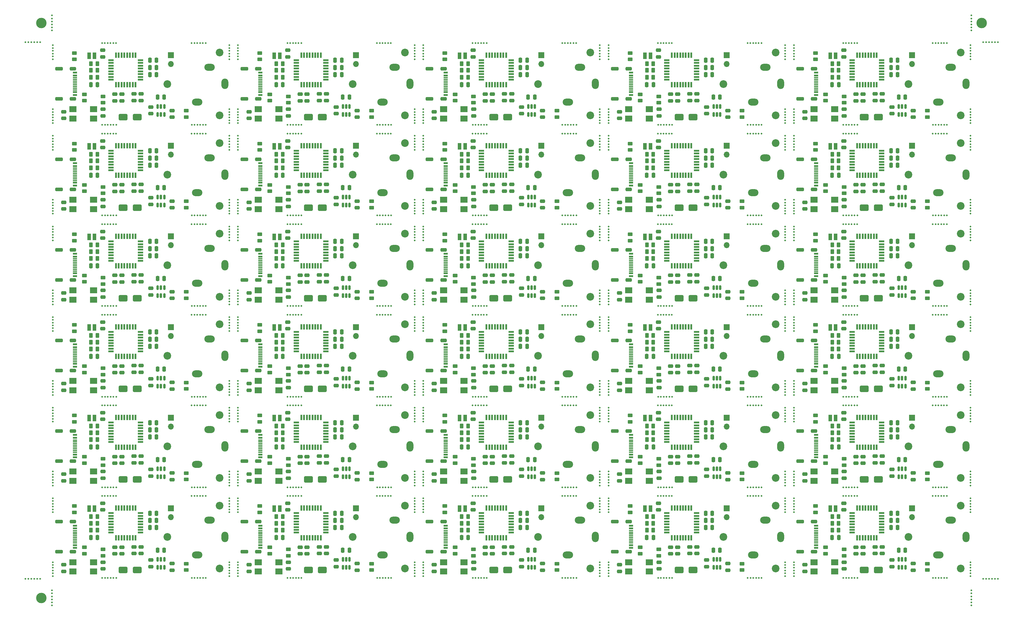
<source format=gbr>
%TF.GenerationSoftware,KiCad,Pcbnew,7.0.2*%
%TF.CreationDate,2023-06-29T11:18:24+02:00*%
%TF.ProjectId,zvukovka_panel,7a76756b-6f76-46b6-915f-70616e656c2e,rev?*%
%TF.SameCoordinates,Original*%
%TF.FileFunction,Soldermask,Top*%
%TF.FilePolarity,Negative*%
%FSLAX46Y46*%
G04 Gerber Fmt 4.6, Leading zero omitted, Abs format (unit mm)*
G04 Created by KiCad (PCBNEW 7.0.2) date 2023-06-29 11:18:24*
%MOMM*%
%LPD*%
G01*
G04 APERTURE LIST*
G04 Aperture macros list*
%AMRoundRect*
0 Rectangle with rounded corners*
0 $1 Rounding radius*
0 $2 $3 $4 $5 $6 $7 $8 $9 X,Y pos of 4 corners*
0 Add a 4 corners polygon primitive as box body*
4,1,4,$2,$3,$4,$5,$6,$7,$8,$9,$2,$3,0*
0 Add four circle primitives for the rounded corners*
1,1,$1+$1,$2,$3*
1,1,$1+$1,$4,$5*
1,1,$1+$1,$6,$7*
1,1,$1+$1,$8,$9*
0 Add four rect primitives between the rounded corners*
20,1,$1+$1,$2,$3,$4,$5,0*
20,1,$1+$1,$4,$5,$6,$7,0*
20,1,$1+$1,$6,$7,$8,$9,0*
20,1,$1+$1,$8,$9,$2,$3,0*%
G04 Aperture macros list end*
%ADD10C,0.500000*%
%ADD11C,2.200000*%
%ADD12RoundRect,0.250000X-0.475000X0.250000X-0.475000X-0.250000X0.475000X-0.250000X0.475000X0.250000X0*%
%ADD13RoundRect,0.250000X0.450000X-0.262500X0.450000X0.262500X-0.450000X0.262500X-0.450000X-0.262500X0*%
%ADD14RoundRect,0.250000X-0.450000X0.262500X-0.450000X-0.262500X0.450000X-0.262500X0.450000X0.262500X0*%
%ADD15RoundRect,0.250000X0.262500X0.450000X-0.262500X0.450000X-0.262500X-0.450000X0.262500X-0.450000X0*%
%ADD16O,2.000000X3.000000*%
%ADD17O,3.000000X2.000000*%
%ADD18RoundRect,0.250000X0.250000X0.475000X-0.250000X0.475000X-0.250000X-0.475000X0.250000X-0.475000X0*%
%ADD19R,2.100000X1.700000*%
%ADD20RoundRect,0.250000X-1.000000X-0.650000X1.000000X-0.650000X1.000000X0.650000X-1.000000X0.650000X0*%
%ADD21RoundRect,0.250000X-0.250000X-0.475000X0.250000X-0.475000X0.250000X0.475000X-0.250000X0.475000X0*%
%ADD22RoundRect,0.250000X0.475000X-0.250000X0.475000X0.250000X-0.475000X0.250000X-0.475000X-0.250000X0*%
%ADD23RoundRect,0.150000X-0.150000X0.512500X-0.150000X-0.512500X0.150000X-0.512500X0.150000X0.512500X0*%
%ADD24R,1.000000X1.900000*%
%ADD25RoundRect,0.250000X-0.262500X-0.450000X0.262500X-0.450000X0.262500X0.450000X-0.262500X0.450000X0*%
%ADD26R,1.600000X0.550000*%
%ADD27R,0.550000X1.600000*%
%ADD28R,1.700000X1.700000*%
%ADD29O,1.700000X1.700000*%
%ADD30R,1.200000X0.600000*%
%ADD31R,1.200000X0.300000*%
%ADD32RoundRect,0.250000X-0.650000X0.250000X-0.650000X-0.250000X0.650000X-0.250000X0.650000X0.250000X0*%
%ADD33RoundRect,0.250000X-0.850000X0.250000X-0.850000X-0.250000X0.850000X-0.250000X0.850000X0.250000X0*%
%ADD34C,3.000000*%
G04 APERTURE END LIST*
D10*
%TO.C,REF\u002A\u002A*%
X120675000Y-125250000D03*
%TD*%
%TO.C,REF\u002A\u002A*%
X58375000Y-181750000D03*
%TD*%
D11*
%TO.C,M3*%
X209225000Y-118050000D03*
%TD*%
D10*
%TO.C,REF\u002A\u002A*%
X57575000Y-129750000D03*
%TD*%
D12*
%TO.C,C13*%
X157375000Y-151650000D03*
X157375000Y-153550000D03*
%TD*%
D13*
%TO.C,R5*%
X185425000Y-122812500D03*
X185425000Y-120987500D03*
%TD*%
D10*
%TO.C,REF\u002A\u002A*%
X280125000Y-47250000D03*
%TD*%
%TO.C,REF\u002A\u002A*%
X120675000Y-133700000D03*
%TD*%
%TO.C,REF\u002A\u002A*%
X192875000Y-54250000D03*
%TD*%
%TO.C,REF\u002A\u002A*%
X165425000Y-132250000D03*
%TD*%
D14*
%TO.C,R4*%
X190725000Y-121587500D03*
X190725000Y-123412500D03*
%TD*%
D10*
%TO.C,REF\u002A\u002A*%
X34275000Y-103750000D03*
%TD*%
%TO.C,REF\u002A\u002A*%
X219425000Y-51750000D03*
%TD*%
%TO.C,REF\u002A\u002A*%
X137325000Y-54250000D03*
%TD*%
D14*
%TO.C,R4*%
X243875000Y-121587500D03*
X243875000Y-123412500D03*
%TD*%
D10*
%TO.C,REF\u002A\u002A*%
X216225000Y-129750000D03*
%TD*%
%TO.C,REF\u002A\u002A*%
X216975000Y-158250000D03*
%TD*%
%TO.C,REF\u002A\u002A*%
X16875000Y-57300000D03*
%TD*%
%TO.C,REF\u002A\u002A*%
X85825000Y-129750000D03*
%TD*%
%TO.C,REF\u002A\u002A*%
X176325000Y-84100000D03*
%TD*%
%TO.C,REF\u002A\u002A*%
X120675000Y-51250000D03*
%TD*%
%TO.C,REF\u002A\u002A*%
X163075000Y-51750000D03*
%TD*%
D13*
%TO.C,R5*%
X25975000Y-122812500D03*
X25975000Y-120987500D03*
%TD*%
D10*
%TO.C,REF\u002A\u002A*%
X59925000Y-158250000D03*
%TD*%
%TO.C,REF\u002A\u002A*%
X57575000Y-103750000D03*
%TD*%
%TO.C,REF\u002A\u002A*%
X113875000Y-106250000D03*
%TD*%
%TO.C,REF\u002A\u002A*%
X192075000Y-132250000D03*
%TD*%
D15*
%TO.C,R3*%
X242287500Y-116100000D03*
X240462500Y-116100000D03*
%TD*%
D10*
%TO.C,REF\u002A\u002A*%
X269325000Y-106250000D03*
%TD*%
%TO.C,REF\u002A\u002A*%
X176325000Y-84900000D03*
%TD*%
D16*
%TO.C,U1*%
X278825000Y-144000000D03*
D17*
X274425000Y-139200000D03*
X270925000Y-149200000D03*
%TD*%
D16*
%TO.C,U1*%
X278825000Y-92000000D03*
D17*
X274425000Y-87200000D03*
X270925000Y-97200000D03*
%TD*%
D10*
%TO.C,REF\u002A\u002A*%
X229475000Y-74850000D03*
%TD*%
D13*
%TO.C,R5*%
X132275000Y-122812500D03*
X132275000Y-120987500D03*
%TD*%
D18*
%TO.C,C14*%
X46625000Y-61300000D03*
X44725000Y-61300000D03*
%TD*%
D10*
%TO.C,REF\u002A\u002A*%
X11553572Y-182000000D03*
%TD*%
%TO.C,REF\u002A\u002A*%
X176325000Y-160500000D03*
%TD*%
%TO.C,REF\u002A\u002A*%
X190475000Y-132250000D03*
%TD*%
D19*
%TO.C,Y2*%
X75825000Y-179950000D03*
X81725000Y-179950000D03*
X81725000Y-177250000D03*
X75825000Y-177250000D03*
%TD*%
D10*
%TO.C,REF\u002A\u002A*%
X229475000Y-80900000D03*
%TD*%
D15*
%TO.C,R3*%
X29687500Y-142100000D03*
X27862500Y-142100000D03*
%TD*%
D10*
%TO.C,REF\u002A\u002A*%
X123175000Y-83300000D03*
%TD*%
D20*
%TO.C,D1*%
X196525000Y-179500000D03*
X200525000Y-179500000D03*
%TD*%
D10*
%TO.C,REF\u002A\u002A*%
X70025000Y-84900000D03*
%TD*%
D12*
%TO.C,C9*%
X42225000Y-146850000D03*
X42225000Y-148750000D03*
%TD*%
D10*
%TO.C,REF\u002A\u002A*%
X229475000Y-57300000D03*
%TD*%
%TO.C,REF\u002A\u002A*%
X86575000Y-132250000D03*
%TD*%
%TO.C,REF\u002A\u002A*%
X220175000Y-54250000D03*
%TD*%
%TO.C,REF\u002A\u002A*%
X272575000Y-181750000D03*
%TD*%
%TO.C,REF\u002A\u002A*%
X173825000Y-109300000D03*
%TD*%
%TO.C,REF\u002A\u002A*%
X84975000Y-54250000D03*
%TD*%
%TO.C,REF\u002A\u002A*%
X87425000Y-155750000D03*
%TD*%
D20*
%TO.C,D1*%
X90225000Y-49500000D03*
X94225000Y-49500000D03*
%TD*%
D10*
%TO.C,REF\u002A\u002A*%
X112275000Y-54250000D03*
%TD*%
D21*
%TO.C,C11*%
X97875000Y-63300000D03*
X99775000Y-63300000D03*
%TD*%
D11*
%TO.C,M3*%
X262375000Y-144050000D03*
%TD*%
D10*
%TO.C,REF\u002A\u002A*%
X280125000Y-84900000D03*
%TD*%
%TO.C,REF\u002A\u002A*%
X247625000Y-54250000D03*
%TD*%
%TO.C,REF\u002A\u002A*%
X218575000Y-54250000D03*
%TD*%
%TO.C,REF\u002A\u002A*%
X176325000Y-30500000D03*
%TD*%
D22*
%TO.C,C2*%
X84475000Y-49150000D03*
X84475000Y-47250000D03*
%TD*%
D18*
%TO.C,C17*%
X99775000Y-59200000D03*
X97875000Y-59200000D03*
%TD*%
%TO.C,C14*%
X259225000Y-113300000D03*
X257325000Y-113300000D03*
%TD*%
D10*
%TO.C,REF\u002A\u002A*%
X280375000Y-188785714D03*
%TD*%
%TO.C,REF\u002A\u002A*%
X226975000Y-83300000D03*
%TD*%
%TO.C,REF\u002A\u002A*%
X173825000Y-58900000D03*
%TD*%
%TO.C,REF\u002A\u002A*%
X244475000Y-103750000D03*
%TD*%
%TO.C,REF\u002A\u002A*%
X137375000Y-155750000D03*
%TD*%
D19*
%TO.C,Y2*%
X182125000Y-153950000D03*
X188025000Y-153950000D03*
X188025000Y-151250000D03*
X182125000Y-151250000D03*
%TD*%
D18*
%TO.C,C10*%
X261425000Y-43800000D03*
X259525000Y-43800000D03*
%TD*%
D10*
%TO.C,REF\u002A\u002A*%
X217825000Y-129750000D03*
%TD*%
D23*
%TO.C,U3*%
X48875000Y-176462500D03*
X47925000Y-176462500D03*
X46975000Y-176462500D03*
X46975000Y-178737500D03*
X47925000Y-178737500D03*
X48875000Y-178737500D03*
%TD*%
D10*
%TO.C,REF\u002A\u002A*%
X229475000Y-101650000D03*
%TD*%
%TO.C,REF\u002A\u002A*%
X173825000Y-28900000D03*
%TD*%
D20*
%TO.C,D1*%
X37075000Y-49500000D03*
X41075000Y-49500000D03*
%TD*%
D13*
%TO.C,R7*%
X235675000Y-58962500D03*
X235675000Y-57137500D03*
%TD*%
D11*
%TO.C,M2*%
X64775000Y-49050000D03*
%TD*%
D10*
%TO.C,REF\u002A\u002A*%
X67525000Y-154450000D03*
%TD*%
%TO.C,REF\u002A\u002A*%
X173825000Y-132900000D03*
%TD*%
%TO.C,REF\u002A\u002A*%
X16875000Y-54900000D03*
%TD*%
D18*
%TO.C,C10*%
X261425000Y-121800000D03*
X259525000Y-121800000D03*
%TD*%
D11*
%TO.C,M3*%
X209225000Y-144050000D03*
%TD*%
D10*
%TO.C,REF\u002A\u002A*%
X110725000Y-129750000D03*
%TD*%
D13*
%TO.C,R7*%
X76225000Y-58962500D03*
X76225000Y-57137500D03*
%TD*%
D22*
%TO.C,C8*%
X199625000Y-70750000D03*
X199625000Y-68850000D03*
%TD*%
D10*
%TO.C,REF\u002A\u002A*%
X123175000Y-100050000D03*
%TD*%
D18*
%TO.C,C17*%
X99775000Y-111200000D03*
X97875000Y-111200000D03*
%TD*%
D10*
%TO.C,REF\u002A\u002A*%
X272575000Y-129750000D03*
%TD*%
D18*
%TO.C,C14*%
X259225000Y-87300000D03*
X257325000Y-87300000D03*
%TD*%
D10*
%TO.C,REF\u002A\u002A*%
X173825000Y-178050000D03*
%TD*%
%TO.C,REF\u002A\u002A*%
X217825000Y-103750000D03*
%TD*%
%TO.C,REF\u002A\u002A*%
X173825000Y-177250000D03*
%TD*%
D22*
%TO.C,C2*%
X31325000Y-127150000D03*
X31325000Y-125250000D03*
%TD*%
D12*
%TO.C,C3*%
X179475000Y-126000000D03*
X179475000Y-127900000D03*
%TD*%
D22*
%TO.C,C6*%
X34675000Y-44850000D03*
X34675000Y-42950000D03*
%TD*%
D10*
%TO.C,REF\u002A\u002A*%
X273375000Y-155750000D03*
%TD*%
D24*
%TO.C,L1*%
X241475000Y-161900000D03*
X239875000Y-161900000D03*
%TD*%
D10*
%TO.C,REF\u002A\u002A*%
X120675000Y-100050000D03*
%TD*%
D20*
%TO.C,D1*%
X196525000Y-101500000D03*
X200525000Y-101500000D03*
%TD*%
D10*
%TO.C,REF\u002A\u002A*%
X229475000Y-47250000D03*
%TD*%
%TO.C,REF\u002A\u002A*%
X194475000Y-80250000D03*
%TD*%
%TO.C,REF\u002A\u002A*%
X110675000Y-54250000D03*
%TD*%
D25*
%TO.C,R2*%
X240462500Y-62100000D03*
X242287500Y-62100000D03*
%TD*%
D10*
%TO.C,REF\u002A\u002A*%
X226975000Y-84100000D03*
%TD*%
%TO.C,REF\u002A\u002A*%
X191325000Y-155750000D03*
%TD*%
%TO.C,REF\u002A\u002A*%
X246075000Y-129750000D03*
%TD*%
%TO.C,REF\u002A\u002A*%
X229475000Y-161300000D03*
%TD*%
%TO.C,REF\u002A\u002A*%
X229475000Y-58900000D03*
%TD*%
D11*
%TO.C,M1*%
X277375000Y-109000000D03*
%TD*%
D18*
%TO.C,C1*%
X29725000Y-118200000D03*
X27825000Y-118200000D03*
%TD*%
D10*
%TO.C,REF\u002A\u002A*%
X164675000Y-181750000D03*
%TD*%
D16*
%TO.C,U1*%
X172525000Y-40000000D03*
D17*
X168125000Y-35200000D03*
X164625000Y-45200000D03*
%TD*%
D10*
%TO.C,REF\u002A\u002A*%
X229475000Y-181250000D03*
%TD*%
%TO.C,REF\u002A\u002A*%
X70025000Y-47250000D03*
%TD*%
%TO.C,REF\u002A\u002A*%
X190525000Y-51750000D03*
%TD*%
D21*
%TO.C,C11*%
X204175000Y-167300000D03*
X206075000Y-167300000D03*
%TD*%
D10*
%TO.C,REF\u002A\u002A*%
X190525000Y-77750000D03*
%TD*%
%TO.C,REF\u002A\u002A*%
X16875000Y-99250000D03*
%TD*%
%TO.C,REF\u002A\u002A*%
X246875000Y-129750000D03*
%TD*%
D22*
%TO.C,C7*%
X142975000Y-148850000D03*
X142975000Y-146950000D03*
%TD*%
D10*
%TO.C,REF\u002A\u002A*%
X87425000Y-77750000D03*
%TD*%
%TO.C,REF\u002A\u002A*%
X11553572Y-28000000D03*
%TD*%
%TO.C,REF\u002A\u002A*%
X191275000Y-54250000D03*
%TD*%
D22*
%TO.C,C2*%
X84475000Y-127150000D03*
X84475000Y-125250000D03*
%TD*%
D10*
%TO.C,REF\u002A\u002A*%
X280125000Y-129250000D03*
%TD*%
%TO.C,REF\u002A\u002A*%
X113925000Y-129750000D03*
%TD*%
D22*
%TO.C,C7*%
X249275000Y-174850000D03*
X249275000Y-172950000D03*
%TD*%
D21*
%TO.C,C11*%
X204175000Y-37300000D03*
X206075000Y-37300000D03*
%TD*%
%TO.C,C11*%
X257325000Y-37300000D03*
X259225000Y-37300000D03*
%TD*%
D10*
%TO.C,REF\u002A\u002A*%
X271725000Y-106250000D03*
%TD*%
D22*
%TO.C,C2*%
X31325000Y-49150000D03*
X31325000Y-47250000D03*
%TD*%
D18*
%TO.C,C10*%
X155125000Y-43800000D03*
X153225000Y-43800000D03*
%TD*%
D20*
%TO.C,D1*%
X143375000Y-127500000D03*
X147375000Y-127500000D03*
%TD*%
D10*
%TO.C,REF\u002A\u002A*%
X86575000Y-54250000D03*
%TD*%
%TO.C,REF\u002A\u002A*%
X164675000Y-155750000D03*
%TD*%
D12*
%TO.C,C3*%
X232625000Y-178000000D03*
X232625000Y-179900000D03*
%TD*%
D10*
%TO.C,REF\u002A\u002A*%
X246875000Y-181750000D03*
%TD*%
D23*
%TO.C,U3*%
X155175000Y-124462500D03*
X154225000Y-124462500D03*
X153275000Y-124462500D03*
X153275000Y-126737500D03*
X154225000Y-126737500D03*
X155175000Y-126737500D03*
%TD*%
D10*
%TO.C,REF\u002A\u002A*%
X84225000Y-51750000D03*
%TD*%
%TO.C,REF\u002A\u002A*%
X270125000Y-80250000D03*
%TD*%
D15*
%TO.C,R3*%
X29687500Y-38100000D03*
X27862500Y-38100000D03*
%TD*%
D26*
%TO.C,U2*%
X33565000Y-33180000D03*
X33565000Y-33980000D03*
X33565000Y-34780000D03*
X33565000Y-35580000D03*
X33565000Y-36380000D03*
X33565000Y-37180000D03*
X33565000Y-37980000D03*
X33565000Y-38780000D03*
D27*
X35015000Y-40230000D03*
X35815000Y-40230000D03*
X36615000Y-40230000D03*
X37415000Y-40230000D03*
X38215000Y-40230000D03*
X39015000Y-40230000D03*
X39815000Y-40230000D03*
X40615000Y-40230000D03*
D26*
X42065000Y-38780000D03*
X42065000Y-37980000D03*
X42065000Y-37180000D03*
X42065000Y-36380000D03*
X42065000Y-35580000D03*
X42065000Y-34780000D03*
X42065000Y-33980000D03*
X42065000Y-33180000D03*
D27*
X40615000Y-31730000D03*
X39815000Y-31730000D03*
X39015000Y-31730000D03*
X38215000Y-31730000D03*
X37415000Y-31730000D03*
X36615000Y-31730000D03*
X35815000Y-31730000D03*
X35015000Y-31730000D03*
%TD*%
D10*
%TO.C,REF\u002A\u002A*%
X163875000Y-181750000D03*
%TD*%
%TO.C,REF\u002A\u002A*%
X286303571Y-28000000D03*
%TD*%
%TO.C,REF\u002A\u002A*%
X226975000Y-57300000D03*
%TD*%
%TO.C,REF\u002A\u002A*%
X70025000Y-106900000D03*
%TD*%
%TO.C,REF\u002A\u002A*%
X246075000Y-155750000D03*
%TD*%
D15*
%TO.C,R1*%
X135987500Y-86200000D03*
X134162500Y-86200000D03*
%TD*%
D10*
%TO.C,REF\u002A\u002A*%
X113125000Y-77750000D03*
%TD*%
%TO.C,REF\u002A\u002A*%
X173825000Y-32900000D03*
%TD*%
%TO.C,REF\u002A\u002A*%
X67525000Y-83300000D03*
%TD*%
D14*
%TO.C,R6*%
X55175000Y-151687500D03*
X55175000Y-153512500D03*
%TD*%
D10*
%TO.C,REF\u002A\u002A*%
X70025000Y-73250000D03*
%TD*%
%TO.C,REF\u002A\u002A*%
X120675000Y-109300000D03*
%TD*%
D28*
%TO.C,J2*%
X263325000Y-57775000D03*
D29*
X263325000Y-60315000D03*
%TD*%
D10*
%TO.C,REF\u002A\u002A*%
X226975000Y-128450000D03*
%TD*%
D22*
%TO.C,C2*%
X137625000Y-153150000D03*
X137625000Y-151250000D03*
%TD*%
D10*
%TO.C,REF\u002A\u002A*%
X226975000Y-49650000D03*
%TD*%
D22*
%TO.C,C7*%
X142975000Y-70850000D03*
X142975000Y-68950000D03*
%TD*%
D10*
%TO.C,REF\u002A\u002A*%
X123175000Y-57300000D03*
%TD*%
%TO.C,REF\u002A\u002A*%
X220225000Y-51750000D03*
%TD*%
%TO.C,REF\u002A\u002A*%
X176325000Y-83300000D03*
%TD*%
%TO.C,REF\u002A\u002A*%
X110675000Y-28250000D03*
%TD*%
%TO.C,REF\u002A\u002A*%
X58375000Y-155750000D03*
%TD*%
%TO.C,REF\u002A\u002A*%
X226975000Y-152050000D03*
%TD*%
D18*
%TO.C,C17*%
X206075000Y-163200000D03*
X204175000Y-163200000D03*
%TD*%
%TO.C,C17*%
X99775000Y-137200000D03*
X97875000Y-137200000D03*
%TD*%
D10*
%TO.C,REF\u002A\u002A*%
X246025000Y-28250000D03*
%TD*%
%TO.C,REF\u002A\u002A*%
X244475000Y-181750000D03*
%TD*%
D25*
%TO.C,R2*%
X27862500Y-36100000D03*
X29687500Y-36100000D03*
%TD*%
D10*
%TO.C,REF\u002A\u002A*%
X16875000Y-159700000D03*
%TD*%
%TO.C,REF\u002A\u002A*%
X273325000Y-106250000D03*
%TD*%
D15*
%TO.C,R1*%
X29687500Y-138200000D03*
X27862500Y-138200000D03*
%TD*%
D10*
%TO.C,REF\u002A\u002A*%
X220225000Y-77750000D03*
%TD*%
%TO.C,REF\u002A\u002A*%
X244425000Y-80250000D03*
%TD*%
%TO.C,REF\u002A\u002A*%
X164675000Y-129750000D03*
%TD*%
%TO.C,REF\u002A\u002A*%
X163075000Y-103750000D03*
%TD*%
%TO.C,REF\u002A\u002A*%
X70025000Y-127650000D03*
%TD*%
%TO.C,REF\u002A\u002A*%
X229475000Y-126050000D03*
%TD*%
%TO.C,REF\u002A\u002A*%
X16625000Y-24642858D03*
%TD*%
%TO.C,REF\u002A\u002A*%
X67525000Y-48050000D03*
%TD*%
%TO.C,REF\u002A\u002A*%
X31025000Y-158250000D03*
%TD*%
%TO.C,REF\u002A\u002A*%
X226975000Y-32100000D03*
%TD*%
D11*
%TO.C,M3*%
X102925000Y-118050000D03*
%TD*%
D10*
%TO.C,REF\u002A\u002A*%
X141325000Y-80250000D03*
%TD*%
%TO.C,REF\u002A\u002A*%
X173825000Y-110900000D03*
%TD*%
D20*
%TO.C,D1*%
X37075000Y-179500000D03*
X41075000Y-179500000D03*
%TD*%
D10*
%TO.C,REF\u002A\u002A*%
X60725000Y-158250000D03*
%TD*%
D14*
%TO.C,R6*%
X108325000Y-47687500D03*
X108325000Y-49512500D03*
%TD*%
D10*
%TO.C,REF\u002A\u002A*%
X113075000Y-158250000D03*
%TD*%
%TO.C,REF\u002A\u002A*%
X216225000Y-77750000D03*
%TD*%
%TO.C,REF\u002A\u002A*%
X109925000Y-155750000D03*
%TD*%
%TO.C,REF\u002A\u002A*%
X67525000Y-162100000D03*
%TD*%
D21*
%TO.C,C11*%
X257325000Y-89300000D03*
X259225000Y-89300000D03*
%TD*%
D11*
%TO.C,M2*%
X224225000Y-75050000D03*
%TD*%
D10*
%TO.C,REF\u002A\u002A*%
X226975000Y-48850000D03*
%TD*%
D12*
%TO.C,C9*%
X254825000Y-146850000D03*
X254825000Y-148750000D03*
%TD*%
D10*
%TO.C,REF\u002A\u002A*%
X120675000Y-155250000D03*
%TD*%
%TO.C,REF\u002A\u002A*%
X67525000Y-126050000D03*
%TD*%
%TO.C,REF\u002A\u002A*%
X31825000Y-80250000D03*
%TD*%
%TO.C,REF\u002A\u002A*%
X138125000Y-54250000D03*
%TD*%
D18*
%TO.C,C1*%
X29725000Y-92200000D03*
X27825000Y-92200000D03*
%TD*%
D10*
%TO.C,REF\u002A\u002A*%
X280125000Y-154450000D03*
%TD*%
D11*
%TO.C,M3*%
X156075000Y-118050000D03*
%TD*%
D12*
%TO.C,C13*%
X210525000Y-47650000D03*
X210525000Y-49550000D03*
%TD*%
D10*
%TO.C,REF\u002A\u002A*%
X16875000Y-28900000D03*
%TD*%
%TO.C,REF\u002A\u002A*%
X173825000Y-75650000D03*
%TD*%
D12*
%TO.C,C13*%
X104225000Y-99650000D03*
X104225000Y-101550000D03*
%TD*%
D10*
%TO.C,REF\u002A\u002A*%
X67525000Y-108500000D03*
%TD*%
%TO.C,REF\u002A\u002A*%
X137325000Y-106250000D03*
%TD*%
%TO.C,REF\u002A\u002A*%
X112325000Y-181750000D03*
%TD*%
D15*
%TO.C,R1*%
X135987500Y-138200000D03*
X134162500Y-138200000D03*
%TD*%
D18*
%TO.C,C10*%
X101975000Y-121800000D03*
X100075000Y-121800000D03*
%TD*%
D10*
%TO.C,REF\u002A\u002A*%
X88175000Y-28250000D03*
%TD*%
%TO.C,REF\u002A\u002A*%
X70025000Y-76450000D03*
%TD*%
%TO.C,REF\u002A\u002A*%
X245225000Y-158250000D03*
%TD*%
%TO.C,REF\u002A\u002A*%
X176325000Y-106900000D03*
%TD*%
%TO.C,REF\u002A\u002A*%
X217025000Y-77750000D03*
%TD*%
D16*
%TO.C,U1*%
X225675000Y-40000000D03*
D17*
X221275000Y-35200000D03*
X217775000Y-45200000D03*
%TD*%
D10*
%TO.C,REF\u002A\u002A*%
X166275000Y-77750000D03*
%TD*%
%TO.C,REF\u002A\u002A*%
X176325000Y-178850000D03*
%TD*%
%TO.C,REF\u002A\u002A*%
X173825000Y-82500000D03*
%TD*%
%TO.C,REF\u002A\u002A*%
X280125000Y-151250000D03*
%TD*%
%TO.C,REF\u002A\u002A*%
X173825000Y-155250000D03*
%TD*%
D24*
%TO.C,L1*%
X135175000Y-109900000D03*
X133575000Y-109900000D03*
%TD*%
D10*
%TO.C,REF\u002A\u002A*%
X123175000Y-154450000D03*
%TD*%
D22*
%TO.C,C2*%
X31325000Y-75150000D03*
X31325000Y-73250000D03*
%TD*%
D10*
%TO.C,REF\u002A\u002A*%
X120675000Y-177250000D03*
%TD*%
D23*
%TO.C,U3*%
X48875000Y-150462500D03*
X47925000Y-150462500D03*
X46975000Y-150462500D03*
X46975000Y-152737500D03*
X47925000Y-152737500D03*
X48875000Y-152737500D03*
%TD*%
D15*
%TO.C,R1*%
X189137500Y-164200000D03*
X187312500Y-164200000D03*
%TD*%
D10*
%TO.C,REF\u002A\u002A*%
X280125000Y-128450000D03*
%TD*%
%TO.C,REF\u002A\u002A*%
X216225000Y-155750000D03*
%TD*%
%TO.C,REF\u002A\u002A*%
X137325000Y-80250000D03*
%TD*%
D18*
%TO.C,C14*%
X99775000Y-165300000D03*
X97875000Y-165300000D03*
%TD*%
D10*
%TO.C,REF\u002A\u002A*%
X173825000Y-77250000D03*
%TD*%
D18*
%TO.C,C10*%
X261425000Y-147800000D03*
X259525000Y-147800000D03*
%TD*%
D10*
%TO.C,REF\u002A\u002A*%
X166275000Y-129750000D03*
%TD*%
D15*
%TO.C,R1*%
X82837500Y-86200000D03*
X81012500Y-86200000D03*
%TD*%
D10*
%TO.C,REF\u002A\u002A*%
X120675000Y-110900000D03*
%TD*%
%TO.C,REF\u002A\u002A*%
X70025000Y-51250000D03*
%TD*%
%TO.C,REF\u002A\u002A*%
X86575000Y-80250000D03*
%TD*%
%TO.C,REF\u002A\u002A*%
X56775000Y-155750000D03*
%TD*%
D18*
%TO.C,C1*%
X242325000Y-144200000D03*
X240425000Y-144200000D03*
%TD*%
D10*
%TO.C,REF\u002A\u002A*%
X138925000Y-28250000D03*
%TD*%
%TO.C,REF\u002A\u002A*%
X123175000Y-82500000D03*
%TD*%
%TO.C,REF\u002A\u002A*%
X137325000Y-132250000D03*
%TD*%
D19*
%TO.C,Y2*%
X22675000Y-127950000D03*
X28575000Y-127950000D03*
X28575000Y-125250000D03*
X22675000Y-125250000D03*
%TD*%
D10*
%TO.C,REF\u002A\u002A*%
X271725000Y-28250000D03*
%TD*%
%TO.C,REF\u002A\u002A*%
X216225000Y-51750000D03*
%TD*%
D24*
%TO.C,L1*%
X188325000Y-57900000D03*
X186725000Y-57900000D03*
%TD*%
D10*
%TO.C,REF\u002A\u002A*%
X173825000Y-181250000D03*
%TD*%
D22*
%TO.C,C6*%
X140975000Y-148850000D03*
X140975000Y-146950000D03*
%TD*%
D10*
%TO.C,REF\u002A\u002A*%
X138975000Y-181750000D03*
%TD*%
%TO.C,REF\u002A\u002A*%
X137375000Y-51750000D03*
%TD*%
%TO.C,REF\u002A\u002A*%
X32675000Y-51750000D03*
%TD*%
%TO.C,REF\u002A\u002A*%
X229475000Y-82500000D03*
%TD*%
%TO.C,REF\u002A\u002A*%
X123175000Y-178050000D03*
%TD*%
D30*
%TO.C,J1*%
X76425000Y-140750000D03*
X76425000Y-147150000D03*
X76425000Y-141550000D03*
X76425000Y-146350000D03*
D31*
X76425000Y-142700000D03*
X76425000Y-143700000D03*
X76425000Y-144200000D03*
X76425000Y-145200000D03*
X76425000Y-145700000D03*
X76425000Y-144700000D03*
X76425000Y-143200000D03*
X76425000Y-142200000D03*
D32*
X75825000Y-139630000D03*
D33*
X71825000Y-139630000D03*
D32*
X75825000Y-148270000D03*
D33*
X71825000Y-148270000D03*
%TD*%
D10*
%TO.C,REF\u002A\u002A*%
X67525000Y-56500000D03*
%TD*%
%TO.C,REF\u002A\u002A*%
X109925000Y-103750000D03*
%TD*%
D18*
%TO.C,C14*%
X99775000Y-139300000D03*
X97875000Y-139300000D03*
%TD*%
D10*
%TO.C,REF\u002A\u002A*%
X216975000Y-28250000D03*
%TD*%
D22*
%TO.C,C7*%
X249275000Y-148850000D03*
X249275000Y-146950000D03*
%TD*%
D20*
%TO.C,D1*%
X37075000Y-101500000D03*
X41075000Y-101500000D03*
%TD*%
D12*
%TO.C,C9*%
X201675000Y-68850000D03*
X201675000Y-70750000D03*
%TD*%
D10*
%TO.C,REF\u002A\u002A*%
X120675000Y-136100000D03*
%TD*%
D30*
%TO.C,J1*%
X235875000Y-36750000D03*
X235875000Y-43150000D03*
X235875000Y-37550000D03*
X235875000Y-42350000D03*
D31*
X235875000Y-38700000D03*
X235875000Y-39700000D03*
X235875000Y-40200000D03*
X235875000Y-41200000D03*
X235875000Y-41700000D03*
X235875000Y-40700000D03*
X235875000Y-39200000D03*
X235875000Y-38200000D03*
D32*
X235275000Y-35630000D03*
D33*
X231275000Y-35630000D03*
D32*
X235275000Y-44270000D03*
D33*
X231275000Y-44270000D03*
%TD*%
D23*
%TO.C,U3*%
X102025000Y-176462500D03*
X101075000Y-176462500D03*
X100125000Y-176462500D03*
X100125000Y-178737500D03*
X101075000Y-178737500D03*
X102025000Y-178737500D03*
%TD*%
D10*
%TO.C,REF\u002A\u002A*%
X16625000Y-187928571D03*
%TD*%
%TO.C,REF\u002A\u002A*%
X173825000Y-152850000D03*
%TD*%
D11*
%TO.C,M2*%
X171075000Y-153050000D03*
%TD*%
D22*
%TO.C,C7*%
X89825000Y-174850000D03*
X89825000Y-172950000D03*
%TD*%
D10*
%TO.C,REF\u002A\u002A*%
X16875000Y-125250000D03*
%TD*%
%TO.C,REF\u002A\u002A*%
X32625000Y-158250000D03*
%TD*%
%TO.C,REF\u002A\u002A*%
X34225000Y-158250000D03*
%TD*%
D12*
%TO.C,C13*%
X51075000Y-125650000D03*
X51075000Y-127550000D03*
%TD*%
D10*
%TO.C,REF\u002A\u002A*%
X67525000Y-162900000D03*
%TD*%
%TO.C,REF\u002A\u002A*%
X246875000Y-51750000D03*
%TD*%
D18*
%TO.C,C14*%
X259225000Y-61300000D03*
X257325000Y-61300000D03*
%TD*%
D10*
%TO.C,REF\u002A\u002A*%
X70025000Y-160500000D03*
%TD*%
%TO.C,REF\u002A\u002A*%
X70025000Y-155250000D03*
%TD*%
%TO.C,REF\u002A\u002A*%
X270925000Y-106250000D03*
%TD*%
%TO.C,REF\u002A\u002A*%
X70025000Y-178850000D03*
%TD*%
%TO.C,REF\u002A\u002A*%
X173825000Y-84100000D03*
%TD*%
D22*
%TO.C,C7*%
X36675000Y-70850000D03*
X36675000Y-68950000D03*
%TD*%
D10*
%TO.C,REF\u002A\u002A*%
X56725000Y-158250000D03*
%TD*%
D22*
%TO.C,C7*%
X89825000Y-44850000D03*
X89825000Y-42950000D03*
%TD*%
D15*
%TO.C,R1*%
X82837500Y-138200000D03*
X81012500Y-138200000D03*
%TD*%
D26*
%TO.C,U2*%
X193015000Y-163180000D03*
X193015000Y-163980000D03*
X193015000Y-164780000D03*
X193015000Y-165580000D03*
X193015000Y-166380000D03*
X193015000Y-167180000D03*
X193015000Y-167980000D03*
X193015000Y-168780000D03*
D27*
X194465000Y-170230000D03*
X195265000Y-170230000D03*
X196065000Y-170230000D03*
X196865000Y-170230000D03*
X197665000Y-170230000D03*
X198465000Y-170230000D03*
X199265000Y-170230000D03*
X200065000Y-170230000D03*
D26*
X201515000Y-168780000D03*
X201515000Y-167980000D03*
X201515000Y-167180000D03*
X201515000Y-166380000D03*
X201515000Y-165580000D03*
X201515000Y-164780000D03*
X201515000Y-163980000D03*
X201515000Y-163180000D03*
D27*
X200065000Y-161730000D03*
X199265000Y-161730000D03*
X198465000Y-161730000D03*
X197665000Y-161730000D03*
X196865000Y-161730000D03*
X196065000Y-161730000D03*
X195265000Y-161730000D03*
X194465000Y-161730000D03*
%TD*%
D10*
%TO.C,REF\u002A\u002A*%
X229475000Y-108500000D03*
%TD*%
%TO.C,REF\u002A\u002A*%
X84975000Y-80250000D03*
%TD*%
D11*
%TO.C,M2*%
X64775000Y-153050000D03*
%TD*%
%TO.C,M1*%
X171075000Y-161000000D03*
%TD*%
D10*
%TO.C,REF\u002A\u002A*%
X229475000Y-75650000D03*
%TD*%
%TO.C,REF\u002A\u002A*%
X35025000Y-54250000D03*
%TD*%
D13*
%TO.C,R5*%
X132275000Y-148812500D03*
X132275000Y-146987500D03*
%TD*%
D10*
%TO.C,REF\u002A\u002A*%
X226975000Y-136100000D03*
%TD*%
%TO.C,REF\u002A\u002A*%
X285446428Y-182000000D03*
%TD*%
D15*
%TO.C,R3*%
X29687500Y-90100000D03*
X27862500Y-90100000D03*
%TD*%
D10*
%TO.C,REF\u002A\u002A*%
X173825000Y-57300000D03*
%TD*%
D18*
%TO.C,C1*%
X82875000Y-144200000D03*
X80975000Y-144200000D03*
%TD*%
D10*
%TO.C,REF\u002A\u002A*%
X34225000Y-80250000D03*
%TD*%
%TO.C,REF\u002A\u002A*%
X229475000Y-162100000D03*
%TD*%
D18*
%TO.C,C14*%
X46625000Y-165300000D03*
X44725000Y-165300000D03*
%TD*%
D21*
%TO.C,C11*%
X97875000Y-141300000D03*
X99775000Y-141300000D03*
%TD*%
D10*
%TO.C,REF\u002A\u002A*%
X138175000Y-129750000D03*
%TD*%
%TO.C,REF\u002A\u002A*%
X229475000Y-51250000D03*
%TD*%
D14*
%TO.C,R4*%
X137575000Y-147587500D03*
X137575000Y-149412500D03*
%TD*%
D10*
%TO.C,REF\u002A\u002A*%
X141375000Y-155750000D03*
%TD*%
D12*
%TO.C,C9*%
X201675000Y-146850000D03*
X201675000Y-148750000D03*
%TD*%
D23*
%TO.C,U3*%
X208325000Y-124462500D03*
X207375000Y-124462500D03*
X206425000Y-124462500D03*
X206425000Y-126737500D03*
X207375000Y-126737500D03*
X208325000Y-126737500D03*
%TD*%
D13*
%TO.C,R7*%
X129375000Y-162962500D03*
X129375000Y-161137500D03*
%TD*%
D10*
%TO.C,REF\u002A\u002A*%
X280125000Y-51250000D03*
%TD*%
%TO.C,REF\u002A\u002A*%
X70025000Y-110100000D03*
%TD*%
%TO.C,REF\u002A\u002A*%
X246825000Y-28250000D03*
%TD*%
D12*
%TO.C,C9*%
X148525000Y-42850000D03*
X148525000Y-44750000D03*
%TD*%
D10*
%TO.C,REF\u002A\u002A*%
X123175000Y-133700000D03*
%TD*%
%TO.C,REF\u002A\u002A*%
X35075000Y-129750000D03*
%TD*%
%TO.C,REF\u002A\u002A*%
X57525000Y-106250000D03*
%TD*%
%TO.C,REF\u002A\u002A*%
X243675000Y-155750000D03*
%TD*%
%TO.C,REF\u002A\u002A*%
X280125000Y-126850000D03*
%TD*%
%TO.C,REF\u002A\u002A*%
X138975000Y-51750000D03*
%TD*%
%TO.C,REF\u002A\u002A*%
X113875000Y-158250000D03*
%TD*%
D24*
%TO.C,L1*%
X188325000Y-135900000D03*
X186725000Y-135900000D03*
%TD*%
D26*
%TO.C,U2*%
X193015000Y-33180000D03*
X193015000Y-33980000D03*
X193015000Y-34780000D03*
X193015000Y-35580000D03*
X193015000Y-36380000D03*
X193015000Y-37180000D03*
X193015000Y-37980000D03*
X193015000Y-38780000D03*
D27*
X194465000Y-40230000D03*
X195265000Y-40230000D03*
X196065000Y-40230000D03*
X196865000Y-40230000D03*
X197665000Y-40230000D03*
X198465000Y-40230000D03*
X199265000Y-40230000D03*
X200065000Y-40230000D03*
D26*
X201515000Y-38780000D03*
X201515000Y-37980000D03*
X201515000Y-37180000D03*
X201515000Y-36380000D03*
X201515000Y-35580000D03*
X201515000Y-34780000D03*
X201515000Y-33980000D03*
X201515000Y-33180000D03*
D27*
X200065000Y-31730000D03*
X199265000Y-31730000D03*
X198465000Y-31730000D03*
X197665000Y-31730000D03*
X196865000Y-31730000D03*
X196065000Y-31730000D03*
X195265000Y-31730000D03*
X194465000Y-31730000D03*
%TD*%
D14*
%TO.C,R6*%
X161475000Y-73687500D03*
X161475000Y-75512500D03*
%TD*%
D10*
%TO.C,REF\u002A\u002A*%
X88225000Y-77750000D03*
%TD*%
%TO.C,REF\u002A\u002A*%
X280125000Y-108500000D03*
%TD*%
%TO.C,REF\u002A\u002A*%
X269375000Y-155750000D03*
%TD*%
D16*
%TO.C,U1*%
X172525000Y-66000000D03*
D17*
X168125000Y-61200000D03*
X164625000Y-71200000D03*
%TD*%
D10*
%TO.C,REF\u002A\u002A*%
X229475000Y-50450000D03*
%TD*%
%TO.C,REF\u002A\u002A*%
X176325000Y-109300000D03*
%TD*%
%TO.C,REF\u002A\u002A*%
X67525000Y-100850000D03*
%TD*%
%TO.C,REF\u002A\u002A*%
X59925000Y-132250000D03*
%TD*%
D25*
%TO.C,R2*%
X27862500Y-166100000D03*
X29687500Y-166100000D03*
%TD*%
D10*
%TO.C,REF\u002A\u002A*%
X57575000Y-181750000D03*
%TD*%
%TO.C,REF\u002A\u002A*%
X70025000Y-158900000D03*
%TD*%
D22*
%TO.C,C2*%
X137625000Y-49150000D03*
X137625000Y-47250000D03*
%TD*%
D14*
%TO.C,R4*%
X190725000Y-147587500D03*
X190725000Y-149412500D03*
%TD*%
D24*
%TO.C,L1*%
X241475000Y-57900000D03*
X239875000Y-57900000D03*
%TD*%
D19*
%TO.C,Y2*%
X235275000Y-153950000D03*
X241175000Y-153950000D03*
X241175000Y-151250000D03*
X235275000Y-151250000D03*
%TD*%
D10*
%TO.C,REF\u002A\u002A*%
X16875000Y-133700000D03*
%TD*%
D12*
%TO.C,C3*%
X20025000Y-152000000D03*
X20025000Y-153900000D03*
%TD*%
D10*
%TO.C,REF\u002A\u002A*%
X176325000Y-132900000D03*
%TD*%
%TO.C,REF\u002A\u002A*%
X244425000Y-132250000D03*
%TD*%
%TO.C,REF\u002A\u002A*%
X176325000Y-151250000D03*
%TD*%
D11*
%TO.C,M2*%
X117925000Y-49050000D03*
%TD*%
D10*
%TO.C,REF\u002A\u002A*%
X67525000Y-129250000D03*
%TD*%
D14*
%TO.C,R6*%
X214625000Y-99687500D03*
X214625000Y-101512500D03*
%TD*%
D10*
%TO.C,REF\u002A\u002A*%
X272575000Y-51750000D03*
%TD*%
D25*
%TO.C,R2*%
X134162500Y-166100000D03*
X135987500Y-166100000D03*
%TD*%
D10*
%TO.C,REF\u002A\u002A*%
X229475000Y-152050000D03*
%TD*%
%TO.C,REF\u002A\u002A*%
X220175000Y-132250000D03*
%TD*%
D12*
%TO.C,C13*%
X104225000Y-125650000D03*
X104225000Y-127550000D03*
%TD*%
D10*
%TO.C,REF\u002A\u002A*%
X243675000Y-103750000D03*
%TD*%
%TO.C,REF\u002A\u002A*%
X176325000Y-32100000D03*
%TD*%
%TO.C,REF\u002A\u002A*%
X176325000Y-57300000D03*
%TD*%
D24*
%TO.C,L1*%
X28875000Y-31900000D03*
X27275000Y-31900000D03*
%TD*%
D10*
%TO.C,REF\u002A\u002A*%
X9839286Y-182000000D03*
%TD*%
%TO.C,REF\u002A\u002A*%
X67525000Y-152050000D03*
%TD*%
%TO.C,REF\u002A\u002A*%
X16625000Y-21214286D03*
%TD*%
D25*
%TO.C,R2*%
X134162500Y-62100000D03*
X135987500Y-62100000D03*
%TD*%
D30*
%TO.C,J1*%
X129575000Y-88750000D03*
X129575000Y-95150000D03*
X129575000Y-89550000D03*
X129575000Y-94350000D03*
D31*
X129575000Y-90700000D03*
X129575000Y-91700000D03*
X129575000Y-92200000D03*
X129575000Y-93200000D03*
X129575000Y-93700000D03*
X129575000Y-92700000D03*
X129575000Y-91200000D03*
X129575000Y-90200000D03*
D32*
X128975000Y-87630000D03*
D33*
X124975000Y-87630000D03*
D32*
X128975000Y-96270000D03*
D33*
X124975000Y-96270000D03*
%TD*%
D22*
%TO.C,C6*%
X247275000Y-96850000D03*
X247275000Y-94950000D03*
%TD*%
%TO.C,C8*%
X146475000Y-122750000D03*
X146475000Y-120850000D03*
%TD*%
D28*
%TO.C,J2*%
X50725000Y-135775000D03*
D29*
X50725000Y-138315000D03*
%TD*%
D12*
%TO.C,C3*%
X20025000Y-48000000D03*
X20025000Y-49900000D03*
%TD*%
D18*
%TO.C,C10*%
X208275000Y-95800000D03*
X206375000Y-95800000D03*
%TD*%
D10*
%TO.C,REF\u002A\u002A*%
X87425000Y-181750000D03*
%TD*%
%TO.C,REF\u002A\u002A*%
X31075000Y-155750000D03*
%TD*%
%TO.C,REF\u002A\u002A*%
X226975000Y-80900000D03*
%TD*%
D12*
%TO.C,C15*%
X204475000Y-98650000D03*
X204475000Y-100550000D03*
%TD*%
D26*
%TO.C,U2*%
X193015000Y-111180000D03*
X193015000Y-111980000D03*
X193015000Y-112780000D03*
X193015000Y-113580000D03*
X193015000Y-114380000D03*
X193015000Y-115180000D03*
X193015000Y-115980000D03*
X193015000Y-116780000D03*
D27*
X194465000Y-118230000D03*
X195265000Y-118230000D03*
X196065000Y-118230000D03*
X196865000Y-118230000D03*
X197665000Y-118230000D03*
X198465000Y-118230000D03*
X199265000Y-118230000D03*
X200065000Y-118230000D03*
D26*
X201515000Y-116780000D03*
X201515000Y-115980000D03*
X201515000Y-115180000D03*
X201515000Y-114380000D03*
X201515000Y-113580000D03*
X201515000Y-112780000D03*
X201515000Y-111980000D03*
X201515000Y-111180000D03*
D27*
X200065000Y-109730000D03*
X199265000Y-109730000D03*
X198465000Y-109730000D03*
X197665000Y-109730000D03*
X196865000Y-109730000D03*
X196065000Y-109730000D03*
X195265000Y-109730000D03*
X194465000Y-109730000D03*
%TD*%
D10*
%TO.C,REF\u002A\u002A*%
X193725000Y-181750000D03*
%TD*%
%TO.C,REF\u002A\u002A*%
X120675000Y-29700000D03*
%TD*%
%TO.C,REF\u002A\u002A*%
X176325000Y-54900000D03*
%TD*%
D14*
%TO.C,R6*%
X55175000Y-99687500D03*
X55175000Y-101512500D03*
%TD*%
D20*
%TO.C,D1*%
X196525000Y-153500000D03*
X200525000Y-153500000D03*
%TD*%
D16*
%TO.C,U1*%
X225675000Y-118000000D03*
D17*
X221275000Y-113200000D03*
X217775000Y-123200000D03*
%TD*%
D10*
%TO.C,REF\u002A\u002A*%
X87375000Y-106250000D03*
%TD*%
D14*
%TO.C,R6*%
X214625000Y-151687500D03*
X214625000Y-153512500D03*
%TD*%
D11*
%TO.C,M3*%
X209225000Y-40050000D03*
%TD*%
D10*
%TO.C,REF\u002A\u002A*%
X219425000Y-155750000D03*
%TD*%
D22*
%TO.C,C6*%
X87825000Y-174850000D03*
X87825000Y-172950000D03*
%TD*%
D12*
%TO.C,C15*%
X257625000Y-46650000D03*
X257625000Y-48550000D03*
%TD*%
D22*
%TO.C,C8*%
X40175000Y-70750000D03*
X40175000Y-68850000D03*
%TD*%
D10*
%TO.C,REF\u002A\u002A*%
X85825000Y-51750000D03*
%TD*%
D15*
%TO.C,R1*%
X242287500Y-164200000D03*
X240462500Y-164200000D03*
%TD*%
D10*
%TO.C,REF\u002A\u002A*%
X246075000Y-103750000D03*
%TD*%
%TO.C,REF\u002A\u002A*%
X31075000Y-129750000D03*
%TD*%
D22*
%TO.C,C7*%
X142975000Y-174850000D03*
X142975000Y-172950000D03*
%TD*%
D10*
%TO.C,REF\u002A\u002A*%
X194475000Y-28250000D03*
%TD*%
%TO.C,REF\u002A\u002A*%
X120675000Y-77250000D03*
%TD*%
D13*
%TO.C,R7*%
X182525000Y-58962500D03*
X182525000Y-57137500D03*
%TD*%
D10*
%TO.C,REF\u002A\u002A*%
X229475000Y-126850000D03*
%TD*%
%TO.C,REF\u002A\u002A*%
X111475000Y-28250000D03*
%TD*%
D15*
%TO.C,R1*%
X242287500Y-112200000D03*
X240462500Y-112200000D03*
%TD*%
D13*
%TO.C,R5*%
X79125000Y-122812500D03*
X79125000Y-120987500D03*
%TD*%
D10*
%TO.C,REF\u002A\u002A*%
X123175000Y-74850000D03*
%TD*%
%TO.C,REF\u002A\u002A*%
X226975000Y-159700000D03*
%TD*%
%TO.C,REF\u002A\u002A*%
X111475000Y-80250000D03*
%TD*%
D26*
%TO.C,U2*%
X86715000Y-137180000D03*
X86715000Y-137980000D03*
X86715000Y-138780000D03*
X86715000Y-139580000D03*
X86715000Y-140380000D03*
X86715000Y-141180000D03*
X86715000Y-141980000D03*
X86715000Y-142780000D03*
D27*
X88165000Y-144230000D03*
X88965000Y-144230000D03*
X89765000Y-144230000D03*
X90565000Y-144230000D03*
X91365000Y-144230000D03*
X92165000Y-144230000D03*
X92965000Y-144230000D03*
X93765000Y-144230000D03*
D26*
X95215000Y-142780000D03*
X95215000Y-141980000D03*
X95215000Y-141180000D03*
X95215000Y-140380000D03*
X95215000Y-139580000D03*
X95215000Y-138780000D03*
X95215000Y-137980000D03*
X95215000Y-137180000D03*
D27*
X93765000Y-135730000D03*
X92965000Y-135730000D03*
X92165000Y-135730000D03*
X91365000Y-135730000D03*
X90565000Y-135730000D03*
X89765000Y-135730000D03*
X88965000Y-135730000D03*
X88165000Y-135730000D03*
%TD*%
D14*
%TO.C,R4*%
X31275000Y-69587500D03*
X31275000Y-71412500D03*
%TD*%
D10*
%TO.C,REF\u002A\u002A*%
X120675000Y-106900000D03*
%TD*%
D22*
%TO.C,C6*%
X87825000Y-122850000D03*
X87825000Y-120950000D03*
%TD*%
D16*
%TO.C,U1*%
X172525000Y-92000000D03*
D17*
X168125000Y-87200000D03*
X164625000Y-97200000D03*
%TD*%
D10*
%TO.C,REF\u002A\u002A*%
X58325000Y-28250000D03*
%TD*%
%TO.C,REF\u002A\u002A*%
X120675000Y-153650000D03*
%TD*%
%TO.C,REF\u002A\u002A*%
X84975000Y-106250000D03*
%TD*%
D11*
%TO.C,M3*%
X262375000Y-40050000D03*
%TD*%
D10*
%TO.C,REF\u002A\u002A*%
X190475000Y-28250000D03*
%TD*%
%TO.C,REF\u002A\u002A*%
X16875000Y-84100000D03*
%TD*%
%TO.C,REF\u002A\u002A*%
X16875000Y-160500000D03*
%TD*%
D22*
%TO.C,C6*%
X194125000Y-122850000D03*
X194125000Y-120950000D03*
%TD*%
D15*
%TO.C,R3*%
X189137500Y-38100000D03*
X187312500Y-38100000D03*
%TD*%
D10*
%TO.C,REF\u002A\u002A*%
X123175000Y-58100000D03*
%TD*%
%TO.C,REF\u002A\u002A*%
X58375000Y-77750000D03*
%TD*%
%TO.C,REF\u002A\u002A*%
X190475000Y-106250000D03*
%TD*%
%TO.C,REF\u002A\u002A*%
X229475000Y-132900000D03*
%TD*%
%TO.C,REF\u002A\u002A*%
X123175000Y-32900000D03*
%TD*%
D14*
%TO.C,R6*%
X214625000Y-125687500D03*
X214625000Y-127512500D03*
%TD*%
D10*
%TO.C,REF\u002A\u002A*%
X272525000Y-132250000D03*
%TD*%
%TO.C,REF\u002A\u002A*%
X280375000Y-186214285D03*
%TD*%
%TO.C,REF\u002A\u002A*%
X16875000Y-154450000D03*
%TD*%
D12*
%TO.C,C3*%
X126325000Y-152000000D03*
X126325000Y-153900000D03*
%TD*%
D14*
%TO.C,R6*%
X267775000Y-47687500D03*
X267775000Y-49512500D03*
%TD*%
D19*
%TO.C,Y2*%
X128975000Y-127950000D03*
X134875000Y-127950000D03*
X134875000Y-125250000D03*
X128975000Y-125250000D03*
%TD*%
D10*
%TO.C,REF\u002A\u002A*%
X84175000Y-28250000D03*
%TD*%
D28*
%TO.C,J2*%
X210175000Y-161775000D03*
D29*
X210175000Y-164315000D03*
%TD*%
D28*
%TO.C,J2*%
X263325000Y-135775000D03*
D29*
X263325000Y-138315000D03*
%TD*%
D10*
%TO.C,REF\u002A\u002A*%
X176325000Y-136900000D03*
%TD*%
%TO.C,REF\u002A\u002A*%
X9839286Y-28000000D03*
%TD*%
D24*
%TO.C,L1*%
X82025000Y-109900000D03*
X80425000Y-109900000D03*
%TD*%
D11*
%TO.C,M2*%
X277375000Y-49050000D03*
%TD*%
D10*
%TO.C,REF\u002A\u002A*%
X217025000Y-181750000D03*
%TD*%
D12*
%TO.C,C15*%
X257625000Y-72650000D03*
X257625000Y-74550000D03*
%TD*%
D10*
%TO.C,REF\u002A\u002A*%
X141375000Y-181750000D03*
%TD*%
%TO.C,REF\u002A\u002A*%
X176325000Y-152050000D03*
%TD*%
%TO.C,REF\u002A\u002A*%
X33425000Y-106250000D03*
%TD*%
D26*
%TO.C,U2*%
X193015000Y-137180000D03*
X193015000Y-137980000D03*
X193015000Y-138780000D03*
X193015000Y-139580000D03*
X193015000Y-140380000D03*
X193015000Y-141180000D03*
X193015000Y-141980000D03*
X193015000Y-142780000D03*
D27*
X194465000Y-144230000D03*
X195265000Y-144230000D03*
X196065000Y-144230000D03*
X196865000Y-144230000D03*
X197665000Y-144230000D03*
X198465000Y-144230000D03*
X199265000Y-144230000D03*
X200065000Y-144230000D03*
D26*
X201515000Y-142780000D03*
X201515000Y-141980000D03*
X201515000Y-141180000D03*
X201515000Y-140380000D03*
X201515000Y-139580000D03*
X201515000Y-138780000D03*
X201515000Y-137980000D03*
X201515000Y-137180000D03*
D27*
X200065000Y-135730000D03*
X199265000Y-135730000D03*
X198465000Y-135730000D03*
X197665000Y-135730000D03*
X196865000Y-135730000D03*
X196065000Y-135730000D03*
X195265000Y-135730000D03*
X194465000Y-135730000D03*
%TD*%
D11*
%TO.C,M2*%
X277375000Y-75050000D03*
%TD*%
D10*
%TO.C,REF\u002A\u002A*%
X273325000Y-158250000D03*
%TD*%
D22*
%TO.C,C7*%
X36675000Y-122850000D03*
X36675000Y-120950000D03*
%TD*%
D10*
%TO.C,REF\u002A\u002A*%
X191325000Y-181750000D03*
%TD*%
D18*
%TO.C,C1*%
X136025000Y-92200000D03*
X134125000Y-92200000D03*
%TD*%
D12*
%TO.C,C3*%
X179475000Y-100000000D03*
X179475000Y-101900000D03*
%TD*%
%TO.C,C13*%
X210525000Y-73650000D03*
X210525000Y-75550000D03*
%TD*%
%TO.C,C18*%
X243775000Y-82350000D03*
X243775000Y-84250000D03*
%TD*%
D24*
%TO.C,L1*%
X82025000Y-57900000D03*
X80425000Y-57900000D03*
%TD*%
D20*
%TO.C,D1*%
X249675000Y-153500000D03*
X253675000Y-153500000D03*
%TD*%
D15*
%TO.C,R1*%
X82837500Y-164200000D03*
X81012500Y-164200000D03*
%TD*%
D12*
%TO.C,C15*%
X257625000Y-98650000D03*
X257625000Y-100550000D03*
%TD*%
D18*
%TO.C,C17*%
X259225000Y-85200000D03*
X257325000Y-85200000D03*
%TD*%
D10*
%TO.C,REF\u002A\u002A*%
X176325000Y-161300000D03*
%TD*%
D15*
%TO.C,R1*%
X189137500Y-34200000D03*
X187312500Y-34200000D03*
%TD*%
D10*
%TO.C,REF\u002A\u002A*%
X16875000Y-162100000D03*
%TD*%
%TO.C,REF\u002A\u002A*%
X226975000Y-28900000D03*
%TD*%
%TO.C,REF\u002A\u002A*%
X67525000Y-74050000D03*
%TD*%
%TO.C,REF\u002A\u002A*%
X59175000Y-103750000D03*
%TD*%
%TO.C,REF\u002A\u002A*%
X70025000Y-128450000D03*
%TD*%
D24*
%TO.C,L1*%
X135175000Y-83900000D03*
X133575000Y-83900000D03*
%TD*%
D22*
%TO.C,C8*%
X40175000Y-96750000D03*
X40175000Y-94850000D03*
%TD*%
D15*
%TO.C,R3*%
X189137500Y-64100000D03*
X187312500Y-64100000D03*
%TD*%
D10*
%TO.C,REF\u002A\u002A*%
X192875000Y-106250000D03*
%TD*%
%TO.C,REF\u002A\u002A*%
X192925000Y-51750000D03*
%TD*%
D14*
%TO.C,R6*%
X108325000Y-125687500D03*
X108325000Y-127512500D03*
%TD*%
D13*
%TO.C,R5*%
X238575000Y-122812500D03*
X238575000Y-120987500D03*
%TD*%
%TO.C,R5*%
X79125000Y-44812500D03*
X79125000Y-42987500D03*
%TD*%
D10*
%TO.C,REF\u002A\u002A*%
X123175000Y-51250000D03*
%TD*%
%TO.C,REF\u002A\u002A*%
X167025000Y-54250000D03*
%TD*%
D16*
%TO.C,U1*%
X119375000Y-92000000D03*
D17*
X114975000Y-87200000D03*
X111475000Y-97200000D03*
%TD*%
D10*
%TO.C,REF\u002A\u002A*%
X32625000Y-80250000D03*
%TD*%
D12*
%TO.C,C15*%
X151325000Y-124650000D03*
X151325000Y-126550000D03*
%TD*%
D19*
%TO.C,Y2*%
X75825000Y-127950000D03*
X81725000Y-127950000D03*
X81725000Y-125250000D03*
X75825000Y-125250000D03*
%TD*%
D22*
%TO.C,C8*%
X40175000Y-174750000D03*
X40175000Y-172850000D03*
%TD*%
D25*
%TO.C,R2*%
X134162500Y-140100000D03*
X135987500Y-140100000D03*
%TD*%
D10*
%TO.C,REF\u002A\u002A*%
X137375000Y-129750000D03*
%TD*%
D12*
%TO.C,C18*%
X31175000Y-56350000D03*
X31175000Y-58250000D03*
%TD*%
D10*
%TO.C,REF\u002A\u002A*%
X247675000Y-103750000D03*
%TD*%
%TO.C,REF\u002A\u002A*%
X245275000Y-103750000D03*
%TD*%
D12*
%TO.C,C13*%
X210525000Y-99650000D03*
X210525000Y-101550000D03*
%TD*%
D22*
%TO.C,C8*%
X93325000Y-148750000D03*
X93325000Y-146850000D03*
%TD*%
D10*
%TO.C,REF\u002A\u002A*%
X123175000Y-99250000D03*
%TD*%
%TO.C,REF\u002A\u002A*%
X166275000Y-103750000D03*
%TD*%
%TO.C,REF\u002A\u002A*%
X16875000Y-135300000D03*
%TD*%
%TO.C,REF\u002A\u002A*%
X280125000Y-127650000D03*
%TD*%
%TO.C,REF\u002A\u002A*%
X173825000Y-47250000D03*
%TD*%
D14*
%TO.C,R6*%
X161475000Y-47687500D03*
X161475000Y-49512500D03*
%TD*%
D10*
%TO.C,REF\u002A\u002A*%
X229475000Y-162900000D03*
%TD*%
%TO.C,REF\u002A\u002A*%
X280125000Y-155250000D03*
%TD*%
%TO.C,REF\u002A\u002A*%
X217775000Y-132250000D03*
%TD*%
%TO.C,REF\u002A\u002A*%
X166275000Y-51750000D03*
%TD*%
%TO.C,REF\u002A\u002A*%
X123175000Y-80900000D03*
%TD*%
%TO.C,REF\u002A\u002A*%
X246025000Y-54250000D03*
%TD*%
D11*
%TO.C,M1*%
X64775000Y-57000000D03*
%TD*%
D10*
%TO.C,REF\u002A\u002A*%
X109875000Y-158250000D03*
%TD*%
%TO.C,REF\u002A\u002A*%
X120675000Y-80900000D03*
%TD*%
%TO.C,REF\u002A\u002A*%
X110725000Y-181750000D03*
%TD*%
%TO.C,REF\u002A\u002A*%
X113925000Y-77750000D03*
%TD*%
D14*
%TO.C,R4*%
X243875000Y-147587500D03*
X243875000Y-149412500D03*
%TD*%
D10*
%TO.C,REF\u002A\u002A*%
X173825000Y-48850000D03*
%TD*%
D11*
%TO.C,M3*%
X156075000Y-170050000D03*
%TD*%
D10*
%TO.C,REF\u002A\u002A*%
X229475000Y-179650000D03*
%TD*%
D28*
%TO.C,J2*%
X263325000Y-83775000D03*
D29*
X263325000Y-86315000D03*
%TD*%
D10*
%TO.C,REF\u002A\u002A*%
X163825000Y-106250000D03*
%TD*%
%TO.C,REF\u002A\u002A*%
X216175000Y-106250000D03*
%TD*%
%TO.C,REF\u002A\u002A*%
X226975000Y-162900000D03*
%TD*%
D12*
%TO.C,C13*%
X51075000Y-73650000D03*
X51075000Y-75550000D03*
%TD*%
D10*
%TO.C,REF\u002A\u002A*%
X59125000Y-158250000D03*
%TD*%
%TO.C,REF\u002A\u002A*%
X192875000Y-132250000D03*
%TD*%
%TO.C,REF\u002A\u002A*%
X139775000Y-181750000D03*
%TD*%
%TO.C,REF\u002A\u002A*%
X31875000Y-129750000D03*
%TD*%
%TO.C,REF\u002A\u002A*%
X85775000Y-54250000D03*
%TD*%
%TO.C,REF\u002A\u002A*%
X59975000Y-103750000D03*
%TD*%
%TO.C,REF\u002A\u002A*%
X176325000Y-74850000D03*
%TD*%
%TO.C,REF\u002A\u002A*%
X120675000Y-126850000D03*
%TD*%
D23*
%TO.C,U3*%
X155175000Y-176462500D03*
X154225000Y-176462500D03*
X153275000Y-176462500D03*
X153275000Y-178737500D03*
X154225000Y-178737500D03*
X155175000Y-178737500D03*
%TD*%
D10*
%TO.C,REF\u002A\u002A*%
X245225000Y-106250000D03*
%TD*%
%TO.C,REF\u002A\u002A*%
X173825000Y-84900000D03*
%TD*%
%TO.C,REF\u002A\u002A*%
X123175000Y-110900000D03*
%TD*%
%TO.C,REF\u002A\u002A*%
X112325000Y-77750000D03*
%TD*%
D11*
%TO.C,M1*%
X171075000Y-31000000D03*
%TD*%
D12*
%TO.C,C18*%
X190625000Y-134350000D03*
X190625000Y-136250000D03*
%TD*%
%TO.C,C13*%
X157375000Y-125650000D03*
X157375000Y-127550000D03*
%TD*%
D10*
%TO.C,REF\u002A\u002A*%
X16875000Y-75650000D03*
%TD*%
%TO.C,REF\u002A\u002A*%
X123175000Y-81700000D03*
%TD*%
%TO.C,REF\u002A\u002A*%
X163875000Y-51750000D03*
%TD*%
%TO.C,REF\u002A\u002A*%
X120675000Y-47250000D03*
%TD*%
%TO.C,REF\u002A\u002A*%
X16875000Y-153650000D03*
%TD*%
D22*
%TO.C,C6*%
X34675000Y-148850000D03*
X34675000Y-146950000D03*
%TD*%
D10*
%TO.C,REF\u002A\u002A*%
X16875000Y-48050000D03*
%TD*%
%TO.C,REF\u002A\u002A*%
X191275000Y-80250000D03*
%TD*%
%TO.C,REF\u002A\u002A*%
X120675000Y-54900000D03*
%TD*%
D22*
%TO.C,C6*%
X194125000Y-70850000D03*
X194125000Y-68950000D03*
%TD*%
D10*
%TO.C,REF\u002A\u002A*%
X123175000Y-155250000D03*
%TD*%
%TO.C,REF\u002A\u002A*%
X88225000Y-103750000D03*
%TD*%
D28*
%TO.C,J2*%
X263325000Y-109775000D03*
D29*
X263325000Y-112315000D03*
%TD*%
D22*
%TO.C,C8*%
X146475000Y-148750000D03*
X146475000Y-146850000D03*
%TD*%
D11*
%TO.C,M1*%
X277375000Y-135000000D03*
%TD*%
D10*
%TO.C,REF\u002A\u002A*%
X16875000Y-177250000D03*
%TD*%
D13*
%TO.C,R5*%
X132275000Y-70812500D03*
X132275000Y-68987500D03*
%TD*%
D10*
%TO.C,REF\u002A\u002A*%
X245225000Y-28250000D03*
%TD*%
%TO.C,REF\u002A\u002A*%
X57575000Y-77750000D03*
%TD*%
%TO.C,REF\u002A\u002A*%
X245275000Y-129750000D03*
%TD*%
%TO.C,REF\u002A\u002A*%
X138125000Y-80250000D03*
%TD*%
D25*
%TO.C,R2*%
X27862500Y-140100000D03*
X29687500Y-140100000D03*
%TD*%
D26*
%TO.C,U2*%
X139865000Y-163180000D03*
X139865000Y-163980000D03*
X139865000Y-164780000D03*
X139865000Y-165580000D03*
X139865000Y-166380000D03*
X139865000Y-167180000D03*
X139865000Y-167980000D03*
X139865000Y-168780000D03*
D27*
X141315000Y-170230000D03*
X142115000Y-170230000D03*
X142915000Y-170230000D03*
X143715000Y-170230000D03*
X144515000Y-170230000D03*
X145315000Y-170230000D03*
X146115000Y-170230000D03*
X146915000Y-170230000D03*
D26*
X148365000Y-168780000D03*
X148365000Y-167980000D03*
X148365000Y-167180000D03*
X148365000Y-166380000D03*
X148365000Y-165580000D03*
X148365000Y-164780000D03*
X148365000Y-163980000D03*
X148365000Y-163180000D03*
D27*
X146915000Y-161730000D03*
X146115000Y-161730000D03*
X145315000Y-161730000D03*
X144515000Y-161730000D03*
X143715000Y-161730000D03*
X142915000Y-161730000D03*
X142115000Y-161730000D03*
X141315000Y-161730000D03*
%TD*%
D18*
%TO.C,C17*%
X99775000Y-33200000D03*
X97875000Y-33200000D03*
%TD*%
D10*
%TO.C,REF\u002A\u002A*%
X217775000Y-106250000D03*
%TD*%
%TO.C,REF\u002A\u002A*%
X67525000Y-99250000D03*
%TD*%
%TO.C,REF\u002A\u002A*%
X123175000Y-49650000D03*
%TD*%
%TO.C,REF\u002A\u002A*%
X85775000Y-106250000D03*
%TD*%
%TO.C,REF\u002A\u002A*%
X111525000Y-181750000D03*
%TD*%
%TO.C,REF\u002A\u002A*%
X218575000Y-106250000D03*
%TD*%
D11*
%TO.C,M3*%
X49775000Y-144050000D03*
%TD*%
D10*
%TO.C,REF\u002A\u002A*%
X164625000Y-158250000D03*
%TD*%
%TO.C,REF\u002A\u002A*%
X247675000Y-155750000D03*
%TD*%
D19*
%TO.C,Y2*%
X22675000Y-101950000D03*
X28575000Y-101950000D03*
X28575000Y-99250000D03*
X22675000Y-99250000D03*
%TD*%
D10*
%TO.C,REF\u002A\u002A*%
X280375000Y-185357142D03*
%TD*%
D26*
%TO.C,U2*%
X33565000Y-85180000D03*
X33565000Y-85980000D03*
X33565000Y-86780000D03*
X33565000Y-87580000D03*
X33565000Y-88380000D03*
X33565000Y-89180000D03*
X33565000Y-89980000D03*
X33565000Y-90780000D03*
D27*
X35015000Y-92230000D03*
X35815000Y-92230000D03*
X36615000Y-92230000D03*
X37415000Y-92230000D03*
X38215000Y-92230000D03*
X39015000Y-92230000D03*
X39815000Y-92230000D03*
X40615000Y-92230000D03*
D26*
X42065000Y-90780000D03*
X42065000Y-89980000D03*
X42065000Y-89180000D03*
X42065000Y-88380000D03*
X42065000Y-87580000D03*
X42065000Y-86780000D03*
X42065000Y-85980000D03*
X42065000Y-85180000D03*
D27*
X40615000Y-83730000D03*
X39815000Y-83730000D03*
X39015000Y-83730000D03*
X38215000Y-83730000D03*
X37415000Y-83730000D03*
X36615000Y-83730000D03*
X35815000Y-83730000D03*
X35015000Y-83730000D03*
%TD*%
D10*
%TO.C,REF\u002A\u002A*%
X244425000Y-28250000D03*
%TD*%
%TO.C,REF\u002A\u002A*%
X270975000Y-51750000D03*
%TD*%
D16*
%TO.C,U1*%
X119375000Y-118000000D03*
D17*
X114975000Y-113200000D03*
X111475000Y-123200000D03*
%TD*%
D10*
%TO.C,REF\u002A\u002A*%
X280125000Y-178050000D03*
%TD*%
%TO.C,REF\u002A\u002A*%
X226975000Y-31300000D03*
%TD*%
%TO.C,REF\u002A\u002A*%
X217025000Y-129750000D03*
%TD*%
D24*
%TO.C,L1*%
X135175000Y-31900000D03*
X133575000Y-31900000D03*
%TD*%
D10*
%TO.C,REF\u002A\u002A*%
X280125000Y-30500000D03*
%TD*%
%TO.C,REF\u002A\u002A*%
X123175000Y-127650000D03*
%TD*%
D13*
%TO.C,R5*%
X25975000Y-44812500D03*
X25975000Y-42987500D03*
%TD*%
D10*
%TO.C,REF\u002A\u002A*%
X271775000Y-129750000D03*
%TD*%
D28*
%TO.C,J2*%
X210175000Y-31775000D03*
D29*
X210175000Y-34315000D03*
%TD*%
D10*
%TO.C,REF\u002A\u002A*%
X120675000Y-154450000D03*
%TD*%
%TO.C,REF\u002A\u002A*%
X229475000Y-103250000D03*
%TD*%
D11*
%TO.C,M1*%
X171075000Y-135000000D03*
%TD*%
D10*
%TO.C,REF\u002A\u002A*%
X120675000Y-102450000D03*
%TD*%
%TO.C,REF\u002A\u002A*%
X123175000Y-84900000D03*
%TD*%
D14*
%TO.C,R4*%
X243875000Y-173587500D03*
X243875000Y-175412500D03*
%TD*%
D10*
%TO.C,REF\u002A\u002A*%
X176325000Y-180450000D03*
%TD*%
%TO.C,REF\u002A\u002A*%
X280125000Y-80900000D03*
%TD*%
%TO.C,REF\u002A\u002A*%
X31875000Y-103750000D03*
%TD*%
%TO.C,REF\u002A\u002A*%
X109875000Y-106250000D03*
%TD*%
D11*
%TO.C,M3*%
X156075000Y-144050000D03*
%TD*%
D13*
%TO.C,R5*%
X25975000Y-148812500D03*
X25975000Y-146987500D03*
%TD*%
D10*
%TO.C,REF\u002A\u002A*%
X280125000Y-101650000D03*
%TD*%
%TO.C,REF\u002A\u002A*%
X176325000Y-77250000D03*
%TD*%
%TO.C,REF\u002A\u002A*%
X229475000Y-129250000D03*
%TD*%
D30*
%TO.C,J1*%
X235875000Y-140750000D03*
X235875000Y-147150000D03*
X235875000Y-141550000D03*
X235875000Y-146350000D03*
D31*
X235875000Y-142700000D03*
X235875000Y-143700000D03*
X235875000Y-144200000D03*
X235875000Y-145200000D03*
X235875000Y-145700000D03*
X235875000Y-144700000D03*
X235875000Y-143200000D03*
X235875000Y-142200000D03*
D32*
X235275000Y-139630000D03*
D33*
X231275000Y-139630000D03*
D32*
X235275000Y-148270000D03*
D33*
X231275000Y-148270000D03*
%TD*%
D10*
%TO.C,REF\u002A\u002A*%
X280125000Y-58100000D03*
%TD*%
%TO.C,REF\u002A\u002A*%
X120675000Y-101650000D03*
%TD*%
%TO.C,REF\u002A\u002A*%
X226975000Y-108500000D03*
%TD*%
%TO.C,REF\u002A\u002A*%
X16875000Y-74850000D03*
%TD*%
D22*
%TO.C,C7*%
X196125000Y-148850000D03*
X196125000Y-146950000D03*
%TD*%
D14*
%TO.C,R4*%
X31275000Y-43587500D03*
X31275000Y-45412500D03*
%TD*%
D11*
%TO.C,M2*%
X277375000Y-179050000D03*
%TD*%
D18*
%TO.C,C1*%
X189175000Y-92200000D03*
X187275000Y-92200000D03*
%TD*%
D10*
%TO.C,REF\u002A\u002A*%
X59175000Y-51750000D03*
%TD*%
%TO.C,REF\u002A\u002A*%
X32675000Y-77750000D03*
%TD*%
D13*
%TO.C,R7*%
X129375000Y-58962500D03*
X129375000Y-57137500D03*
%TD*%
D10*
%TO.C,REF\u002A\u002A*%
X57525000Y-80250000D03*
%TD*%
%TO.C,REF\u002A\u002A*%
X111525000Y-155750000D03*
%TD*%
%TO.C,REF\u002A\u002A*%
X280125000Y-132900000D03*
%TD*%
D26*
%TO.C,U2*%
X246165000Y-85180000D03*
X246165000Y-85980000D03*
X246165000Y-86780000D03*
X246165000Y-87580000D03*
X246165000Y-88380000D03*
X246165000Y-89180000D03*
X246165000Y-89980000D03*
X246165000Y-90780000D03*
D27*
X247615000Y-92230000D03*
X248415000Y-92230000D03*
X249215000Y-92230000D03*
X250015000Y-92230000D03*
X250815000Y-92230000D03*
X251615000Y-92230000D03*
X252415000Y-92230000D03*
X253215000Y-92230000D03*
D26*
X254665000Y-90780000D03*
X254665000Y-89980000D03*
X254665000Y-89180000D03*
X254665000Y-88380000D03*
X254665000Y-87580000D03*
X254665000Y-86780000D03*
X254665000Y-85980000D03*
X254665000Y-85180000D03*
D27*
X253215000Y-83730000D03*
X252415000Y-83730000D03*
X251615000Y-83730000D03*
X250815000Y-83730000D03*
X250015000Y-83730000D03*
X249215000Y-83730000D03*
X248415000Y-83730000D03*
X247615000Y-83730000D03*
%TD*%
D12*
%TO.C,C18*%
X190625000Y-30350000D03*
X190625000Y-32250000D03*
%TD*%
D10*
%TO.C,REF\u002A\u002A*%
X229475000Y-77250000D03*
%TD*%
%TO.C,REF\u002A\u002A*%
X229475000Y-177250000D03*
%TD*%
%TO.C,REF\u002A\u002A*%
X229475000Y-134500000D03*
%TD*%
D14*
%TO.C,R4*%
X137575000Y-95587500D03*
X137575000Y-97412500D03*
%TD*%
D10*
%TO.C,REF\u002A\u002A*%
X280125000Y-73250000D03*
%TD*%
%TO.C,REF\u002A\u002A*%
X123175000Y-54900000D03*
%TD*%
%TO.C,REF\u002A\u002A*%
X192875000Y-28250000D03*
%TD*%
%TO.C,REF\u002A\u002A*%
X70025000Y-162900000D03*
%TD*%
%TO.C,REF\u002A\u002A*%
X59175000Y-129750000D03*
%TD*%
%TO.C,REF\u002A\u002A*%
X120675000Y-99250000D03*
%TD*%
%TO.C,REF\u002A\u002A*%
X123175000Y-108500000D03*
%TD*%
D11*
%TO.C,M2*%
X224225000Y-153050000D03*
%TD*%
D10*
%TO.C,REF\u002A\u002A*%
X32625000Y-28250000D03*
%TD*%
%TO.C,REF\u002A\u002A*%
X70025000Y-125250000D03*
%TD*%
%TO.C,REF\u002A\u002A*%
X138175000Y-155750000D03*
%TD*%
D25*
%TO.C,R2*%
X81012500Y-166100000D03*
X82837500Y-166100000D03*
%TD*%
D10*
%TO.C,REF\u002A\u002A*%
X247625000Y-132250000D03*
%TD*%
%TO.C,REF\u002A\u002A*%
X57525000Y-54250000D03*
%TD*%
D12*
%TO.C,C18*%
X84325000Y-108350000D03*
X84325000Y-110250000D03*
%TD*%
D15*
%TO.C,R1*%
X242287500Y-34200000D03*
X240462500Y-34200000D03*
%TD*%
D10*
%TO.C,REF\u002A\u002A*%
X123175000Y-106900000D03*
%TD*%
%TO.C,REF\u002A\u002A*%
X70025000Y-84100000D03*
%TD*%
%TO.C,REF\u002A\u002A*%
X140525000Y-80250000D03*
%TD*%
%TO.C,REF\u002A\u002A*%
X120675000Y-55700000D03*
%TD*%
D23*
%TO.C,U3*%
X102025000Y-150462500D03*
X101075000Y-150462500D03*
X100125000Y-150462500D03*
X100125000Y-152737500D03*
X101075000Y-152737500D03*
X102025000Y-152737500D03*
%TD*%
D10*
%TO.C,REF\u002A\u002A*%
X31825000Y-158250000D03*
%TD*%
D18*
%TO.C,C17*%
X99775000Y-163200000D03*
X97875000Y-163200000D03*
%TD*%
D23*
%TO.C,U3*%
X48875000Y-46462500D03*
X47925000Y-46462500D03*
X46975000Y-46462500D03*
X46975000Y-48737500D03*
X47925000Y-48737500D03*
X48875000Y-48737500D03*
%TD*%
D10*
%TO.C,REF\u002A\u002A*%
X67525000Y-178850000D03*
%TD*%
%TO.C,REF\u002A\u002A*%
X35075000Y-51750000D03*
%TD*%
%TO.C,REF\u002A\u002A*%
X226975000Y-73250000D03*
%TD*%
%TO.C,REF\u002A\u002A*%
X113125000Y-103750000D03*
%TD*%
%TO.C,REF\u002A\u002A*%
X57525000Y-132250000D03*
%TD*%
%TO.C,REF\u002A\u002A*%
X246875000Y-77750000D03*
%TD*%
D25*
%TO.C,R2*%
X187312500Y-114100000D03*
X189137500Y-114100000D03*
%TD*%
D10*
%TO.C,REF\u002A\u002A*%
X60725000Y-80250000D03*
%TD*%
%TO.C,REF\u002A\u002A*%
X173825000Y-107700000D03*
%TD*%
%TO.C,REF\u002A\u002A*%
X70025000Y-108500000D03*
%TD*%
D25*
%TO.C,R2*%
X240462500Y-140100000D03*
X242287500Y-140100000D03*
%TD*%
D10*
%TO.C,REF\u002A\u002A*%
X85025000Y-77750000D03*
%TD*%
%TO.C,REF\u002A\u002A*%
X85025000Y-181750000D03*
%TD*%
%TO.C,REF\u002A\u002A*%
X16875000Y-152050000D03*
%TD*%
D18*
%TO.C,C17*%
X206075000Y-33200000D03*
X204175000Y-33200000D03*
%TD*%
%TO.C,C10*%
X261425000Y-69800000D03*
X259525000Y-69800000D03*
%TD*%
D15*
%TO.C,R3*%
X82837500Y-168100000D03*
X81012500Y-168100000D03*
%TD*%
D10*
%TO.C,REF\u002A\u002A*%
X16875000Y-103250000D03*
%TD*%
%TO.C,REF\u002A\u002A*%
X280125000Y-76450000D03*
%TD*%
D21*
%TO.C,C11*%
X204175000Y-115300000D03*
X206075000Y-115300000D03*
%TD*%
D18*
%TO.C,C14*%
X99775000Y-35300000D03*
X97875000Y-35300000D03*
%TD*%
D11*
%TO.C,M3*%
X209225000Y-170050000D03*
%TD*%
D10*
%TO.C,REF\u002A\u002A*%
X109925000Y-77750000D03*
%TD*%
%TO.C,REF\u002A\u002A*%
X123175000Y-136100000D03*
%TD*%
%TO.C,REF\u002A\u002A*%
X164675000Y-51750000D03*
%TD*%
%TO.C,REF\u002A\u002A*%
X191275000Y-132250000D03*
%TD*%
%TO.C,REF\u002A\u002A*%
X173825000Y-31300000D03*
%TD*%
D13*
%TO.C,R7*%
X129375000Y-32962500D03*
X129375000Y-31137500D03*
%TD*%
D10*
%TO.C,REF\u002A\u002A*%
X270175000Y-129750000D03*
%TD*%
%TO.C,REF\u002A\u002A*%
X176325000Y-152850000D03*
%TD*%
%TO.C,REF\u002A\u002A*%
X123175000Y-152850000D03*
%TD*%
D14*
%TO.C,R6*%
X161475000Y-151687500D03*
X161475000Y-153512500D03*
%TD*%
D13*
%TO.C,R5*%
X25975000Y-70812500D03*
X25975000Y-68987500D03*
%TD*%
D11*
%TO.C,M2*%
X224225000Y-127050000D03*
%TD*%
D10*
%TO.C,REF\u002A\u002A*%
X229475000Y-158900000D03*
%TD*%
D12*
%TO.C,C13*%
X263675000Y-125650000D03*
X263675000Y-127550000D03*
%TD*%
D10*
%TO.C,REF\u002A\u002A*%
X229475000Y-48850000D03*
%TD*%
%TO.C,REF\u002A\u002A*%
X280125000Y-110100000D03*
%TD*%
D15*
%TO.C,R1*%
X189137500Y-86200000D03*
X187312500Y-86200000D03*
%TD*%
D22*
%TO.C,C6*%
X87825000Y-70850000D03*
X87825000Y-68950000D03*
%TD*%
D10*
%TO.C,REF\u002A\u002A*%
X60775000Y-51750000D03*
%TD*%
D14*
%TO.C,R4*%
X84425000Y-69587500D03*
X84425000Y-71412500D03*
%TD*%
D10*
%TO.C,REF\u002A\u002A*%
X176325000Y-181250000D03*
%TD*%
%TO.C,REF\u002A\u002A*%
X173825000Y-151250000D03*
%TD*%
%TO.C,REF\u002A\u002A*%
X226975000Y-153650000D03*
%TD*%
%TO.C,REF\u002A\u002A*%
X31025000Y-132250000D03*
%TD*%
%TO.C,REF\u002A\u002A*%
X140575000Y-103750000D03*
%TD*%
%TO.C,REF\u002A\u002A*%
X216225000Y-181750000D03*
%TD*%
%TO.C,REF\u002A\u002A*%
X270975000Y-77750000D03*
%TD*%
D25*
%TO.C,R2*%
X134162500Y-36100000D03*
X135987500Y-36100000D03*
%TD*%
D10*
%TO.C,REF\u002A\u002A*%
X226975000Y-110900000D03*
%TD*%
%TO.C,REF\u002A\u002A*%
X226975000Y-162100000D03*
%TD*%
D25*
%TO.C,R2*%
X81012500Y-36100000D03*
X82837500Y-36100000D03*
%TD*%
D10*
%TO.C,REF\u002A\u002A*%
X67525000Y-106900000D03*
%TD*%
D13*
%TO.C,R5*%
X185425000Y-148812500D03*
X185425000Y-146987500D03*
%TD*%
D10*
%TO.C,REF\u002A\u002A*%
X67525000Y-48850000D03*
%TD*%
D22*
%TO.C,C8*%
X93325000Y-44750000D03*
X93325000Y-42850000D03*
%TD*%
D30*
%TO.C,J1*%
X235875000Y-166750000D03*
X235875000Y-173150000D03*
X235875000Y-167550000D03*
X235875000Y-172350000D03*
D31*
X235875000Y-168700000D03*
X235875000Y-169700000D03*
X235875000Y-170200000D03*
X235875000Y-171200000D03*
X235875000Y-171700000D03*
X235875000Y-170700000D03*
X235875000Y-169200000D03*
X235875000Y-168200000D03*
D32*
X235275000Y-165630000D03*
D33*
X231275000Y-165630000D03*
D32*
X235275000Y-174270000D03*
D33*
X231275000Y-174270000D03*
%TD*%
D13*
%TO.C,R5*%
X79125000Y-174812500D03*
X79125000Y-172987500D03*
%TD*%
D10*
%TO.C,REF\u002A\u002A*%
X173825000Y-81700000D03*
%TD*%
%TO.C,REF\u002A\u002A*%
X16875000Y-100050000D03*
%TD*%
%TO.C,REF\u002A\u002A*%
X280125000Y-55700000D03*
%TD*%
%TO.C,REF\u002A\u002A*%
X58325000Y-106250000D03*
%TD*%
%TO.C,REF\u002A\u002A*%
X176325000Y-107700000D03*
%TD*%
%TO.C,REF\u002A\u002A*%
X191275000Y-158250000D03*
%TD*%
D19*
%TO.C,Y2*%
X235275000Y-101950000D03*
X241175000Y-101950000D03*
X241175000Y-99250000D03*
X235275000Y-99250000D03*
%TD*%
D21*
%TO.C,C11*%
X257325000Y-63300000D03*
X259225000Y-63300000D03*
%TD*%
D10*
%TO.C,REF\u002A\u002A*%
X218575000Y-28250000D03*
%TD*%
%TO.C,REF\u002A\u002A*%
X192075000Y-106250000D03*
%TD*%
%TO.C,REF\u002A\u002A*%
X113125000Y-181750000D03*
%TD*%
%TO.C,REF\u002A\u002A*%
X57575000Y-155750000D03*
%TD*%
%TO.C,REF\u002A\u002A*%
X70025000Y-154450000D03*
%TD*%
D21*
%TO.C,C11*%
X44725000Y-63300000D03*
X46625000Y-63300000D03*
%TD*%
D10*
%TO.C,REF\u002A\u002A*%
X176325000Y-178050000D03*
%TD*%
%TO.C,REF\u002A\u002A*%
X163025000Y-28250000D03*
%TD*%
%TO.C,REF\u002A\u002A*%
X164675000Y-103750000D03*
%TD*%
D11*
%TO.C,M3*%
X102925000Y-40050000D03*
%TD*%
D18*
%TO.C,C10*%
X208275000Y-43800000D03*
X206375000Y-43800000D03*
%TD*%
D10*
%TO.C,REF\u002A\u002A*%
X12410715Y-28000000D03*
%TD*%
D12*
%TO.C,C15*%
X98175000Y-46650000D03*
X98175000Y-48550000D03*
%TD*%
D22*
%TO.C,C2*%
X243925000Y-153150000D03*
X243925000Y-151250000D03*
%TD*%
D13*
%TO.C,R7*%
X182525000Y-136962500D03*
X182525000Y-135137500D03*
%TD*%
D26*
%TO.C,U2*%
X86715000Y-59180000D03*
X86715000Y-59980000D03*
X86715000Y-60780000D03*
X86715000Y-61580000D03*
X86715000Y-62380000D03*
X86715000Y-63180000D03*
X86715000Y-63980000D03*
X86715000Y-64780000D03*
D27*
X88165000Y-66230000D03*
X88965000Y-66230000D03*
X89765000Y-66230000D03*
X90565000Y-66230000D03*
X91365000Y-66230000D03*
X92165000Y-66230000D03*
X92965000Y-66230000D03*
X93765000Y-66230000D03*
D26*
X95215000Y-64780000D03*
X95215000Y-63980000D03*
X95215000Y-63180000D03*
X95215000Y-62380000D03*
X95215000Y-61580000D03*
X95215000Y-60780000D03*
X95215000Y-59980000D03*
X95215000Y-59180000D03*
D27*
X93765000Y-57730000D03*
X92965000Y-57730000D03*
X92165000Y-57730000D03*
X91365000Y-57730000D03*
X90565000Y-57730000D03*
X89765000Y-57730000D03*
X88965000Y-57730000D03*
X88165000Y-57730000D03*
%TD*%
D10*
%TO.C,REF\u002A\u002A*%
X70025000Y-31300000D03*
%TD*%
%TO.C,REF\u002A\u002A*%
X176325000Y-55700000D03*
%TD*%
%TO.C,REF\u002A\u002A*%
X280375000Y-20357143D03*
%TD*%
%TO.C,REF\u002A\u002A*%
X280125000Y-109300000D03*
%TD*%
%TO.C,REF\u002A\u002A*%
X269325000Y-54250000D03*
%TD*%
%TO.C,REF\u002A\u002A*%
X113075000Y-132250000D03*
%TD*%
%TO.C,REF\u002A\u002A*%
X194475000Y-54250000D03*
%TD*%
D13*
%TO.C,R7*%
X23075000Y-162962500D03*
X23075000Y-161137500D03*
%TD*%
D10*
%TO.C,REF\u002A\u002A*%
X229475000Y-152850000D03*
%TD*%
D12*
%TO.C,C9*%
X148525000Y-120850000D03*
X148525000Y-122750000D03*
%TD*%
D10*
%TO.C,REF\u002A\u002A*%
X141375000Y-77750000D03*
%TD*%
%TO.C,REF\u002A\u002A*%
X57525000Y-28250000D03*
%TD*%
%TO.C,REF\u002A\u002A*%
X173825000Y-55700000D03*
%TD*%
%TO.C,REF\u002A\u002A*%
X219425000Y-181750000D03*
%TD*%
D18*
%TO.C,C10*%
X101975000Y-147800000D03*
X100075000Y-147800000D03*
%TD*%
D10*
%TO.C,REF\u002A\u002A*%
X270975000Y-155750000D03*
%TD*%
%TO.C,REF\u002A\u002A*%
X56725000Y-80250000D03*
%TD*%
D12*
%TO.C,C18*%
X137475000Y-134350000D03*
X137475000Y-136250000D03*
%TD*%
D11*
%TO.C,M2*%
X64775000Y-75050000D03*
%TD*%
D28*
%TO.C,J2*%
X50725000Y-57775000D03*
D29*
X50725000Y-60315000D03*
%TD*%
D10*
%TO.C,REF\u002A\u002A*%
X269325000Y-80250000D03*
%TD*%
%TO.C,REF\u002A\u002A*%
X229475000Y-125250000D03*
%TD*%
D18*
%TO.C,C1*%
X189175000Y-66200000D03*
X187275000Y-66200000D03*
%TD*%
D10*
%TO.C,REF\u002A\u002A*%
X167025000Y-158250000D03*
%TD*%
%TO.C,REF\u002A\u002A*%
X58325000Y-80250000D03*
%TD*%
%TO.C,REF\u002A\u002A*%
X226975000Y-126850000D03*
%TD*%
%TO.C,REF\u002A\u002A*%
X67525000Y-132900000D03*
%TD*%
D15*
%TO.C,R3*%
X242287500Y-90100000D03*
X240462500Y-90100000D03*
%TD*%
D10*
%TO.C,REF\u002A\u002A*%
X226975000Y-160500000D03*
%TD*%
D12*
%TO.C,C13*%
X51075000Y-47650000D03*
X51075000Y-49550000D03*
%TD*%
D10*
%TO.C,REF\u002A\u002A*%
X217775000Y-28250000D03*
%TD*%
%TO.C,REF\u002A\u002A*%
X229475000Y-99250000D03*
%TD*%
%TO.C,REF\u002A\u002A*%
X111475000Y-132250000D03*
%TD*%
%TO.C,REF\u002A\u002A*%
X176325000Y-47250000D03*
%TD*%
%TO.C,REF\u002A\u002A*%
X246825000Y-158250000D03*
%TD*%
D14*
%TO.C,R4*%
X137575000Y-173587500D03*
X137575000Y-175412500D03*
%TD*%
D10*
%TO.C,REF\u002A\u002A*%
X13267858Y-28000000D03*
%TD*%
%TO.C,REF\u002A\u002A*%
X176325000Y-29700000D03*
%TD*%
%TO.C,REF\u002A\u002A*%
X229475000Y-31300000D03*
%TD*%
D12*
%TO.C,C9*%
X95375000Y-172850000D03*
X95375000Y-174750000D03*
%TD*%
D10*
%TO.C,REF\u002A\u002A*%
X280125000Y-28900000D03*
%TD*%
D18*
%TO.C,C17*%
X152925000Y-59200000D03*
X151025000Y-59200000D03*
%TD*%
D10*
%TO.C,REF\u002A\u002A*%
X270125000Y-28250000D03*
%TD*%
%TO.C,REF\u002A\u002A*%
X123175000Y-160500000D03*
%TD*%
D12*
%TO.C,C15*%
X45025000Y-98650000D03*
X45025000Y-100550000D03*
%TD*%
D10*
%TO.C,REF\u002A\u002A*%
X59925000Y-54250000D03*
%TD*%
%TO.C,REF\u002A\u002A*%
X280125000Y-31300000D03*
%TD*%
D20*
%TO.C,D1*%
X249675000Y-49500000D03*
X253675000Y-49500000D03*
%TD*%
D11*
%TO.C,M1*%
X64775000Y-83000000D03*
%TD*%
D10*
%TO.C,REF\u002A\u002A*%
X163825000Y-132250000D03*
%TD*%
D18*
%TO.C,C17*%
X46625000Y-111200000D03*
X44725000Y-111200000D03*
%TD*%
D10*
%TO.C,REF\u002A\u002A*%
X60725000Y-54250000D03*
%TD*%
%TO.C,REF\u002A\u002A*%
X191325000Y-129750000D03*
%TD*%
D16*
%TO.C,U1*%
X66225000Y-92000000D03*
D17*
X61825000Y-87200000D03*
X58325000Y-97200000D03*
%TD*%
D10*
%TO.C,REF\u002A\u002A*%
X229475000Y-32900000D03*
%TD*%
D22*
%TO.C,C6*%
X34675000Y-122850000D03*
X34675000Y-120950000D03*
%TD*%
D18*
%TO.C,C17*%
X259225000Y-33200000D03*
X257325000Y-33200000D03*
%TD*%
D10*
%TO.C,REF\u002A\u002A*%
X59125000Y-28250000D03*
%TD*%
%TO.C,REF\u002A\u002A*%
X220175000Y-106250000D03*
%TD*%
%TO.C,REF\u002A\u002A*%
X173825000Y-56500000D03*
%TD*%
%TO.C,REF\u002A\u002A*%
X176325000Y-110900000D03*
%TD*%
%TO.C,REF\u002A\u002A*%
X111475000Y-158250000D03*
%TD*%
D15*
%TO.C,R3*%
X242287500Y-64100000D03*
X240462500Y-64100000D03*
%TD*%
D14*
%TO.C,R6*%
X161475000Y-177687500D03*
X161475000Y-179512500D03*
%TD*%
D10*
%TO.C,REF\u002A\u002A*%
X219425000Y-129750000D03*
%TD*%
%TO.C,REF\u002A\u002A*%
X190475000Y-158250000D03*
%TD*%
%TO.C,REF\u002A\u002A*%
X164675000Y-77750000D03*
%TD*%
D13*
%TO.C,R7*%
X182525000Y-32962500D03*
X182525000Y-31137500D03*
%TD*%
D30*
%TO.C,J1*%
X23275000Y-88750000D03*
X23275000Y-95150000D03*
X23275000Y-89550000D03*
X23275000Y-94350000D03*
D31*
X23275000Y-90700000D03*
X23275000Y-91700000D03*
X23275000Y-92200000D03*
X23275000Y-93200000D03*
X23275000Y-93700000D03*
X23275000Y-92700000D03*
X23275000Y-91200000D03*
X23275000Y-90200000D03*
D32*
X22675000Y-87630000D03*
D33*
X18675000Y-87630000D03*
D32*
X22675000Y-96270000D03*
D33*
X18675000Y-96270000D03*
%TD*%
D12*
%TO.C,C13*%
X210525000Y-125650000D03*
X210525000Y-127550000D03*
%TD*%
%TO.C,C15*%
X151325000Y-150650000D03*
X151325000Y-152550000D03*
%TD*%
D10*
%TO.C,REF\u002A\u002A*%
X138925000Y-106250000D03*
%TD*%
%TO.C,REF\u002A\u002A*%
X120675000Y-56500000D03*
%TD*%
%TO.C,REF\u002A\u002A*%
X280125000Y-32900000D03*
%TD*%
D13*
%TO.C,R5*%
X132275000Y-44812500D03*
X132275000Y-42987500D03*
%TD*%
D18*
%TO.C,C10*%
X101975000Y-69800000D03*
X100075000Y-69800000D03*
%TD*%
D22*
%TO.C,C6*%
X140975000Y-96850000D03*
X140975000Y-94950000D03*
%TD*%
%TO.C,C6*%
X140975000Y-70850000D03*
X140975000Y-68950000D03*
%TD*%
D10*
%TO.C,REF\u002A\u002A*%
X138175000Y-103750000D03*
%TD*%
%TO.C,REF\u002A\u002A*%
X123175000Y-177250000D03*
%TD*%
%TO.C,REF\u002A\u002A*%
X226975000Y-132900000D03*
%TD*%
%TO.C,REF\u002A\u002A*%
X31025000Y-54250000D03*
%TD*%
D12*
%TO.C,C18*%
X243775000Y-134350000D03*
X243775000Y-136250000D03*
%TD*%
D10*
%TO.C,REF\u002A\u002A*%
X244475000Y-51750000D03*
%TD*%
%TO.C,REF\u002A\u002A*%
X109875000Y-54250000D03*
%TD*%
%TO.C,REF\u002A\u002A*%
X70025000Y-80900000D03*
%TD*%
%TO.C,REF\u002A\u002A*%
X226975000Y-135300000D03*
%TD*%
%TO.C,REF\u002A\u002A*%
X173825000Y-51250000D03*
%TD*%
%TO.C,REF\u002A\u002A*%
X272525000Y-158250000D03*
%TD*%
D18*
%TO.C,C1*%
X242325000Y-92200000D03*
X240425000Y-92200000D03*
%TD*%
D10*
%TO.C,REF\u002A\u002A*%
X123175000Y-100850000D03*
%TD*%
%TO.C,REF\u002A\u002A*%
X167075000Y-155750000D03*
%TD*%
%TO.C,REF\u002A\u002A*%
X173825000Y-101650000D03*
%TD*%
D28*
%TO.C,J2*%
X50725000Y-31775000D03*
D29*
X50725000Y-34315000D03*
%TD*%
D10*
%TO.C,REF\u002A\u002A*%
X139725000Y-132250000D03*
%TD*%
D18*
%TO.C,C14*%
X259225000Y-139300000D03*
X257325000Y-139300000D03*
%TD*%
D28*
%TO.C,J2*%
X50725000Y-83775000D03*
D29*
X50725000Y-86315000D03*
%TD*%
D12*
%TO.C,C13*%
X104225000Y-177650000D03*
X104225000Y-179550000D03*
%TD*%
D11*
%TO.C,M1*%
X277375000Y-83000000D03*
%TD*%
D10*
%TO.C,REF\u002A\u002A*%
X67525000Y-28900000D03*
%TD*%
%TO.C,REF\u002A\u002A*%
X120675000Y-152850000D03*
%TD*%
%TO.C,REF\u002A\u002A*%
X70025000Y-151250000D03*
%TD*%
%TO.C,REF\u002A\u002A*%
X173825000Y-50450000D03*
%TD*%
D15*
%TO.C,R3*%
X242287500Y-142100000D03*
X240462500Y-142100000D03*
%TD*%
D12*
%TO.C,C3*%
X73175000Y-100000000D03*
X73175000Y-101900000D03*
%TD*%
%TO.C,C18*%
X84325000Y-82350000D03*
X84325000Y-84250000D03*
%TD*%
D10*
%TO.C,REF\u002A\u002A*%
X33425000Y-80250000D03*
%TD*%
%TO.C,REF\u002A\u002A*%
X229475000Y-84900000D03*
%TD*%
%TO.C,REF\u002A\u002A*%
X138975000Y-155750000D03*
%TD*%
D18*
%TO.C,C1*%
X136025000Y-170200000D03*
X134125000Y-170200000D03*
%TD*%
D10*
%TO.C,REF\u002A\u002A*%
X141325000Y-106250000D03*
%TD*%
%TO.C,REF\u002A\u002A*%
X176325000Y-136100000D03*
%TD*%
D19*
%TO.C,Y2*%
X75825000Y-49950000D03*
X81725000Y-49950000D03*
X81725000Y-47250000D03*
X75825000Y-47250000D03*
%TD*%
D10*
%TO.C,REF\u002A\u002A*%
X217775000Y-54250000D03*
%TD*%
D24*
%TO.C,L1*%
X28875000Y-83900000D03*
X27275000Y-83900000D03*
%TD*%
D10*
%TO.C,REF\u002A\u002A*%
X123175000Y-73250000D03*
%TD*%
D15*
%TO.C,R1*%
X189137500Y-60200000D03*
X187312500Y-60200000D03*
%TD*%
D10*
%TO.C,REF\u002A\u002A*%
X217775000Y-80250000D03*
%TD*%
%TO.C,REF\u002A\u002A*%
X70025000Y-133700000D03*
%TD*%
D22*
%TO.C,C8*%
X93325000Y-96750000D03*
X93325000Y-94850000D03*
%TD*%
D13*
%TO.C,R5*%
X185425000Y-174812500D03*
X185425000Y-172987500D03*
%TD*%
D12*
%TO.C,C15*%
X151325000Y-176650000D03*
X151325000Y-178550000D03*
%TD*%
D10*
%TO.C,REF\u002A\u002A*%
X271775000Y-155750000D03*
%TD*%
%TO.C,REF\u002A\u002A*%
X138925000Y-132250000D03*
%TD*%
%TO.C,REF\u002A\u002A*%
X120675000Y-159700000D03*
%TD*%
%TO.C,REF\u002A\u002A*%
X113875000Y-54250000D03*
%TD*%
D28*
%TO.C,J2*%
X210175000Y-83775000D03*
D29*
X210175000Y-86315000D03*
%TD*%
D26*
%TO.C,U2*%
X246165000Y-137180000D03*
X246165000Y-137980000D03*
X246165000Y-138780000D03*
X246165000Y-139580000D03*
X246165000Y-140380000D03*
X246165000Y-141180000D03*
X246165000Y-141980000D03*
X246165000Y-142780000D03*
D27*
X247615000Y-144230000D03*
X248415000Y-144230000D03*
X249215000Y-144230000D03*
X250015000Y-144230000D03*
X250815000Y-144230000D03*
X251615000Y-144230000D03*
X252415000Y-144230000D03*
X253215000Y-144230000D03*
D26*
X254665000Y-142780000D03*
X254665000Y-141980000D03*
X254665000Y-141180000D03*
X254665000Y-140380000D03*
X254665000Y-139580000D03*
X254665000Y-138780000D03*
X254665000Y-137980000D03*
X254665000Y-137180000D03*
D27*
X253215000Y-135730000D03*
X252415000Y-135730000D03*
X251615000Y-135730000D03*
X250815000Y-135730000D03*
X250015000Y-135730000D03*
X249215000Y-135730000D03*
X248415000Y-135730000D03*
X247615000Y-135730000D03*
%TD*%
D10*
%TO.C,REF\u002A\u002A*%
X280125000Y-48050000D03*
%TD*%
%TO.C,REF\u002A\u002A*%
X226975000Y-76450000D03*
%TD*%
%TO.C,REF\u002A\u002A*%
X229475000Y-178850000D03*
%TD*%
D11*
%TO.C,M2*%
X224225000Y-49050000D03*
%TD*%
D28*
%TO.C,J2*%
X263325000Y-161775000D03*
D29*
X263325000Y-164315000D03*
%TD*%
D12*
%TO.C,C3*%
X20025000Y-126000000D03*
X20025000Y-127900000D03*
%TD*%
D10*
%TO.C,REF\u002A\u002A*%
X140525000Y-106250000D03*
%TD*%
D20*
%TO.C,D1*%
X249675000Y-75500000D03*
X253675000Y-75500000D03*
%TD*%
D10*
%TO.C,REF\u002A\u002A*%
X193725000Y-103750000D03*
%TD*%
%TO.C,REF\u002A\u002A*%
X273375000Y-103750000D03*
%TD*%
D18*
%TO.C,C10*%
X101975000Y-173800000D03*
X100075000Y-173800000D03*
%TD*%
D10*
%TO.C,REF\u002A\u002A*%
X16875000Y-32900000D03*
%TD*%
%TO.C,REF\u002A\u002A*%
X273375000Y-51750000D03*
%TD*%
D18*
%TO.C,C14*%
X152925000Y-165300000D03*
X151025000Y-165300000D03*
%TD*%
%TO.C,C10*%
X48825000Y-69800000D03*
X46925000Y-69800000D03*
%TD*%
D23*
%TO.C,U3*%
X155175000Y-150462500D03*
X154225000Y-150462500D03*
X153275000Y-150462500D03*
X153275000Y-152737500D03*
X154225000Y-152737500D03*
X155175000Y-152737500D03*
%TD*%
D13*
%TO.C,R7*%
X235675000Y-136962500D03*
X235675000Y-135137500D03*
%TD*%
D18*
%TO.C,C1*%
X189175000Y-118200000D03*
X187275000Y-118200000D03*
%TD*%
D10*
%TO.C,REF\u002A\u002A*%
X220175000Y-28250000D03*
%TD*%
D22*
%TO.C,C2*%
X190775000Y-153150000D03*
X190775000Y-151250000D03*
%TD*%
D19*
%TO.C,Y2*%
X22675000Y-75950000D03*
X28575000Y-75950000D03*
X28575000Y-73250000D03*
X22675000Y-73250000D03*
%TD*%
D11*
%TO.C,M1*%
X277375000Y-161000000D03*
%TD*%
D10*
%TO.C,REF\u002A\u002A*%
X59975000Y-77750000D03*
%TD*%
%TO.C,REF\u002A\u002A*%
X31025000Y-80250000D03*
%TD*%
%TO.C,REF\u002A\u002A*%
X70025000Y-32100000D03*
%TD*%
D16*
%TO.C,U1*%
X66225000Y-66000000D03*
D17*
X61825000Y-61200000D03*
X58325000Y-71200000D03*
%TD*%
D10*
%TO.C,REF\u002A\u002A*%
X59175000Y-77750000D03*
%TD*%
D18*
%TO.C,C14*%
X152925000Y-35300000D03*
X151025000Y-35300000D03*
%TD*%
%TO.C,C17*%
X206075000Y-111200000D03*
X204175000Y-111200000D03*
%TD*%
D10*
%TO.C,REF\u002A\u002A*%
X164625000Y-28250000D03*
%TD*%
D20*
%TO.C,D1*%
X90225000Y-101500000D03*
X94225000Y-101500000D03*
%TD*%
D10*
%TO.C,REF\u002A\u002A*%
X226975000Y-129250000D03*
%TD*%
%TO.C,REF\u002A\u002A*%
X67525000Y-74850000D03*
%TD*%
%TO.C,REF\u002A\u002A*%
X280125000Y-125250000D03*
%TD*%
%TO.C,REF\u002A\u002A*%
X173825000Y-133700000D03*
%TD*%
%TO.C,REF\u002A\u002A*%
X123175000Y-47250000D03*
%TD*%
D18*
%TO.C,C1*%
X136025000Y-66200000D03*
X134125000Y-66200000D03*
%TD*%
D10*
%TO.C,REF\u002A\u002A*%
X84175000Y-132250000D03*
%TD*%
D12*
%TO.C,C15*%
X151325000Y-46650000D03*
X151325000Y-48550000D03*
%TD*%
%TO.C,C9*%
X95375000Y-120850000D03*
X95375000Y-122750000D03*
%TD*%
D10*
%TO.C,REF\u002A\u002A*%
X226975000Y-51250000D03*
%TD*%
%TO.C,REF\u002A\u002A*%
X141375000Y-129750000D03*
%TD*%
%TO.C,REF\u002A\u002A*%
X141325000Y-132250000D03*
%TD*%
%TO.C,REF\u002A\u002A*%
X229475000Y-107700000D03*
%TD*%
%TO.C,REF\u002A\u002A*%
X70025000Y-102450000D03*
%TD*%
D18*
%TO.C,C17*%
X99775000Y-85200000D03*
X97875000Y-85200000D03*
%TD*%
D10*
%TO.C,REF\u002A\u002A*%
X16875000Y-80900000D03*
%TD*%
%TO.C,REF\u002A\u002A*%
X113925000Y-155750000D03*
%TD*%
D18*
%TO.C,C17*%
X152925000Y-137200000D03*
X151025000Y-137200000D03*
%TD*%
%TO.C,C17*%
X152925000Y-111200000D03*
X151025000Y-111200000D03*
%TD*%
D10*
%TO.C,REF\u002A\u002A*%
X219375000Y-80250000D03*
%TD*%
D18*
%TO.C,C17*%
X46625000Y-85200000D03*
X44725000Y-85200000D03*
%TD*%
D11*
%TO.C,M2*%
X117925000Y-75050000D03*
%TD*%
D22*
%TO.C,C7*%
X36675000Y-96850000D03*
X36675000Y-94950000D03*
%TD*%
D28*
%TO.C,J2*%
X157025000Y-83775000D03*
D29*
X157025000Y-86315000D03*
%TD*%
D22*
%TO.C,C2*%
X137625000Y-75150000D03*
X137625000Y-73250000D03*
%TD*%
D10*
%TO.C,REF\u002A\u002A*%
X284589285Y-182000000D03*
%TD*%
%TO.C,REF\u002A\u002A*%
X34225000Y-54250000D03*
%TD*%
%TO.C,REF\u002A\u002A*%
X35025000Y-132250000D03*
%TD*%
D22*
%TO.C,C7*%
X89825000Y-70850000D03*
X89825000Y-68950000D03*
%TD*%
D26*
%TO.C,U2*%
X246165000Y-59180000D03*
X246165000Y-59980000D03*
X246165000Y-60780000D03*
X246165000Y-61580000D03*
X246165000Y-62380000D03*
X246165000Y-63180000D03*
X246165000Y-63980000D03*
X246165000Y-64780000D03*
D27*
X247615000Y-66230000D03*
X248415000Y-66230000D03*
X249215000Y-66230000D03*
X250015000Y-66230000D03*
X250815000Y-66230000D03*
X251615000Y-66230000D03*
X252415000Y-66230000D03*
X253215000Y-66230000D03*
D26*
X254665000Y-64780000D03*
X254665000Y-63980000D03*
X254665000Y-63180000D03*
X254665000Y-62380000D03*
X254665000Y-61580000D03*
X254665000Y-60780000D03*
X254665000Y-59980000D03*
X254665000Y-59180000D03*
D27*
X253215000Y-57730000D03*
X252415000Y-57730000D03*
X251615000Y-57730000D03*
X250815000Y-57730000D03*
X250015000Y-57730000D03*
X249215000Y-57730000D03*
X248415000Y-57730000D03*
X247615000Y-57730000D03*
%TD*%
D10*
%TO.C,REF\u002A\u002A*%
X59975000Y-181750000D03*
%TD*%
%TO.C,REF\u002A\u002A*%
X173825000Y-126850000D03*
%TD*%
%TO.C,REF\u002A\u002A*%
X67525000Y-158900000D03*
%TD*%
%TO.C,REF\u002A\u002A*%
X216975000Y-54250000D03*
%TD*%
D21*
%TO.C,C11*%
X44725000Y-89300000D03*
X46625000Y-89300000D03*
%TD*%
D10*
%TO.C,REF\u002A\u002A*%
X216975000Y-80250000D03*
%TD*%
%TO.C,REF\u002A\u002A*%
X176325000Y-135300000D03*
%TD*%
D11*
%TO.C,M2*%
X64775000Y-179050000D03*
%TD*%
D10*
%TO.C,REF\u002A\u002A*%
X229475000Y-110900000D03*
%TD*%
D16*
%TO.C,U1*%
X66225000Y-144000000D03*
D17*
X61825000Y-139200000D03*
X58325000Y-149200000D03*
%TD*%
D10*
%TO.C,REF\u002A\u002A*%
X244475000Y-129750000D03*
%TD*%
%TO.C,REF\u002A\u002A*%
X16875000Y-132900000D03*
%TD*%
D13*
%TO.C,R5*%
X185425000Y-44812500D03*
X185425000Y-42987500D03*
%TD*%
D21*
%TO.C,C11*%
X97875000Y-167300000D03*
X99775000Y-167300000D03*
%TD*%
D10*
%TO.C,REF\u002A\u002A*%
X226975000Y-74850000D03*
%TD*%
D12*
%TO.C,C15*%
X204475000Y-150650000D03*
X204475000Y-152550000D03*
%TD*%
D10*
%TO.C,REF\u002A\u002A*%
X123175000Y-32100000D03*
%TD*%
%TO.C,REF\u002A\u002A*%
X220225000Y-181750000D03*
%TD*%
D11*
%TO.C,M3*%
X262375000Y-92050000D03*
%TD*%
D13*
%TO.C,R5*%
X25975000Y-96812500D03*
X25975000Y-94987500D03*
%TD*%
D10*
%TO.C,REF\u002A\u002A*%
X192925000Y-129750000D03*
%TD*%
D11*
%TO.C,M1*%
X64775000Y-135000000D03*
%TD*%
D10*
%TO.C,REF\u002A\u002A*%
X85775000Y-158250000D03*
%TD*%
%TO.C,REF\u002A\u002A*%
X246025000Y-158250000D03*
%TD*%
D18*
%TO.C,C14*%
X152925000Y-139300000D03*
X151025000Y-139300000D03*
%TD*%
D10*
%TO.C,REF\u002A\u002A*%
X70025000Y-74050000D03*
%TD*%
%TO.C,REF\u002A\u002A*%
X32675000Y-129750000D03*
%TD*%
%TO.C,REF\u002A\u002A*%
X273375000Y-181750000D03*
%TD*%
D26*
%TO.C,U2*%
X193015000Y-59180000D03*
X193015000Y-59980000D03*
X193015000Y-60780000D03*
X193015000Y-61580000D03*
X193015000Y-62380000D03*
X193015000Y-63180000D03*
X193015000Y-63980000D03*
X193015000Y-64780000D03*
D27*
X194465000Y-66230000D03*
X195265000Y-66230000D03*
X196065000Y-66230000D03*
X196865000Y-66230000D03*
X197665000Y-66230000D03*
X198465000Y-66230000D03*
X199265000Y-66230000D03*
X200065000Y-66230000D03*
D26*
X201515000Y-64780000D03*
X201515000Y-63980000D03*
X201515000Y-63180000D03*
X201515000Y-62380000D03*
X201515000Y-61580000D03*
X201515000Y-60780000D03*
X201515000Y-59980000D03*
X201515000Y-59180000D03*
D27*
X200065000Y-57730000D03*
X199265000Y-57730000D03*
X198465000Y-57730000D03*
X197665000Y-57730000D03*
X196865000Y-57730000D03*
X196065000Y-57730000D03*
X195265000Y-57730000D03*
X194465000Y-57730000D03*
%TD*%
D22*
%TO.C,C8*%
X146475000Y-44750000D03*
X146475000Y-42850000D03*
%TD*%
D10*
%TO.C,REF\u002A\u002A*%
X271775000Y-77750000D03*
%TD*%
D14*
%TO.C,R4*%
X137575000Y-43587500D03*
X137575000Y-45412500D03*
%TD*%
D10*
%TO.C,REF\u002A\u002A*%
X120675000Y-181250000D03*
%TD*%
%TO.C,REF\u002A\u002A*%
X229475000Y-84100000D03*
%TD*%
%TO.C,REF\u002A\u002A*%
X140575000Y-129750000D03*
%TD*%
D11*
%TO.C,M1*%
X117925000Y-161000000D03*
%TD*%
D14*
%TO.C,R4*%
X84425000Y-147587500D03*
X84425000Y-149412500D03*
%TD*%
D10*
%TO.C,REF\u002A\u002A*%
X164625000Y-132250000D03*
%TD*%
%TO.C,REF\u002A\u002A*%
X226975000Y-81700000D03*
%TD*%
%TO.C,REF\u002A\u002A*%
X280125000Y-84100000D03*
%TD*%
D22*
%TO.C,C6*%
X140975000Y-122850000D03*
X140975000Y-120950000D03*
%TD*%
D10*
%TO.C,REF\u002A\u002A*%
X270175000Y-51750000D03*
%TD*%
%TO.C,REF\u002A\u002A*%
X176325000Y-128450000D03*
%TD*%
D21*
%TO.C,C11*%
X151025000Y-167300000D03*
X152925000Y-167300000D03*
%TD*%
D11*
%TO.C,M1*%
X117925000Y-109000000D03*
%TD*%
D10*
%TO.C,REF\u002A\u002A*%
X217825000Y-51750000D03*
%TD*%
%TO.C,REF\u002A\u002A*%
X123175000Y-126050000D03*
%TD*%
%TO.C,REF\u002A\u002A*%
X70025000Y-54900000D03*
%TD*%
%TO.C,REF\u002A\u002A*%
X120675000Y-107700000D03*
%TD*%
%TO.C,REF\u002A\u002A*%
X111525000Y-103750000D03*
%TD*%
D16*
%TO.C,U1*%
X278825000Y-118000000D03*
D17*
X274425000Y-113200000D03*
X270925000Y-123200000D03*
%TD*%
D12*
%TO.C,C3*%
X179475000Y-152000000D03*
X179475000Y-153900000D03*
%TD*%
D10*
%TO.C,REF\u002A\u002A*%
X218625000Y-155750000D03*
%TD*%
%TO.C,REF\u002A\u002A*%
X123175000Y-159700000D03*
%TD*%
D14*
%TO.C,R6*%
X55175000Y-47687500D03*
X55175000Y-49512500D03*
%TD*%
D10*
%TO.C,REF\u002A\u002A*%
X163075000Y-155750000D03*
%TD*%
%TO.C,REF\u002A\u002A*%
X173825000Y-32100000D03*
%TD*%
D25*
%TO.C,R2*%
X187312500Y-62100000D03*
X189137500Y-62100000D03*
%TD*%
D10*
%TO.C,REF\u002A\u002A*%
X226975000Y-48050000D03*
%TD*%
%TO.C,REF\u002A\u002A*%
X226975000Y-178050000D03*
%TD*%
D18*
%TO.C,C10*%
X155125000Y-69800000D03*
X153225000Y-69800000D03*
%TD*%
D10*
%TO.C,REF\u002A\u002A*%
X137325000Y-28250000D03*
%TD*%
%TO.C,REF\u002A\u002A*%
X140525000Y-54250000D03*
%TD*%
%TO.C,REF\u002A\u002A*%
X120675000Y-103250000D03*
%TD*%
D14*
%TO.C,R4*%
X31275000Y-173587500D03*
X31275000Y-175412500D03*
%TD*%
D12*
%TO.C,C9*%
X254825000Y-68850000D03*
X254825000Y-70750000D03*
%TD*%
D10*
%TO.C,REF\u002A\u002A*%
X16875000Y-83300000D03*
%TD*%
%TO.C,REF\u002A\u002A*%
X60725000Y-28250000D03*
%TD*%
D20*
%TO.C,D1*%
X143375000Y-75500000D03*
X147375000Y-75500000D03*
%TD*%
D10*
%TO.C,REF\u002A\u002A*%
X192925000Y-103750000D03*
%TD*%
D15*
%TO.C,R1*%
X135987500Y-34200000D03*
X134162500Y-34200000D03*
%TD*%
D23*
%TO.C,U3*%
X261475000Y-124462500D03*
X260525000Y-124462500D03*
X259575000Y-124462500D03*
X259575000Y-126737500D03*
X260525000Y-126737500D03*
X261475000Y-126737500D03*
%TD*%
D10*
%TO.C,REF\u002A\u002A*%
X113125000Y-155750000D03*
%TD*%
D22*
%TO.C,C6*%
X140975000Y-44850000D03*
X140975000Y-42950000D03*
%TD*%
D10*
%TO.C,REF\u002A\u002A*%
X280125000Y-32100000D03*
%TD*%
%TO.C,REF\u002A\u002A*%
X33425000Y-28250000D03*
%TD*%
%TO.C,REF\u002A\u002A*%
X120675000Y-48850000D03*
%TD*%
%TO.C,REF\u002A\u002A*%
X192075000Y-28250000D03*
%TD*%
%TO.C,REF\u002A\u002A*%
X176325000Y-162900000D03*
%TD*%
%TO.C,REF\u002A\u002A*%
X176325000Y-134500000D03*
%TD*%
D12*
%TO.C,C15*%
X98175000Y-72650000D03*
X98175000Y-74550000D03*
%TD*%
D10*
%TO.C,REF\u002A\u002A*%
X16875000Y-106900000D03*
%TD*%
D16*
%TO.C,U1*%
X225675000Y-92000000D03*
D17*
X221275000Y-87200000D03*
X217775000Y-97200000D03*
%TD*%
D14*
%TO.C,R6*%
X161475000Y-125687500D03*
X161475000Y-127512500D03*
%TD*%
D12*
%TO.C,C3*%
X126325000Y-178000000D03*
X126325000Y-179900000D03*
%TD*%
D22*
%TO.C,C6*%
X194125000Y-174850000D03*
X194125000Y-172950000D03*
%TD*%
D10*
%TO.C,REF\u002A\u002A*%
X16875000Y-126850000D03*
%TD*%
%TO.C,REF\u002A\u002A*%
X269325000Y-158250000D03*
%TD*%
D11*
%TO.C,M3*%
X49775000Y-170050000D03*
%TD*%
D10*
%TO.C,REF\u002A\u002A*%
X84975000Y-158250000D03*
%TD*%
%TO.C,REF\u002A\u002A*%
X111525000Y-129750000D03*
%TD*%
%TO.C,REF\u002A\u002A*%
X67525000Y-84900000D03*
%TD*%
%TO.C,REF\u002A\u002A*%
X67525000Y-81700000D03*
%TD*%
%TO.C,REF\u002A\u002A*%
X163075000Y-129750000D03*
%TD*%
D26*
%TO.C,U2*%
X33565000Y-163180000D03*
X33565000Y-163980000D03*
X33565000Y-164780000D03*
X33565000Y-165580000D03*
X33565000Y-166380000D03*
X33565000Y-167180000D03*
X33565000Y-167980000D03*
X33565000Y-168780000D03*
D27*
X35015000Y-170230000D03*
X35815000Y-170230000D03*
X36615000Y-170230000D03*
X37415000Y-170230000D03*
X38215000Y-170230000D03*
X39015000Y-170230000D03*
X39815000Y-170230000D03*
X40615000Y-170230000D03*
D26*
X42065000Y-168780000D03*
X42065000Y-167980000D03*
X42065000Y-167180000D03*
X42065000Y-166380000D03*
X42065000Y-165580000D03*
X42065000Y-164780000D03*
X42065000Y-163980000D03*
X42065000Y-163180000D03*
D27*
X40615000Y-161730000D03*
X39815000Y-161730000D03*
X39015000Y-161730000D03*
X38215000Y-161730000D03*
X37415000Y-161730000D03*
X36615000Y-161730000D03*
X35815000Y-161730000D03*
X35015000Y-161730000D03*
%TD*%
D10*
%TO.C,REF\u002A\u002A*%
X219425000Y-103750000D03*
%TD*%
%TO.C,REF\u002A\u002A*%
X16875000Y-110900000D03*
%TD*%
D18*
%TO.C,C14*%
X206075000Y-139300000D03*
X204175000Y-139300000D03*
%TD*%
D10*
%TO.C,REF\u002A\u002A*%
X87375000Y-28250000D03*
%TD*%
D18*
%TO.C,C17*%
X206075000Y-137200000D03*
X204175000Y-137200000D03*
%TD*%
D10*
%TO.C,REF\u002A\u002A*%
X56775000Y-51750000D03*
%TD*%
%TO.C,REF\u002A\u002A*%
X113075000Y-28250000D03*
%TD*%
D18*
%TO.C,C14*%
X46625000Y-113300000D03*
X44725000Y-113300000D03*
%TD*%
D10*
%TO.C,REF\u002A\u002A*%
X70025000Y-48850000D03*
%TD*%
D30*
%TO.C,J1*%
X235875000Y-114750000D03*
X235875000Y-121150000D03*
X235875000Y-115550000D03*
X235875000Y-120350000D03*
D31*
X235875000Y-116700000D03*
X235875000Y-117700000D03*
X235875000Y-118200000D03*
X235875000Y-119200000D03*
X235875000Y-119700000D03*
X235875000Y-118700000D03*
X235875000Y-117200000D03*
X235875000Y-116200000D03*
D32*
X235275000Y-113630000D03*
D33*
X231275000Y-113630000D03*
D32*
X235275000Y-122270000D03*
D33*
X231275000Y-122270000D03*
%TD*%
D28*
%TO.C,J2*%
X157025000Y-109775000D03*
D29*
X157025000Y-112315000D03*
%TD*%
D23*
%TO.C,U3*%
X208325000Y-46462500D03*
X207375000Y-46462500D03*
X206425000Y-46462500D03*
X206425000Y-48737500D03*
X207375000Y-48737500D03*
X208325000Y-48737500D03*
%TD*%
D12*
%TO.C,C9*%
X201675000Y-94850000D03*
X201675000Y-96750000D03*
%TD*%
D10*
%TO.C,REF\u002A\u002A*%
X173825000Y-110100000D03*
%TD*%
%TO.C,REF\u002A\u002A*%
X86575000Y-106250000D03*
%TD*%
%TO.C,REF\u002A\u002A*%
X226975000Y-99250000D03*
%TD*%
%TO.C,REF\u002A\u002A*%
X166225000Y-106250000D03*
%TD*%
D30*
%TO.C,J1*%
X23275000Y-114750000D03*
X23275000Y-121150000D03*
X23275000Y-115550000D03*
X23275000Y-120350000D03*
D31*
X23275000Y-116700000D03*
X23275000Y-117700000D03*
X23275000Y-118200000D03*
X23275000Y-119200000D03*
X23275000Y-119700000D03*
X23275000Y-118700000D03*
X23275000Y-117200000D03*
X23275000Y-116200000D03*
D32*
X22675000Y-113630000D03*
D33*
X18675000Y-113630000D03*
D32*
X22675000Y-122270000D03*
D33*
X18675000Y-122270000D03*
%TD*%
D10*
%TO.C,REF\u002A\u002A*%
X16625000Y-188785714D03*
%TD*%
%TO.C,REF\u002A\u002A*%
X70025000Y-135300000D03*
%TD*%
D19*
%TO.C,Y2*%
X128975000Y-75950000D03*
X134875000Y-75950000D03*
X134875000Y-73250000D03*
X128975000Y-73250000D03*
%TD*%
D12*
%TO.C,C3*%
X232625000Y-152000000D03*
X232625000Y-153900000D03*
%TD*%
%TO.C,C15*%
X98175000Y-124650000D03*
X98175000Y-126550000D03*
%TD*%
D10*
%TO.C,REF\u002A\u002A*%
X173825000Y-134500000D03*
%TD*%
%TO.C,REF\u002A\u002A*%
X280125000Y-159700000D03*
%TD*%
%TO.C,REF\u002A\u002A*%
X192075000Y-54250000D03*
%TD*%
%TO.C,REF\u002A\u002A*%
X271725000Y-54250000D03*
%TD*%
%TO.C,REF\u002A\u002A*%
X67525000Y-51250000D03*
%TD*%
D16*
%TO.C,U1*%
X172525000Y-118000000D03*
D17*
X168125000Y-113200000D03*
X164625000Y-123200000D03*
%TD*%
D22*
%TO.C,C6*%
X140975000Y-174850000D03*
X140975000Y-172950000D03*
%TD*%
D10*
%TO.C,REF\u002A\u002A*%
X56775000Y-129750000D03*
%TD*%
D15*
%TO.C,R3*%
X82837500Y-38100000D03*
X81012500Y-38100000D03*
%TD*%
D28*
%TO.C,J2*%
X50725000Y-161775000D03*
D29*
X50725000Y-164315000D03*
%TD*%
D10*
%TO.C,REF\u002A\u002A*%
X271725000Y-158250000D03*
%TD*%
%TO.C,REF\u002A\u002A*%
X70025000Y-180450000D03*
%TD*%
%TO.C,REF\u002A\u002A*%
X123175000Y-102450000D03*
%TD*%
D23*
%TO.C,U3*%
X102025000Y-124462500D03*
X101075000Y-124462500D03*
X100125000Y-124462500D03*
X100125000Y-126737500D03*
X101075000Y-126737500D03*
X102025000Y-126737500D03*
%TD*%
D22*
%TO.C,C2*%
X137625000Y-127150000D03*
X137625000Y-125250000D03*
%TD*%
D12*
%TO.C,C9*%
X254825000Y-172850000D03*
X254825000Y-174750000D03*
%TD*%
D10*
%TO.C,REF\u002A\u002A*%
X113125000Y-129750000D03*
%TD*%
%TO.C,REF\u002A\u002A*%
X67525000Y-84100000D03*
%TD*%
%TO.C,REF\u002A\u002A*%
X31025000Y-28250000D03*
%TD*%
D18*
%TO.C,C10*%
X208275000Y-147800000D03*
X206375000Y-147800000D03*
%TD*%
D10*
%TO.C,REF\u002A\u002A*%
X280375000Y-187928571D03*
%TD*%
%TO.C,REF\u002A\u002A*%
X226975000Y-181250000D03*
%TD*%
D22*
%TO.C,C6*%
X87825000Y-96850000D03*
X87825000Y-94950000D03*
%TD*%
D10*
%TO.C,REF\u002A\u002A*%
X139775000Y-129750000D03*
%TD*%
%TO.C,REF\u002A\u002A*%
X163825000Y-158250000D03*
%TD*%
D12*
%TO.C,C15*%
X151325000Y-72650000D03*
X151325000Y-74550000D03*
%TD*%
D24*
%TO.C,L1*%
X82025000Y-83900000D03*
X80425000Y-83900000D03*
%TD*%
D10*
%TO.C,REF\u002A\u002A*%
X173825000Y-152050000D03*
%TD*%
%TO.C,REF\u002A\u002A*%
X16875000Y-84900000D03*
%TD*%
D12*
%TO.C,C3*%
X73175000Y-74000000D03*
X73175000Y-75900000D03*
%TD*%
D10*
%TO.C,REF\u002A\u002A*%
X123175000Y-126850000D03*
%TD*%
%TO.C,REF\u002A\u002A*%
X60775000Y-77750000D03*
%TD*%
%TO.C,REF\u002A\u002A*%
X190525000Y-129750000D03*
%TD*%
%TO.C,REF\u002A\u002A*%
X269325000Y-132250000D03*
%TD*%
D14*
%TO.C,R6*%
X267775000Y-151687500D03*
X267775000Y-153512500D03*
%TD*%
D10*
%TO.C,REF\u002A\u002A*%
X60725000Y-132250000D03*
%TD*%
%TO.C,REF\u002A\u002A*%
X70025000Y-100850000D03*
%TD*%
D12*
%TO.C,C15*%
X45025000Y-124650000D03*
X45025000Y-126550000D03*
%TD*%
D10*
%TO.C,REF\u002A\u002A*%
X226975000Y-55700000D03*
%TD*%
D15*
%TO.C,R1*%
X135987500Y-60200000D03*
X134162500Y-60200000D03*
%TD*%
D16*
%TO.C,U1*%
X225675000Y-170000000D03*
D17*
X221275000Y-165200000D03*
X217775000Y-175200000D03*
%TD*%
D10*
%TO.C,REF\u002A\u002A*%
X120675000Y-151250000D03*
%TD*%
%TO.C,REF\u002A\u002A*%
X120675000Y-128450000D03*
%TD*%
D15*
%TO.C,R3*%
X189137500Y-168100000D03*
X187312500Y-168100000D03*
%TD*%
D21*
%TO.C,C11*%
X204175000Y-63300000D03*
X206075000Y-63300000D03*
%TD*%
D15*
%TO.C,R1*%
X242287500Y-138200000D03*
X240462500Y-138200000D03*
%TD*%
D12*
%TO.C,C15*%
X204475000Y-72650000D03*
X204475000Y-74550000D03*
%TD*%
%TO.C,C9*%
X42225000Y-68850000D03*
X42225000Y-70750000D03*
%TD*%
%TO.C,C9*%
X42225000Y-120850000D03*
X42225000Y-122750000D03*
%TD*%
D10*
%TO.C,REF\u002A\u002A*%
X120675000Y-82500000D03*
%TD*%
%TO.C,REF\u002A\u002A*%
X123175000Y-74050000D03*
%TD*%
%TO.C,REF\u002A\u002A*%
X88175000Y-80250000D03*
%TD*%
D21*
%TO.C,C11*%
X44725000Y-141300000D03*
X46625000Y-141300000D03*
%TD*%
D10*
%TO.C,REF\u002A\u002A*%
X280375000Y-22071429D03*
%TD*%
D26*
%TO.C,U2*%
X139865000Y-59180000D03*
X139865000Y-59980000D03*
X139865000Y-60780000D03*
X139865000Y-61580000D03*
X139865000Y-62380000D03*
X139865000Y-63180000D03*
X139865000Y-63980000D03*
X139865000Y-64780000D03*
D27*
X141315000Y-66230000D03*
X142115000Y-66230000D03*
X142915000Y-66230000D03*
X143715000Y-66230000D03*
X144515000Y-66230000D03*
X145315000Y-66230000D03*
X146115000Y-66230000D03*
X146915000Y-66230000D03*
D26*
X148365000Y-64780000D03*
X148365000Y-63980000D03*
X148365000Y-63180000D03*
X148365000Y-62380000D03*
X148365000Y-61580000D03*
X148365000Y-60780000D03*
X148365000Y-59980000D03*
X148365000Y-59180000D03*
D27*
X146915000Y-57730000D03*
X146115000Y-57730000D03*
X145315000Y-57730000D03*
X144515000Y-57730000D03*
X143715000Y-57730000D03*
X142915000Y-57730000D03*
X142115000Y-57730000D03*
X141315000Y-57730000D03*
%TD*%
D24*
%TO.C,L1*%
X28875000Y-57900000D03*
X27275000Y-57900000D03*
%TD*%
D11*
%TO.C,M1*%
X224225000Y-135000000D03*
%TD*%
D10*
%TO.C,REF\u002A\u002A*%
X85025000Y-155750000D03*
%TD*%
%TO.C,REF\u002A\u002A*%
X16875000Y-32100000D03*
%TD*%
D11*
%TO.C,M1*%
X224225000Y-161000000D03*
%TD*%
D10*
%TO.C,REF\u002A\u002A*%
X123175000Y-48050000D03*
%TD*%
D30*
%TO.C,J1*%
X129575000Y-36750000D03*
X129575000Y-43150000D03*
X129575000Y-37550000D03*
X129575000Y-42350000D03*
D31*
X129575000Y-38700000D03*
X129575000Y-39700000D03*
X129575000Y-40200000D03*
X129575000Y-41200000D03*
X129575000Y-41700000D03*
X129575000Y-40700000D03*
X129575000Y-39200000D03*
X129575000Y-38200000D03*
D32*
X128975000Y-35630000D03*
D33*
X124975000Y-35630000D03*
D32*
X128975000Y-44270000D03*
D33*
X124975000Y-44270000D03*
%TD*%
D10*
%TO.C,REF\u002A\u002A*%
X245275000Y-51750000D03*
%TD*%
D23*
%TO.C,U3*%
X48875000Y-98462500D03*
X47925000Y-98462500D03*
X46975000Y-98462500D03*
X46975000Y-100737500D03*
X47925000Y-100737500D03*
X48875000Y-100737500D03*
%TD*%
D10*
%TO.C,REF\u002A\u002A*%
X229475000Y-106900000D03*
%TD*%
D30*
%TO.C,J1*%
X129575000Y-140750000D03*
X129575000Y-147150000D03*
X129575000Y-141550000D03*
X129575000Y-146350000D03*
D31*
X129575000Y-142700000D03*
X129575000Y-143700000D03*
X129575000Y-144200000D03*
X129575000Y-145200000D03*
X129575000Y-145700000D03*
X129575000Y-144700000D03*
X129575000Y-143200000D03*
X129575000Y-142200000D03*
D32*
X128975000Y-139630000D03*
D33*
X124975000Y-139630000D03*
D32*
X128975000Y-148270000D03*
D33*
X124975000Y-148270000D03*
%TD*%
D26*
%TO.C,U2*%
X86715000Y-111180000D03*
X86715000Y-111980000D03*
X86715000Y-112780000D03*
X86715000Y-113580000D03*
X86715000Y-114380000D03*
X86715000Y-115180000D03*
X86715000Y-115980000D03*
X86715000Y-116780000D03*
D27*
X88165000Y-118230000D03*
X88965000Y-118230000D03*
X89765000Y-118230000D03*
X90565000Y-118230000D03*
X91365000Y-118230000D03*
X92165000Y-118230000D03*
X92965000Y-118230000D03*
X93765000Y-118230000D03*
D26*
X95215000Y-116780000D03*
X95215000Y-115980000D03*
X95215000Y-115180000D03*
X95215000Y-114380000D03*
X95215000Y-113580000D03*
X95215000Y-112780000D03*
X95215000Y-111980000D03*
X95215000Y-111180000D03*
D27*
X93765000Y-109730000D03*
X92965000Y-109730000D03*
X92165000Y-109730000D03*
X91365000Y-109730000D03*
X90565000Y-109730000D03*
X89765000Y-109730000D03*
X88965000Y-109730000D03*
X88165000Y-109730000D03*
%TD*%
D19*
%TO.C,Y2*%
X22675000Y-49950000D03*
X28575000Y-49950000D03*
X28575000Y-47250000D03*
X22675000Y-47250000D03*
%TD*%
D30*
%TO.C,J1*%
X23275000Y-36750000D03*
X23275000Y-43150000D03*
X23275000Y-37550000D03*
X23275000Y-42350000D03*
D31*
X23275000Y-38700000D03*
X23275000Y-39700000D03*
X23275000Y-40200000D03*
X23275000Y-41200000D03*
X23275000Y-41700000D03*
X23275000Y-40700000D03*
X23275000Y-39200000D03*
X23275000Y-38200000D03*
D32*
X22675000Y-35630000D03*
D33*
X18675000Y-35630000D03*
D32*
X22675000Y-44270000D03*
D33*
X18675000Y-44270000D03*
%TD*%
D14*
%TO.C,R4*%
X190725000Y-173587500D03*
X190725000Y-175412500D03*
%TD*%
D10*
%TO.C,REF\u002A\u002A*%
X271725000Y-80250000D03*
%TD*%
%TO.C,REF\u002A\u002A*%
X16875000Y-73250000D03*
%TD*%
%TO.C,REF\u002A\u002A*%
X220225000Y-103750000D03*
%TD*%
%TO.C,REF\u002A\u002A*%
X112275000Y-80250000D03*
%TD*%
%TO.C,REF\u002A\u002A*%
X280125000Y-100050000D03*
%TD*%
%TO.C,REF\u002A\u002A*%
X123175000Y-129250000D03*
%TD*%
D12*
%TO.C,C13*%
X51075000Y-177650000D03*
X51075000Y-179550000D03*
%TD*%
D21*
%TO.C,C11*%
X151025000Y-37300000D03*
X152925000Y-37300000D03*
%TD*%
D11*
%TO.C,M3*%
X102925000Y-170050000D03*
%TD*%
D10*
%TO.C,REF\u002A\u002A*%
X16875000Y-102450000D03*
%TD*%
%TO.C,REF\u002A\u002A*%
X70025000Y-178050000D03*
%TD*%
D30*
%TO.C,J1*%
X76425000Y-166750000D03*
X76425000Y-173150000D03*
X76425000Y-167550000D03*
X76425000Y-172350000D03*
D31*
X76425000Y-168700000D03*
X76425000Y-169700000D03*
X76425000Y-170200000D03*
X76425000Y-171200000D03*
X76425000Y-171700000D03*
X76425000Y-170700000D03*
X76425000Y-169200000D03*
X76425000Y-168200000D03*
D32*
X75825000Y-165630000D03*
D33*
X71825000Y-165630000D03*
D32*
X75825000Y-174270000D03*
D33*
X71825000Y-174270000D03*
%TD*%
D10*
%TO.C,REF\u002A\u002A*%
X270975000Y-129750000D03*
%TD*%
D26*
%TO.C,U2*%
X33565000Y-59180000D03*
X33565000Y-59980000D03*
X33565000Y-60780000D03*
X33565000Y-61580000D03*
X33565000Y-62380000D03*
X33565000Y-63180000D03*
X33565000Y-63980000D03*
X33565000Y-64780000D03*
D27*
X35015000Y-66230000D03*
X35815000Y-66230000D03*
X36615000Y-66230000D03*
X37415000Y-66230000D03*
X38215000Y-66230000D03*
X39015000Y-66230000D03*
X39815000Y-66230000D03*
X40615000Y-66230000D03*
D26*
X42065000Y-64780000D03*
X42065000Y-63980000D03*
X42065000Y-63180000D03*
X42065000Y-62380000D03*
X42065000Y-61580000D03*
X42065000Y-60780000D03*
X42065000Y-59980000D03*
X42065000Y-59180000D03*
D27*
X40615000Y-57730000D03*
X39815000Y-57730000D03*
X39015000Y-57730000D03*
X38215000Y-57730000D03*
X37415000Y-57730000D03*
X36615000Y-57730000D03*
X35815000Y-57730000D03*
X35015000Y-57730000D03*
%TD*%
D10*
%TO.C,REF\u002A\u002A*%
X120675000Y-100850000D03*
%TD*%
%TO.C,REF\u002A\u002A*%
X173825000Y-58100000D03*
%TD*%
D22*
%TO.C,C7*%
X89825000Y-148850000D03*
X89825000Y-146950000D03*
%TD*%
D10*
%TO.C,REF\u002A\u002A*%
X70025000Y-109300000D03*
%TD*%
%TO.C,REF\u002A\u002A*%
X173825000Y-161300000D03*
%TD*%
D18*
%TO.C,C10*%
X48825000Y-147800000D03*
X46925000Y-147800000D03*
%TD*%
D22*
%TO.C,C7*%
X196125000Y-44850000D03*
X196125000Y-42950000D03*
%TD*%
D10*
%TO.C,REF\u002A\u002A*%
X194525000Y-129750000D03*
%TD*%
%TO.C,REF\u002A\u002A*%
X67525000Y-178050000D03*
%TD*%
D22*
%TO.C,C7*%
X249275000Y-70850000D03*
X249275000Y-68950000D03*
%TD*%
D19*
%TO.C,Y2*%
X75825000Y-153950000D03*
X81725000Y-153950000D03*
X81725000Y-151250000D03*
X75825000Y-151250000D03*
%TD*%
D13*
%TO.C,R5*%
X238575000Y-70812500D03*
X238575000Y-68987500D03*
%TD*%
D10*
%TO.C,REF\u002A\u002A*%
X229475000Y-48050000D03*
%TD*%
%TO.C,REF\u002A\u002A*%
X123175000Y-179650000D03*
%TD*%
%TO.C,REF\u002A\u002A*%
X173825000Y-128450000D03*
%TD*%
D18*
%TO.C,C17*%
X46625000Y-59200000D03*
X44725000Y-59200000D03*
%TD*%
D15*
%TO.C,R3*%
X135987500Y-38100000D03*
X134162500Y-38100000D03*
%TD*%
D10*
%TO.C,REF\u002A\u002A*%
X166225000Y-28250000D03*
%TD*%
D24*
%TO.C,L1*%
X135175000Y-161900000D03*
X133575000Y-161900000D03*
%TD*%
D10*
%TO.C,REF\u002A\u002A*%
X280125000Y-74850000D03*
%TD*%
D20*
%TO.C,D1*%
X143375000Y-101500000D03*
X147375000Y-101500000D03*
%TD*%
D10*
%TO.C,REF\u002A\u002A*%
X123175000Y-136900000D03*
%TD*%
%TO.C,REF\u002A\u002A*%
X173825000Y-159700000D03*
%TD*%
%TO.C,REF\u002A\u002A*%
X229475000Y-54900000D03*
%TD*%
D18*
%TO.C,C17*%
X259225000Y-137200000D03*
X257325000Y-137200000D03*
%TD*%
D10*
%TO.C,REF\u002A\u002A*%
X120675000Y-58900000D03*
%TD*%
%TO.C,REF\u002A\u002A*%
X140575000Y-181750000D03*
%TD*%
D19*
%TO.C,Y2*%
X128975000Y-153950000D03*
X134875000Y-153950000D03*
X134875000Y-151250000D03*
X128975000Y-151250000D03*
%TD*%
D10*
%TO.C,REF\u002A\u002A*%
X226975000Y-125250000D03*
%TD*%
D25*
%TO.C,R2*%
X187312500Y-166100000D03*
X189137500Y-166100000D03*
%TD*%
D10*
%TO.C,REF\u002A\u002A*%
X226975000Y-107700000D03*
%TD*%
%TO.C,REF\u002A\u002A*%
X218625000Y-103750000D03*
%TD*%
%TO.C,REF\u002A\u002A*%
X86575000Y-158250000D03*
%TD*%
%TO.C,REF\u002A\u002A*%
X280125000Y-136900000D03*
%TD*%
D22*
%TO.C,C2*%
X190775000Y-127150000D03*
X190775000Y-125250000D03*
%TD*%
D10*
%TO.C,REF\u002A\u002A*%
X16875000Y-178850000D03*
%TD*%
%TO.C,REF\u002A\u002A*%
X269375000Y-181750000D03*
%TD*%
%TO.C,REF\u002A\u002A*%
X270125000Y-106250000D03*
%TD*%
D13*
%TO.C,R7*%
X235675000Y-32962500D03*
X235675000Y-31137500D03*
%TD*%
D10*
%TO.C,REF\u002A\u002A*%
X167075000Y-103750000D03*
%TD*%
D18*
%TO.C,C10*%
X208275000Y-173800000D03*
X206375000Y-173800000D03*
%TD*%
D10*
%TO.C,REF\u002A\u002A*%
X16875000Y-134500000D03*
%TD*%
D22*
%TO.C,C8*%
X199625000Y-96750000D03*
X199625000Y-94850000D03*
%TD*%
D15*
%TO.C,R3*%
X135987500Y-64100000D03*
X134162500Y-64100000D03*
%TD*%
D22*
%TO.C,C8*%
X40175000Y-122750000D03*
X40175000Y-120850000D03*
%TD*%
D21*
%TO.C,C11*%
X257325000Y-115300000D03*
X259225000Y-115300000D03*
%TD*%
D10*
%TO.C,REF\u002A\u002A*%
X243625000Y-106250000D03*
%TD*%
%TO.C,REF\u002A\u002A*%
X70025000Y-159700000D03*
%TD*%
%TO.C,REF\u002A\u002A*%
X229475000Y-159700000D03*
%TD*%
D18*
%TO.C,C14*%
X259225000Y-35300000D03*
X257325000Y-35300000D03*
%TD*%
D13*
%TO.C,R5*%
X238575000Y-96812500D03*
X238575000Y-94987500D03*
%TD*%
D10*
%TO.C,REF\u002A\u002A*%
X140525000Y-158250000D03*
%TD*%
D20*
%TO.C,D1*%
X37075000Y-127500000D03*
X41075000Y-127500000D03*
%TD*%
D12*
%TO.C,C18*%
X243775000Y-56350000D03*
X243775000Y-58250000D03*
%TD*%
D10*
%TO.C,REF\u002A\u002A*%
X243675000Y-181750000D03*
%TD*%
%TO.C,REF\u002A\u002A*%
X88225000Y-181750000D03*
%TD*%
%TO.C,REF\u002A\u002A*%
X16875000Y-152850000D03*
%TD*%
%TO.C,REF\u002A\u002A*%
X246875000Y-155750000D03*
%TD*%
D13*
%TO.C,R7*%
X235675000Y-162962500D03*
X235675000Y-161137500D03*
%TD*%
D15*
%TO.C,R1*%
X29687500Y-112200000D03*
X27862500Y-112200000D03*
%TD*%
D24*
%TO.C,L1*%
X28875000Y-161900000D03*
X27275000Y-161900000D03*
%TD*%
D10*
%TO.C,REF\u002A\u002A*%
X226975000Y-56500000D03*
%TD*%
%TO.C,REF\u002A\u002A*%
X173825000Y-162100000D03*
%TD*%
D22*
%TO.C,C2*%
X31325000Y-101150000D03*
X31325000Y-99250000D03*
%TD*%
D12*
%TO.C,C18*%
X84325000Y-134350000D03*
X84325000Y-136250000D03*
%TD*%
D10*
%TO.C,REF\u002A\u002A*%
X280375000Y-23785715D03*
%TD*%
%TO.C,REF\u002A\u002A*%
X226975000Y-134500000D03*
%TD*%
%TO.C,REF\u002A\u002A*%
X173825000Y-29700000D03*
%TD*%
D16*
%TO.C,U1*%
X172525000Y-170000000D03*
D17*
X168125000Y-165200000D03*
X164625000Y-175200000D03*
%TD*%
D10*
%TO.C,REF\u002A\u002A*%
X120675000Y-81700000D03*
%TD*%
D22*
%TO.C,C6*%
X34675000Y-174850000D03*
X34675000Y-172950000D03*
%TD*%
D10*
%TO.C,REF\u002A\u002A*%
X120675000Y-50450000D03*
%TD*%
D30*
%TO.C,J1*%
X76425000Y-114750000D03*
X76425000Y-121150000D03*
X76425000Y-115550000D03*
X76425000Y-120350000D03*
D31*
X76425000Y-116700000D03*
X76425000Y-117700000D03*
X76425000Y-118200000D03*
X76425000Y-119200000D03*
X76425000Y-119700000D03*
X76425000Y-118700000D03*
X76425000Y-117200000D03*
X76425000Y-116200000D03*
D32*
X75825000Y-113630000D03*
D33*
X71825000Y-113630000D03*
D32*
X75825000Y-122270000D03*
D33*
X71825000Y-122270000D03*
%TD*%
D30*
%TO.C,J1*%
X23275000Y-166750000D03*
X23275000Y-173150000D03*
X23275000Y-167550000D03*
X23275000Y-172350000D03*
D31*
X23275000Y-168700000D03*
X23275000Y-169700000D03*
X23275000Y-170200000D03*
X23275000Y-171200000D03*
X23275000Y-171700000D03*
X23275000Y-170700000D03*
X23275000Y-169200000D03*
X23275000Y-168200000D03*
D32*
X22675000Y-165630000D03*
D33*
X18675000Y-165630000D03*
D32*
X22675000Y-174270000D03*
D33*
X18675000Y-174270000D03*
%TD*%
D10*
%TO.C,REF\u002A\u002A*%
X244425000Y-54250000D03*
%TD*%
%TO.C,REF\u002A\u002A*%
X123175000Y-134500000D03*
%TD*%
%TO.C,REF\u002A\u002A*%
X123175000Y-178850000D03*
%TD*%
%TO.C,REF\u002A\u002A*%
X216175000Y-132250000D03*
%TD*%
D30*
%TO.C,J1*%
X235875000Y-62750000D03*
X235875000Y-69150000D03*
X235875000Y-63550000D03*
X235875000Y-68350000D03*
D31*
X235875000Y-64700000D03*
X235875000Y-65700000D03*
X235875000Y-66200000D03*
X235875000Y-67200000D03*
X235875000Y-67700000D03*
X235875000Y-66700000D03*
X235875000Y-65200000D03*
X235875000Y-64200000D03*
D32*
X235275000Y-61630000D03*
D33*
X231275000Y-61630000D03*
D32*
X235275000Y-70270000D03*
D33*
X231275000Y-70270000D03*
%TD*%
D11*
%TO.C,M3*%
X156075000Y-66050000D03*
%TD*%
D10*
%TO.C,REF\u002A\u002A*%
X173825000Y-54900000D03*
%TD*%
%TO.C,REF\u002A\u002A*%
X16875000Y-82500000D03*
%TD*%
%TO.C,REF\u002A\u002A*%
X67525000Y-50450000D03*
%TD*%
%TO.C,REF\u002A\u002A*%
X193725000Y-155750000D03*
%TD*%
%TO.C,REF\u002A\u002A*%
X192925000Y-77750000D03*
%TD*%
%TO.C,REF\u002A\u002A*%
X219375000Y-132250000D03*
%TD*%
D23*
%TO.C,U3*%
X261475000Y-98462500D03*
X260525000Y-98462500D03*
X259575000Y-98462500D03*
X259575000Y-100737500D03*
X260525000Y-100737500D03*
X261475000Y-100737500D03*
%TD*%
D21*
%TO.C,C11*%
X204175000Y-141300000D03*
X206075000Y-141300000D03*
%TD*%
D10*
%TO.C,REF\u002A\u002A*%
X31875000Y-155750000D03*
%TD*%
%TO.C,REF\u002A\u002A*%
X247675000Y-51750000D03*
%TD*%
%TO.C,REF\u002A\u002A*%
X70025000Y-74850000D03*
%TD*%
%TO.C,REF\u002A\u002A*%
X229475000Y-136900000D03*
%TD*%
%TO.C,REF\u002A\u002A*%
X59175000Y-155750000D03*
%TD*%
%TO.C,REF\u002A\u002A*%
X273375000Y-129750000D03*
%TD*%
%TO.C,REF\u002A\u002A*%
X245275000Y-181750000D03*
%TD*%
%TO.C,REF\u002A\u002A*%
X194475000Y-132250000D03*
%TD*%
D12*
%TO.C,C18*%
X137475000Y-160350000D03*
X137475000Y-162250000D03*
%TD*%
%TO.C,C3*%
X126325000Y-48000000D03*
X126325000Y-49900000D03*
%TD*%
D10*
%TO.C,REF\u002A\u002A*%
X141375000Y-51750000D03*
%TD*%
D22*
%TO.C,C6*%
X247275000Y-148850000D03*
X247275000Y-146950000D03*
%TD*%
D10*
%TO.C,REF\u002A\u002A*%
X120675000Y-178050000D03*
%TD*%
%TO.C,REF\u002A\u002A*%
X31075000Y-181750000D03*
%TD*%
D15*
%TO.C,R3*%
X82837500Y-142100000D03*
X81012500Y-142100000D03*
%TD*%
D10*
%TO.C,REF\u002A\u002A*%
X16875000Y-31300000D03*
%TD*%
D22*
%TO.C,C2*%
X31325000Y-179150000D03*
X31325000Y-177250000D03*
%TD*%
D10*
%TO.C,REF\u002A\u002A*%
X246025000Y-80250000D03*
%TD*%
D14*
%TO.C,R6*%
X267775000Y-177687500D03*
X267775000Y-179512500D03*
%TD*%
D20*
%TO.C,D1*%
X196525000Y-75500000D03*
X200525000Y-75500000D03*
%TD*%
D10*
%TO.C,REF\u002A\u002A*%
X110675000Y-132250000D03*
%TD*%
%TO.C,REF\u002A\u002A*%
X176325000Y-162100000D03*
%TD*%
D24*
%TO.C,L1*%
X82025000Y-31900000D03*
X80425000Y-31900000D03*
%TD*%
D10*
%TO.C,REF\u002A\u002A*%
X56775000Y-77750000D03*
%TD*%
D23*
%TO.C,U3*%
X208325000Y-150462500D03*
X207375000Y-150462500D03*
X206425000Y-150462500D03*
X206425000Y-152737500D03*
X207375000Y-152737500D03*
X208325000Y-152737500D03*
%TD*%
D12*
%TO.C,C15*%
X45025000Y-46650000D03*
X45025000Y-48550000D03*
%TD*%
D10*
%TO.C,REF\u002A\u002A*%
X86625000Y-103750000D03*
%TD*%
%TO.C,REF\u002A\u002A*%
X220225000Y-155750000D03*
%TD*%
%TO.C,REF\u002A\u002A*%
X70025000Y-81700000D03*
%TD*%
%TO.C,REF\u002A\u002A*%
X70025000Y-103250000D03*
%TD*%
%TO.C,REF\u002A\u002A*%
X192125000Y-103750000D03*
%TD*%
%TO.C,REF\u002A\u002A*%
X139725000Y-80250000D03*
%TD*%
%TO.C,REF\u002A\u002A*%
X176325000Y-32900000D03*
%TD*%
%TO.C,REF\u002A\u002A*%
X31825000Y-132250000D03*
%TD*%
%TO.C,REF\u002A\u002A*%
X165475000Y-103750000D03*
%TD*%
%TO.C,REF\u002A\u002A*%
X67525000Y-102450000D03*
%TD*%
D11*
%TO.C,M2*%
X224225000Y-179050000D03*
%TD*%
D10*
%TO.C,REF\u002A\u002A*%
X85025000Y-103750000D03*
%TD*%
%TO.C,REF\u002A\u002A*%
X57525000Y-158250000D03*
%TD*%
D26*
%TO.C,U2*%
X246165000Y-163180000D03*
X246165000Y-163980000D03*
X246165000Y-164780000D03*
X246165000Y-165580000D03*
X246165000Y-166380000D03*
X246165000Y-167180000D03*
X246165000Y-167980000D03*
X246165000Y-168780000D03*
D27*
X247615000Y-170230000D03*
X248415000Y-170230000D03*
X249215000Y-170230000D03*
X250015000Y-170230000D03*
X250815000Y-170230000D03*
X251615000Y-170230000D03*
X252415000Y-170230000D03*
X253215000Y-170230000D03*
D26*
X254665000Y-168780000D03*
X254665000Y-167980000D03*
X254665000Y-167180000D03*
X254665000Y-166380000D03*
X254665000Y-165580000D03*
X254665000Y-164780000D03*
X254665000Y-163980000D03*
X254665000Y-163180000D03*
D27*
X253215000Y-161730000D03*
X252415000Y-161730000D03*
X251615000Y-161730000D03*
X250815000Y-161730000D03*
X250015000Y-161730000D03*
X249215000Y-161730000D03*
X248415000Y-161730000D03*
X247615000Y-161730000D03*
%TD*%
D12*
%TO.C,C18*%
X84325000Y-30350000D03*
X84325000Y-32250000D03*
%TD*%
D10*
%TO.C,REF\u002A\u002A*%
X16875000Y-127650000D03*
%TD*%
%TO.C,REF\u002A\u002A*%
X31875000Y-77750000D03*
%TD*%
D22*
%TO.C,C8*%
X146475000Y-70750000D03*
X146475000Y-68850000D03*
%TD*%
D12*
%TO.C,C3*%
X232625000Y-48000000D03*
X232625000Y-49900000D03*
%TD*%
D19*
%TO.C,Y2*%
X182125000Y-101950000D03*
X188025000Y-101950000D03*
X188025000Y-99250000D03*
X182125000Y-99250000D03*
%TD*%
D10*
%TO.C,REF\u002A\u002A*%
X164625000Y-80250000D03*
%TD*%
D21*
%TO.C,C11*%
X257325000Y-141300000D03*
X259225000Y-141300000D03*
%TD*%
D18*
%TO.C,C1*%
X189175000Y-144200000D03*
X187275000Y-144200000D03*
%TD*%
D10*
%TO.C,REF\u002A\u002A*%
X58375000Y-51750000D03*
%TD*%
%TO.C,REF\u002A\u002A*%
X109925000Y-181750000D03*
%TD*%
%TO.C,REF\u002A\u002A*%
X280125000Y-56500000D03*
%TD*%
%TO.C,REF\u002A\u002A*%
X32675000Y-103750000D03*
%TD*%
%TO.C,REF\u002A\u002A*%
X247675000Y-181750000D03*
%TD*%
%TO.C,REF\u002A\u002A*%
X273325000Y-54250000D03*
%TD*%
D12*
%TO.C,C18*%
X84325000Y-56350000D03*
X84325000Y-58250000D03*
%TD*%
D10*
%TO.C,REF\u002A\u002A*%
X109875000Y-28250000D03*
%TD*%
D34*
%TO.C,REF\u002A\u002A*%
X283375000Y-22500000D03*
%TD*%
D11*
%TO.C,M3*%
X156075000Y-40050000D03*
%TD*%
D13*
%TO.C,R7*%
X182525000Y-162962500D03*
X182525000Y-161137500D03*
%TD*%
D10*
%TO.C,REF\u002A\u002A*%
X60775000Y-103750000D03*
%TD*%
%TO.C,REF\u002A\u002A*%
X120675000Y-30500000D03*
%TD*%
D15*
%TO.C,R3*%
X135987500Y-168100000D03*
X134162500Y-168100000D03*
%TD*%
D10*
%TO.C,REF\u002A\u002A*%
X163075000Y-181750000D03*
%TD*%
%TO.C,REF\u002A\u002A*%
X246075000Y-181750000D03*
%TD*%
%TO.C,REF\u002A\u002A*%
X246875000Y-103750000D03*
%TD*%
D26*
%TO.C,U2*%
X33565000Y-137180000D03*
X33565000Y-137980000D03*
X33565000Y-138780000D03*
X33565000Y-139580000D03*
X33565000Y-140380000D03*
X33565000Y-141180000D03*
X33565000Y-141980000D03*
X33565000Y-142780000D03*
D27*
X35015000Y-144230000D03*
X35815000Y-144230000D03*
X36615000Y-144230000D03*
X37415000Y-144230000D03*
X38215000Y-144230000D03*
X39015000Y-144230000D03*
X39815000Y-144230000D03*
X40615000Y-144230000D03*
D26*
X42065000Y-142780000D03*
X42065000Y-141980000D03*
X42065000Y-141180000D03*
X42065000Y-140380000D03*
X42065000Y-139580000D03*
X42065000Y-138780000D03*
X42065000Y-137980000D03*
X42065000Y-137180000D03*
D27*
X40615000Y-135730000D03*
X39815000Y-135730000D03*
X39015000Y-135730000D03*
X38215000Y-135730000D03*
X37415000Y-135730000D03*
X36615000Y-135730000D03*
X35815000Y-135730000D03*
X35015000Y-135730000D03*
%TD*%
D10*
%TO.C,REF\u002A\u002A*%
X192875000Y-80250000D03*
%TD*%
%TO.C,REF\u002A\u002A*%
X229475000Y-76450000D03*
%TD*%
%TO.C,REF\u002A\u002A*%
X70025000Y-153650000D03*
%TD*%
%TO.C,REF\u002A\u002A*%
X67525000Y-134500000D03*
%TD*%
D19*
%TO.C,Y2*%
X182125000Y-75950000D03*
X188025000Y-75950000D03*
X188025000Y-73250000D03*
X182125000Y-73250000D03*
%TD*%
D10*
%TO.C,REF\u002A\u002A*%
X167075000Y-51750000D03*
%TD*%
%TO.C,REF\u002A\u002A*%
X16875000Y-108500000D03*
%TD*%
%TO.C,REF\u002A\u002A*%
X70025000Y-100050000D03*
%TD*%
D22*
%TO.C,C8*%
X252775000Y-96750000D03*
X252775000Y-94850000D03*
%TD*%
D14*
%TO.C,R6*%
X267775000Y-125687500D03*
X267775000Y-127512500D03*
%TD*%
D10*
%TO.C,REF\u002A\u002A*%
X173825000Y-49650000D03*
%TD*%
D18*
%TO.C,C10*%
X261425000Y-95800000D03*
X259525000Y-95800000D03*
%TD*%
D10*
%TO.C,REF\u002A\u002A*%
X67525000Y-47250000D03*
%TD*%
%TO.C,REF\u002A\u002A*%
X226975000Y-179650000D03*
%TD*%
%TO.C,REF\u002A\u002A*%
X16875000Y-126050000D03*
%TD*%
%TO.C,REF\u002A\u002A*%
X16875000Y-109300000D03*
%TD*%
%TO.C,REF\u002A\u002A*%
X229475000Y-133700000D03*
%TD*%
D18*
%TO.C,C14*%
X152925000Y-61300000D03*
X151025000Y-61300000D03*
%TD*%
D10*
%TO.C,REF\u002A\u002A*%
X112325000Y-155750000D03*
%TD*%
D22*
%TO.C,C7*%
X89825000Y-122850000D03*
X89825000Y-120950000D03*
%TD*%
D24*
%TO.C,L1*%
X188325000Y-161900000D03*
X186725000Y-161900000D03*
%TD*%
D12*
%TO.C,C13*%
X263675000Y-177650000D03*
X263675000Y-179550000D03*
%TD*%
D10*
%TO.C,REF\u002A\u002A*%
X229475000Y-178050000D03*
%TD*%
%TO.C,REF\u002A\u002A*%
X173825000Y-108500000D03*
%TD*%
%TO.C,REF\u002A\u002A*%
X163825000Y-80250000D03*
%TD*%
%TO.C,REF\u002A\u002A*%
X16625000Y-189642857D03*
%TD*%
D22*
%TO.C,C2*%
X137625000Y-101150000D03*
X137625000Y-99250000D03*
%TD*%
D10*
%TO.C,REF\u002A\u002A*%
X67525000Y-151250000D03*
%TD*%
D14*
%TO.C,R6*%
X214625000Y-177687500D03*
X214625000Y-179512500D03*
%TD*%
D12*
%TO.C,C9*%
X95375000Y-68850000D03*
X95375000Y-70750000D03*
%TD*%
D10*
%TO.C,REF\u002A\u002A*%
X84225000Y-129750000D03*
%TD*%
D12*
%TO.C,C3*%
X20025000Y-74000000D03*
X20025000Y-75900000D03*
%TD*%
D18*
%TO.C,C1*%
X136025000Y-118200000D03*
X134125000Y-118200000D03*
%TD*%
D10*
%TO.C,REF\u002A\u002A*%
X193725000Y-77750000D03*
%TD*%
%TO.C,REF\u002A\u002A*%
X85825000Y-103750000D03*
%TD*%
%TO.C,REF\u002A\u002A*%
X226975000Y-100850000D03*
%TD*%
D14*
%TO.C,R4*%
X31275000Y-95587500D03*
X31275000Y-97412500D03*
%TD*%
D10*
%TO.C,REF\u002A\u002A*%
X164625000Y-54250000D03*
%TD*%
%TO.C,REF\u002A\u002A*%
X273325000Y-28250000D03*
%TD*%
D19*
%TO.C,Y2*%
X75825000Y-101950000D03*
X81725000Y-101950000D03*
X81725000Y-99250000D03*
X75825000Y-99250000D03*
%TD*%
D22*
%TO.C,C8*%
X252775000Y-174750000D03*
X252775000Y-172850000D03*
%TD*%
D10*
%TO.C,REF\u002A\u002A*%
X288017857Y-182000000D03*
%TD*%
%TO.C,REF\u002A\u002A*%
X120675000Y-127650000D03*
%TD*%
D21*
%TO.C,C11*%
X44725000Y-115300000D03*
X46625000Y-115300000D03*
%TD*%
D22*
%TO.C,C2*%
X84475000Y-75150000D03*
X84475000Y-73250000D03*
%TD*%
D19*
%TO.C,Y2*%
X235275000Y-75950000D03*
X241175000Y-75950000D03*
X241175000Y-73250000D03*
X235275000Y-73250000D03*
%TD*%
D18*
%TO.C,C17*%
X152925000Y-85200000D03*
X151025000Y-85200000D03*
%TD*%
D10*
%TO.C,REF\u002A\u002A*%
X246025000Y-132250000D03*
%TD*%
%TO.C,REF\u002A\u002A*%
X226975000Y-106900000D03*
%TD*%
%TO.C,REF\u002A\u002A*%
X229475000Y-154450000D03*
%TD*%
%TO.C,REF\u002A\u002A*%
X67525000Y-160500000D03*
%TD*%
%TO.C,REF\u002A\u002A*%
X139725000Y-158250000D03*
%TD*%
D16*
%TO.C,U1*%
X119375000Y-144000000D03*
D17*
X114975000Y-139200000D03*
X111475000Y-149200000D03*
%TD*%
D10*
%TO.C,REF\u002A\u002A*%
X226975000Y-110100000D03*
%TD*%
%TO.C,REF\u002A\u002A*%
X176325000Y-48850000D03*
%TD*%
%TO.C,REF\u002A\u002A*%
X216225000Y-103750000D03*
%TD*%
%TO.C,REF\u002A\u002A*%
X193675000Y-54250000D03*
%TD*%
D11*
%TO.C,M1*%
X64775000Y-109000000D03*
%TD*%
D10*
%TO.C,REF\u002A\u002A*%
X270125000Y-132250000D03*
%TD*%
%TO.C,REF\u002A\u002A*%
X166275000Y-155750000D03*
%TD*%
D12*
%TO.C,C9*%
X95375000Y-42850000D03*
X95375000Y-44750000D03*
%TD*%
D18*
%TO.C,C10*%
X101975000Y-95800000D03*
X100075000Y-95800000D03*
%TD*%
D10*
%TO.C,REF\u002A\u002A*%
X120675000Y-180450000D03*
%TD*%
%TO.C,REF\u002A\u002A*%
X141325000Y-158250000D03*
%TD*%
D12*
%TO.C,C9*%
X95375000Y-146850000D03*
X95375000Y-148750000D03*
%TD*%
D10*
%TO.C,REF\u002A\u002A*%
X165425000Y-80250000D03*
%TD*%
%TO.C,REF\u002A\u002A*%
X280375000Y-189642857D03*
%TD*%
%TO.C,REF\u002A\u002A*%
X113875000Y-80250000D03*
%TD*%
D22*
%TO.C,C2*%
X243925000Y-49150000D03*
X243925000Y-47250000D03*
%TD*%
D10*
%TO.C,REF\u002A\u002A*%
X270975000Y-103750000D03*
%TD*%
%TO.C,REF\u002A\u002A*%
X226975000Y-180450000D03*
%TD*%
D14*
%TO.C,R6*%
X161475000Y-99687500D03*
X161475000Y-101512500D03*
%TD*%
D10*
%TO.C,REF\u002A\u002A*%
X35075000Y-181750000D03*
%TD*%
%TO.C,REF\u002A\u002A*%
X70025000Y-101650000D03*
%TD*%
%TO.C,REF\u002A\u002A*%
X166275000Y-181750000D03*
%TD*%
D15*
%TO.C,R3*%
X29687500Y-64100000D03*
X27862500Y-64100000D03*
%TD*%
D16*
%TO.C,U1*%
X119375000Y-170000000D03*
D17*
X114975000Y-165200000D03*
X111475000Y-175200000D03*
%TD*%
D25*
%TO.C,R2*%
X240462500Y-36100000D03*
X242287500Y-36100000D03*
%TD*%
D18*
%TO.C,C10*%
X155125000Y-173800000D03*
X153225000Y-173800000D03*
%TD*%
D10*
%TO.C,REF\u002A\u002A*%
X246075000Y-51750000D03*
%TD*%
%TO.C,REF\u002A\u002A*%
X67525000Y-77250000D03*
%TD*%
%TO.C,REF\u002A\u002A*%
X139725000Y-28250000D03*
%TD*%
%TO.C,REF\u002A\u002A*%
X217775000Y-158250000D03*
%TD*%
%TO.C,REF\u002A\u002A*%
X67525000Y-100050000D03*
%TD*%
%TO.C,REF\u002A\u002A*%
X10696429Y-182000000D03*
%TD*%
%TO.C,REF\u002A\u002A*%
X176325000Y-158900000D03*
%TD*%
%TO.C,REF\u002A\u002A*%
X229475000Y-81700000D03*
%TD*%
D14*
%TO.C,R6*%
X267775000Y-73687500D03*
X267775000Y-75512500D03*
%TD*%
D23*
%TO.C,U3*%
X208325000Y-98462500D03*
X207375000Y-98462500D03*
X206425000Y-98462500D03*
X206425000Y-100737500D03*
X207375000Y-100737500D03*
X208325000Y-100737500D03*
%TD*%
D10*
%TO.C,REF\u002A\u002A*%
X229475000Y-155250000D03*
%TD*%
%TO.C,REF\u002A\u002A*%
X167025000Y-132250000D03*
%TD*%
%TO.C,REF\u002A\u002A*%
X271725000Y-132250000D03*
%TD*%
D25*
%TO.C,R2*%
X134162500Y-88100000D03*
X135987500Y-88100000D03*
%TD*%
D10*
%TO.C,REF\u002A\u002A*%
X219375000Y-54250000D03*
%TD*%
%TO.C,REF\u002A\u002A*%
X86625000Y-77750000D03*
%TD*%
D11*
%TO.C,M2*%
X117925000Y-101050000D03*
%TD*%
D10*
%TO.C,REF\u002A\u002A*%
X216975000Y-132250000D03*
%TD*%
%TO.C,REF\u002A\u002A*%
X140575000Y-51750000D03*
%TD*%
D13*
%TO.C,R5*%
X185425000Y-96812500D03*
X185425000Y-94987500D03*
%TD*%
D10*
%TO.C,REF\u002A\u002A*%
X120675000Y-74850000D03*
%TD*%
%TO.C,REF\u002A\u002A*%
X31075000Y-51750000D03*
%TD*%
%TO.C,REF\u002A\u002A*%
X173825000Y-106900000D03*
%TD*%
D25*
%TO.C,R2*%
X187312500Y-88100000D03*
X189137500Y-88100000D03*
%TD*%
D12*
%TO.C,C3*%
X73175000Y-152000000D03*
X73175000Y-153900000D03*
%TD*%
D20*
%TO.C,D1*%
X196525000Y-49500000D03*
X200525000Y-49500000D03*
%TD*%
D10*
%TO.C,REF\u002A\u002A*%
X247625000Y-28250000D03*
%TD*%
%TO.C,REF\u002A\u002A*%
X280125000Y-57300000D03*
%TD*%
%TO.C,REF\u002A\u002A*%
X246075000Y-77750000D03*
%TD*%
%TO.C,REF\u002A\u002A*%
X191275000Y-28250000D03*
%TD*%
D13*
%TO.C,R5*%
X238575000Y-44812500D03*
X238575000Y-42987500D03*
%TD*%
D15*
%TO.C,R1*%
X29687500Y-86200000D03*
X27862500Y-86200000D03*
%TD*%
D26*
%TO.C,U2*%
X86715000Y-163180000D03*
X86715000Y-163980000D03*
X86715000Y-164780000D03*
X86715000Y-165580000D03*
X86715000Y-166380000D03*
X86715000Y-167180000D03*
X86715000Y-167980000D03*
X86715000Y-168780000D03*
D27*
X88165000Y-170230000D03*
X88965000Y-170230000D03*
X89765000Y-170230000D03*
X90565000Y-170230000D03*
X91365000Y-170230000D03*
X92165000Y-170230000D03*
X92965000Y-170230000D03*
X93765000Y-170230000D03*
D26*
X95215000Y-168780000D03*
X95215000Y-167980000D03*
X95215000Y-167180000D03*
X95215000Y-166380000D03*
X95215000Y-165580000D03*
X95215000Y-164780000D03*
X95215000Y-163980000D03*
X95215000Y-163180000D03*
D27*
X93765000Y-161730000D03*
X92965000Y-161730000D03*
X92165000Y-161730000D03*
X91365000Y-161730000D03*
X90565000Y-161730000D03*
X89765000Y-161730000D03*
X88965000Y-161730000D03*
X88165000Y-161730000D03*
%TD*%
D22*
%TO.C,C8*%
X252775000Y-44750000D03*
X252775000Y-42850000D03*
%TD*%
D10*
%TO.C,REF\u002A\u002A*%
X31075000Y-77750000D03*
%TD*%
%TO.C,REF\u002A\u002A*%
X70025000Y-29700000D03*
%TD*%
%TO.C,REF\u002A\u002A*%
X84175000Y-80250000D03*
%TD*%
%TO.C,REF\u002A\u002A*%
X110725000Y-77750000D03*
%TD*%
%TO.C,REF\u002A\u002A*%
X176325000Y-129250000D03*
%TD*%
D24*
%TO.C,L1*%
X188325000Y-31900000D03*
X186725000Y-31900000D03*
%TD*%
D10*
%TO.C,REF\u002A\u002A*%
X226975000Y-74050000D03*
%TD*%
D28*
%TO.C,J2*%
X210175000Y-57775000D03*
D29*
X210175000Y-60315000D03*
%TD*%
D10*
%TO.C,REF\u002A\u002A*%
X194525000Y-181750000D03*
%TD*%
%TO.C,REF\u002A\u002A*%
X280125000Y-103250000D03*
%TD*%
%TO.C,REF\u002A\u002A*%
X280125000Y-29700000D03*
%TD*%
D12*
%TO.C,C13*%
X210525000Y-151650000D03*
X210525000Y-153550000D03*
%TD*%
D13*
%TO.C,R5*%
X25975000Y-174812500D03*
X25975000Y-172987500D03*
%TD*%
D10*
%TO.C,REF\u002A\u002A*%
X176325000Y-73250000D03*
%TD*%
D14*
%TO.C,R4*%
X84425000Y-121587500D03*
X84425000Y-123412500D03*
%TD*%
D25*
%TO.C,R2*%
X240462500Y-88100000D03*
X242287500Y-88100000D03*
%TD*%
D10*
%TO.C,REF\u002A\u002A*%
X165475000Y-77750000D03*
%TD*%
%TO.C,REF\u002A\u002A*%
X176325000Y-58100000D03*
%TD*%
%TO.C,REF\u002A\u002A*%
X165425000Y-54250000D03*
%TD*%
%TO.C,REF\u002A\u002A*%
X176325000Y-74050000D03*
%TD*%
D19*
%TO.C,Y2*%
X22675000Y-153950000D03*
X28575000Y-153950000D03*
X28575000Y-151250000D03*
X22675000Y-151250000D03*
%TD*%
D10*
%TO.C,REF\u002A\u002A*%
X226975000Y-109300000D03*
%TD*%
%TO.C,REF\u002A\u002A*%
X34225000Y-106250000D03*
%TD*%
%TO.C,REF\u002A\u002A*%
X123175000Y-76450000D03*
%TD*%
%TO.C,REF\u002A\u002A*%
X138125000Y-132250000D03*
%TD*%
%TO.C,REF\u002A\u002A*%
X280125000Y-180450000D03*
%TD*%
%TO.C,REF\u002A\u002A*%
X67525000Y-82500000D03*
%TD*%
%TO.C,REF\u002A\u002A*%
X165425000Y-28250000D03*
%TD*%
D11*
%TO.C,M2*%
X277375000Y-153050000D03*
%TD*%
D10*
%TO.C,REF\u002A\u002A*%
X173825000Y-100050000D03*
%TD*%
%TO.C,REF\u002A\u002A*%
X163875000Y-155750000D03*
%TD*%
%TO.C,REF\u002A\u002A*%
X192125000Y-155750000D03*
%TD*%
%TO.C,REF\u002A\u002A*%
X280125000Y-177250000D03*
%TD*%
%TO.C,REF\u002A\u002A*%
X176325000Y-31300000D03*
%TD*%
%TO.C,REF\u002A\u002A*%
X32625000Y-132250000D03*
%TD*%
%TO.C,REF\u002A\u002A*%
X16625000Y-23785715D03*
%TD*%
%TO.C,REF\u002A\u002A*%
X16875000Y-151250000D03*
%TD*%
D11*
%TO.C,M3*%
X262375000Y-118050000D03*
%TD*%
D10*
%TO.C,REF\u002A\u002A*%
X110675000Y-80250000D03*
%TD*%
%TO.C,REF\u002A\u002A*%
X176325000Y-108500000D03*
%TD*%
D22*
%TO.C,C7*%
X249275000Y-96850000D03*
X249275000Y-94950000D03*
%TD*%
D11*
%TO.C,M1*%
X117925000Y-135000000D03*
%TD*%
D10*
%TO.C,REF\u002A\u002A*%
X216175000Y-80250000D03*
%TD*%
D12*
%TO.C,C18*%
X190625000Y-160350000D03*
X190625000Y-162250000D03*
%TD*%
D24*
%TO.C,L1*%
X82025000Y-135900000D03*
X80425000Y-135900000D03*
%TD*%
D13*
%TO.C,R7*%
X76225000Y-136962500D03*
X76225000Y-135137500D03*
%TD*%
D10*
%TO.C,REF\u002A\u002A*%
X34225000Y-132250000D03*
%TD*%
%TO.C,REF\u002A\u002A*%
X229475000Y-83300000D03*
%TD*%
%TO.C,REF\u002A\u002A*%
X120675000Y-48050000D03*
%TD*%
%TO.C,REF\u002A\u002A*%
X226975000Y-126050000D03*
%TD*%
%TO.C,REF\u002A\u002A*%
X176325000Y-154450000D03*
%TD*%
%TO.C,REF\u002A\u002A*%
X59125000Y-106250000D03*
%TD*%
%TO.C,REF\u002A\u002A*%
X120675000Y-73250000D03*
%TD*%
%TO.C,REF\u002A\u002A*%
X166225000Y-80250000D03*
%TD*%
D28*
%TO.C,J2*%
X157025000Y-31775000D03*
D29*
X157025000Y-34315000D03*
%TD*%
D12*
%TO.C,C3*%
X73175000Y-126000000D03*
X73175000Y-127900000D03*
%TD*%
D10*
%TO.C,REF\u002A\u002A*%
X16875000Y-181250000D03*
%TD*%
%TO.C,REF\u002A\u002A*%
X229475000Y-160500000D03*
%TD*%
%TO.C,REF\u002A\u002A*%
X123175000Y-162100000D03*
%TD*%
%TO.C,REF\u002A\u002A*%
X280125000Y-152050000D03*
%TD*%
%TO.C,REF\u002A\u002A*%
X246025000Y-106250000D03*
%TD*%
D22*
%TO.C,C7*%
X249275000Y-44850000D03*
X249275000Y-42950000D03*
%TD*%
D25*
%TO.C,R2*%
X240462500Y-114100000D03*
X242287500Y-114100000D03*
%TD*%
D28*
%TO.C,J2*%
X157025000Y-135775000D03*
D29*
X157025000Y-138315000D03*
%TD*%
D18*
%TO.C,C17*%
X259225000Y-163200000D03*
X257325000Y-163200000D03*
%TD*%
D11*
%TO.C,M2*%
X171075000Y-49050000D03*
%TD*%
D23*
%TO.C,U3*%
X155175000Y-72462500D03*
X154225000Y-72462500D03*
X153275000Y-72462500D03*
X153275000Y-74737500D03*
X154225000Y-74737500D03*
X155175000Y-74737500D03*
%TD*%
D10*
%TO.C,REF\u002A\u002A*%
X138125000Y-158250000D03*
%TD*%
D20*
%TO.C,D1*%
X90225000Y-179500000D03*
X94225000Y-179500000D03*
%TD*%
%TO.C,D1*%
X143375000Y-153500000D03*
X147375000Y-153500000D03*
%TD*%
D22*
%TO.C,C7*%
X142975000Y-44850000D03*
X142975000Y-42950000D03*
%TD*%
D10*
%TO.C,REF\u002A\u002A*%
X164625000Y-106250000D03*
%TD*%
%TO.C,REF\u002A\u002A*%
X137325000Y-158250000D03*
%TD*%
%TO.C,REF\u002A\u002A*%
X112275000Y-28250000D03*
%TD*%
%TO.C,REF\u002A\u002A*%
X176325000Y-99250000D03*
%TD*%
D14*
%TO.C,R6*%
X267775000Y-99687500D03*
X267775000Y-101512500D03*
%TD*%
D10*
%TO.C,REF\u002A\u002A*%
X173825000Y-103250000D03*
%TD*%
D14*
%TO.C,R4*%
X31275000Y-121587500D03*
X31275000Y-123412500D03*
%TD*%
D10*
%TO.C,REF\u002A\u002A*%
X123175000Y-128450000D03*
%TD*%
%TO.C,REF\u002A\u002A*%
X70025000Y-136900000D03*
%TD*%
D12*
%TO.C,C9*%
X42225000Y-94850000D03*
X42225000Y-96750000D03*
%TD*%
D10*
%TO.C,REF\u002A\u002A*%
X163025000Y-80250000D03*
%TD*%
%TO.C,REF\u002A\u002A*%
X70025000Y-132900000D03*
%TD*%
%TO.C,REF\u002A\u002A*%
X86625000Y-155750000D03*
%TD*%
D22*
%TO.C,C7*%
X196125000Y-70850000D03*
X196125000Y-68950000D03*
%TD*%
D11*
%TO.C,M1*%
X171075000Y-57000000D03*
%TD*%
D10*
%TO.C,REF\u002A\u002A*%
X229475000Y-136100000D03*
%TD*%
%TO.C,REF\u002A\u002A*%
X56725000Y-132250000D03*
%TD*%
%TO.C,REF\u002A\u002A*%
X123175000Y-58900000D03*
%TD*%
%TO.C,REF\u002A\u002A*%
X226975000Y-75650000D03*
%TD*%
%TO.C,REF\u002A\u002A*%
X88175000Y-106250000D03*
%TD*%
D20*
%TO.C,D1*%
X249675000Y-101500000D03*
X253675000Y-101500000D03*
%TD*%
D11*
%TO.C,M3*%
X49775000Y-92050000D03*
%TD*%
D10*
%TO.C,REF\u002A\u002A*%
X84225000Y-155750000D03*
%TD*%
%TO.C,REF\u002A\u002A*%
X176325000Y-28900000D03*
%TD*%
D12*
%TO.C,C18*%
X190625000Y-56350000D03*
X190625000Y-58250000D03*
%TD*%
D10*
%TO.C,REF\u002A\u002A*%
X67525000Y-133700000D03*
%TD*%
%TO.C,REF\u002A\u002A*%
X173825000Y-162900000D03*
%TD*%
%TO.C,REF\u002A\u002A*%
X33425000Y-158250000D03*
%TD*%
D14*
%TO.C,R6*%
X55175000Y-177687500D03*
X55175000Y-179512500D03*
%TD*%
D10*
%TO.C,REF\u002A\u002A*%
X85825000Y-77750000D03*
%TD*%
D18*
%TO.C,C14*%
X206075000Y-61300000D03*
X204175000Y-61300000D03*
%TD*%
D10*
%TO.C,REF\u002A\u002A*%
X163075000Y-77750000D03*
%TD*%
%TO.C,REF\u002A\u002A*%
X67525000Y-54900000D03*
%TD*%
D18*
%TO.C,C10*%
X48825000Y-121800000D03*
X46925000Y-121800000D03*
%TD*%
D10*
%TO.C,REF\u002A\u002A*%
X31825000Y-106250000D03*
%TD*%
D22*
%TO.C,C6*%
X194125000Y-96850000D03*
X194125000Y-94950000D03*
%TD*%
D13*
%TO.C,R7*%
X23075000Y-32962500D03*
X23075000Y-31137500D03*
%TD*%
D10*
%TO.C,REF\u002A\u002A*%
X34275000Y-181750000D03*
%TD*%
%TO.C,REF\u002A\u002A*%
X12410715Y-182000000D03*
%TD*%
%TO.C,REF\u002A\u002A*%
X137375000Y-77750000D03*
%TD*%
%TO.C,REF\u002A\u002A*%
X244425000Y-158250000D03*
%TD*%
%TO.C,REF\u002A\u002A*%
X165425000Y-158250000D03*
%TD*%
D13*
%TO.C,R7*%
X182525000Y-110962500D03*
X182525000Y-109137500D03*
%TD*%
D10*
%TO.C,REF\u002A\u002A*%
X283732142Y-182000000D03*
%TD*%
D14*
%TO.C,R4*%
X31275000Y-147587500D03*
X31275000Y-149412500D03*
%TD*%
D10*
%TO.C,REF\u002A\u002A*%
X243625000Y-54250000D03*
%TD*%
%TO.C,REF\u002A\u002A*%
X176325000Y-102450000D03*
%TD*%
%TO.C,REF\u002A\u002A*%
X56725000Y-106250000D03*
%TD*%
D25*
%TO.C,R2*%
X81012500Y-140100000D03*
X82837500Y-140100000D03*
%TD*%
D22*
%TO.C,C8*%
X93325000Y-122750000D03*
X93325000Y-120850000D03*
%TD*%
D10*
%TO.C,REF\u002A\u002A*%
X192875000Y-158250000D03*
%TD*%
%TO.C,REF\u002A\u002A*%
X16625000Y-22071429D03*
%TD*%
%TO.C,REF\u002A\u002A*%
X123175000Y-153650000D03*
%TD*%
D11*
%TO.C,M1*%
X117925000Y-31000000D03*
%TD*%
D10*
%TO.C,REF\u002A\u002A*%
X33425000Y-132250000D03*
%TD*%
D11*
%TO.C,M2*%
X117925000Y-179050000D03*
%TD*%
D15*
%TO.C,R1*%
X242287500Y-60200000D03*
X240462500Y-60200000D03*
%TD*%
D12*
%TO.C,C18*%
X243775000Y-160350000D03*
X243775000Y-162250000D03*
%TD*%
D10*
%TO.C,REF\u002A\u002A*%
X140525000Y-132250000D03*
%TD*%
%TO.C,REF\u002A\u002A*%
X123175000Y-28900000D03*
%TD*%
D14*
%TO.C,R4*%
X84425000Y-43587500D03*
X84425000Y-45412500D03*
%TD*%
D28*
%TO.C,J2*%
X103875000Y-135775000D03*
D29*
X103875000Y-138315000D03*
%TD*%
D22*
%TO.C,C7*%
X142975000Y-122850000D03*
X142975000Y-120950000D03*
%TD*%
D18*
%TO.C,C10*%
X155125000Y-147800000D03*
X153225000Y-147800000D03*
%TD*%
D13*
%TO.C,R7*%
X76225000Y-84962500D03*
X76225000Y-83137500D03*
%TD*%
D18*
%TO.C,C1*%
X82875000Y-118200000D03*
X80975000Y-118200000D03*
%TD*%
D10*
%TO.C,REF\u002A\u002A*%
X173825000Y-30500000D03*
%TD*%
D22*
%TO.C,C8*%
X199625000Y-44750000D03*
X199625000Y-42850000D03*
%TD*%
D21*
%TO.C,C11*%
X151025000Y-141300000D03*
X152925000Y-141300000D03*
%TD*%
D12*
%TO.C,C18*%
X31175000Y-30350000D03*
X31175000Y-32250000D03*
%TD*%
D14*
%TO.C,R6*%
X55175000Y-73687500D03*
X55175000Y-75512500D03*
%TD*%
D18*
%TO.C,C14*%
X206075000Y-165300000D03*
X204175000Y-165300000D03*
%TD*%
D10*
%TO.C,REF\u002A\u002A*%
X270925000Y-132250000D03*
%TD*%
%TO.C,REF\u002A\u002A*%
X229475000Y-100050000D03*
%TD*%
%TO.C,REF\u002A\u002A*%
X243625000Y-28250000D03*
%TD*%
%TO.C,REF\u002A\u002A*%
X59925000Y-80250000D03*
%TD*%
%TO.C,REF\u002A\u002A*%
X173825000Y-158900000D03*
%TD*%
D18*
%TO.C,C1*%
X29725000Y-66200000D03*
X27825000Y-66200000D03*
%TD*%
D14*
%TO.C,R6*%
X108325000Y-151687500D03*
X108325000Y-153512500D03*
%TD*%
D10*
%TO.C,REF\u002A\u002A*%
X70025000Y-107700000D03*
%TD*%
%TO.C,REF\u002A\u002A*%
X35075000Y-77750000D03*
%TD*%
D15*
%TO.C,R1*%
X189137500Y-138200000D03*
X187312500Y-138200000D03*
%TD*%
D10*
%TO.C,REF\u002A\u002A*%
X67525000Y-110900000D03*
%TD*%
%TO.C,REF\u002A\u002A*%
X226975000Y-133700000D03*
%TD*%
%TO.C,REF\u002A\u002A*%
X280125000Y-126050000D03*
%TD*%
%TO.C,REF\u002A\u002A*%
X226975000Y-154450000D03*
%TD*%
%TO.C,REF\u002A\u002A*%
X269375000Y-51750000D03*
%TD*%
%TO.C,REF\u002A\u002A*%
X123175000Y-125250000D03*
%TD*%
%TO.C,REF\u002A\u002A*%
X246825000Y-80250000D03*
%TD*%
%TO.C,REF\u002A\u002A*%
X86625000Y-51750000D03*
%TD*%
%TO.C,REF\u002A\u002A*%
X67525000Y-31300000D03*
%TD*%
%TO.C,REF\u002A\u002A*%
X280125000Y-134500000D03*
%TD*%
D18*
%TO.C,C17*%
X46625000Y-163200000D03*
X44725000Y-163200000D03*
%TD*%
D30*
%TO.C,J1*%
X182725000Y-36750000D03*
X182725000Y-43150000D03*
X182725000Y-37550000D03*
X182725000Y-42350000D03*
D31*
X182725000Y-38700000D03*
X182725000Y-39700000D03*
X182725000Y-40200000D03*
X182725000Y-41200000D03*
X182725000Y-41700000D03*
X182725000Y-40700000D03*
X182725000Y-39200000D03*
X182725000Y-38200000D03*
D32*
X182125000Y-35630000D03*
D33*
X178125000Y-35630000D03*
D32*
X182125000Y-44270000D03*
D33*
X178125000Y-44270000D03*
%TD*%
D18*
%TO.C,C10*%
X48825000Y-43800000D03*
X46925000Y-43800000D03*
%TD*%
D10*
%TO.C,REF\u002A\u002A*%
X229475000Y-58100000D03*
%TD*%
%TO.C,REF\u002A\u002A*%
X176325000Y-101650000D03*
%TD*%
%TO.C,REF\u002A\u002A*%
X120675000Y-129250000D03*
%TD*%
%TO.C,REF\u002A\u002A*%
X218575000Y-132250000D03*
%TD*%
%TO.C,REF\u002A\u002A*%
X271775000Y-51750000D03*
%TD*%
D16*
%TO.C,U1*%
X66225000Y-170000000D03*
D17*
X61825000Y-165200000D03*
X58325000Y-175200000D03*
%TD*%
D10*
%TO.C,REF\u002A\u002A*%
X67525000Y-127650000D03*
%TD*%
%TO.C,REF\u002A\u002A*%
X33475000Y-103750000D03*
%TD*%
%TO.C,REF\u002A\u002A*%
X120675000Y-162900000D03*
%TD*%
%TO.C,REF\u002A\u002A*%
X33475000Y-155750000D03*
%TD*%
%TO.C,REF\u002A\u002A*%
X35075000Y-103750000D03*
%TD*%
%TO.C,REF\u002A\u002A*%
X192125000Y-129750000D03*
%TD*%
D18*
%TO.C,C10*%
X155125000Y-121800000D03*
X153225000Y-121800000D03*
%TD*%
D10*
%TO.C,REF\u002A\u002A*%
X194525000Y-103750000D03*
%TD*%
%TO.C,REF\u002A\u002A*%
X226975000Y-58900000D03*
%TD*%
%TO.C,REF\u002A\u002A*%
X16875000Y-30500000D03*
%TD*%
%TO.C,REF\u002A\u002A*%
X16875000Y-136100000D03*
%TD*%
%TO.C,REF\u002A\u002A*%
X226975000Y-161300000D03*
%TD*%
D19*
%TO.C,Y2*%
X235275000Y-49950000D03*
X241175000Y-49950000D03*
X241175000Y-47250000D03*
X235275000Y-47250000D03*
%TD*%
D10*
%TO.C,REF\u002A\u002A*%
X192925000Y-181750000D03*
%TD*%
%TO.C,REF\u002A\u002A*%
X173825000Y-102450000D03*
%TD*%
%TO.C,REF\u002A\u002A*%
X88175000Y-158250000D03*
%TD*%
D24*
%TO.C,L1*%
X241475000Y-135900000D03*
X239875000Y-135900000D03*
%TD*%
D10*
%TO.C,REF\u002A\u002A*%
X287160714Y-182000000D03*
%TD*%
D14*
%TO.C,R4*%
X243875000Y-43587500D03*
X243875000Y-45412500D03*
%TD*%
D10*
%TO.C,REF\u002A\u002A*%
X87375000Y-80250000D03*
%TD*%
D11*
%TO.C,M3*%
X102925000Y-66050000D03*
%TD*%
D10*
%TO.C,REF\u002A\u002A*%
X123175000Y-30500000D03*
%TD*%
%TO.C,REF\u002A\u002A*%
X270975000Y-181750000D03*
%TD*%
%TO.C,REF\u002A\u002A*%
X120675000Y-57300000D03*
%TD*%
%TO.C,REF\u002A\u002A*%
X220175000Y-80250000D03*
%TD*%
%TO.C,REF\u002A\u002A*%
X31025000Y-106250000D03*
%TD*%
%TO.C,REF\u002A\u002A*%
X280125000Y-100850000D03*
%TD*%
%TO.C,REF\u002A\u002A*%
X176325000Y-103250000D03*
%TD*%
%TO.C,REF\u002A\u002A*%
X176325000Y-126850000D03*
%TD*%
%TO.C,REF\u002A\u002A*%
X59125000Y-132250000D03*
%TD*%
%TO.C,REF\u002A\u002A*%
X272575000Y-155750000D03*
%TD*%
D11*
%TO.C,M2*%
X171075000Y-127050000D03*
%TD*%
D10*
%TO.C,REF\u002A\u002A*%
X113875000Y-132250000D03*
%TD*%
%TO.C,REF\u002A\u002A*%
X120675000Y-136900000D03*
%TD*%
D21*
%TO.C,C11*%
X44725000Y-37300000D03*
X46625000Y-37300000D03*
%TD*%
D10*
%TO.C,REF\u002A\u002A*%
X176325000Y-126050000D03*
%TD*%
%TO.C,REF\u002A\u002A*%
X34275000Y-155750000D03*
%TD*%
%TO.C,REF\u002A\u002A*%
X173825000Y-153650000D03*
%TD*%
%TO.C,REF\u002A\u002A*%
X113925000Y-51750000D03*
%TD*%
%TO.C,REF\u002A\u002A*%
X70025000Y-152850000D03*
%TD*%
%TO.C,REF\u002A\u002A*%
X85775000Y-28250000D03*
%TD*%
%TO.C,REF\u002A\u002A*%
X176325000Y-56500000D03*
%TD*%
%TO.C,REF\u002A\u002A*%
X173825000Y-73250000D03*
%TD*%
D22*
%TO.C,C6*%
X34675000Y-70850000D03*
X34675000Y-68950000D03*
%TD*%
D11*
%TO.C,M3*%
X49775000Y-66050000D03*
%TD*%
D10*
%TO.C,REF\u002A\u002A*%
X16875000Y-74050000D03*
%TD*%
%TO.C,REF\u002A\u002A*%
X16875000Y-47250000D03*
%TD*%
D18*
%TO.C,C17*%
X46625000Y-33200000D03*
X44725000Y-33200000D03*
%TD*%
D11*
%TO.C,M1*%
X171075000Y-109000000D03*
%TD*%
D20*
%TO.C,D1*%
X249675000Y-127500000D03*
X253675000Y-127500000D03*
%TD*%
D10*
%TO.C,REF\u002A\u002A*%
X67525000Y-152850000D03*
%TD*%
%TO.C,REF\u002A\u002A*%
X226975000Y-155250000D03*
%TD*%
D15*
%TO.C,R1*%
X29687500Y-164200000D03*
X27862500Y-164200000D03*
%TD*%
D10*
%TO.C,REF\u002A\u002A*%
X110725000Y-51750000D03*
%TD*%
D15*
%TO.C,R3*%
X29687500Y-116100000D03*
X27862500Y-116100000D03*
%TD*%
D10*
%TO.C,REF\u002A\u002A*%
X173825000Y-100850000D03*
%TD*%
D11*
%TO.C,M3*%
X49775000Y-40050000D03*
%TD*%
D10*
%TO.C,REF\u002A\u002A*%
X120675000Y-108500000D03*
%TD*%
D15*
%TO.C,R1*%
X29687500Y-34200000D03*
X27862500Y-34200000D03*
%TD*%
D12*
%TO.C,C15*%
X45025000Y-150650000D03*
X45025000Y-152550000D03*
%TD*%
D10*
%TO.C,REF\u002A\u002A*%
X218625000Y-51750000D03*
%TD*%
D11*
%TO.C,M1*%
X224225000Y-57000000D03*
%TD*%
D10*
%TO.C,REF\u002A\u002A*%
X280125000Y-152850000D03*
%TD*%
D12*
%TO.C,C15*%
X257625000Y-124650000D03*
X257625000Y-126550000D03*
%TD*%
D28*
%TO.C,J2*%
X103875000Y-109775000D03*
D29*
X103875000Y-112315000D03*
%TD*%
D10*
%TO.C,REF\u002A\u002A*%
X269375000Y-103750000D03*
%TD*%
D22*
%TO.C,C6*%
X247275000Y-122850000D03*
X247275000Y-120950000D03*
%TD*%
D10*
%TO.C,REF\u002A\u002A*%
X270925000Y-80250000D03*
%TD*%
%TO.C,REF\u002A\u002A*%
X67525000Y-128450000D03*
%TD*%
%TO.C,REF\u002A\u002A*%
X16875000Y-58900000D03*
%TD*%
D34*
%TO.C,REF\u002A\u002A*%
X13625000Y-22500000D03*
%TD*%
D10*
%TO.C,REF\u002A\u002A*%
X113125000Y-51750000D03*
%TD*%
%TO.C,REF\u002A\u002A*%
X247675000Y-77750000D03*
%TD*%
%TO.C,REF\u002A\u002A*%
X270175000Y-77750000D03*
%TD*%
D18*
%TO.C,C14*%
X152925000Y-113300000D03*
X151025000Y-113300000D03*
%TD*%
%TO.C,C1*%
X242325000Y-40200000D03*
X240425000Y-40200000D03*
%TD*%
D10*
%TO.C,REF\u002A\u002A*%
X176325000Y-82500000D03*
%TD*%
D22*
%TO.C,C7*%
X196125000Y-174850000D03*
X196125000Y-172950000D03*
%TD*%
D18*
%TO.C,C1*%
X29725000Y-144200000D03*
X27825000Y-144200000D03*
%TD*%
D26*
%TO.C,U2*%
X139865000Y-111180000D03*
X139865000Y-111980000D03*
X139865000Y-112780000D03*
X139865000Y-113580000D03*
X139865000Y-114380000D03*
X139865000Y-115180000D03*
X139865000Y-115980000D03*
X139865000Y-116780000D03*
D27*
X141315000Y-118230000D03*
X142115000Y-118230000D03*
X142915000Y-118230000D03*
X143715000Y-118230000D03*
X144515000Y-118230000D03*
X145315000Y-118230000D03*
X146115000Y-118230000D03*
X146915000Y-118230000D03*
D26*
X148365000Y-116780000D03*
X148365000Y-115980000D03*
X148365000Y-115180000D03*
X148365000Y-114380000D03*
X148365000Y-113580000D03*
X148365000Y-112780000D03*
X148365000Y-111980000D03*
X148365000Y-111180000D03*
D27*
X146915000Y-109730000D03*
X146115000Y-109730000D03*
X145315000Y-109730000D03*
X144515000Y-109730000D03*
X143715000Y-109730000D03*
X142915000Y-109730000D03*
X142115000Y-109730000D03*
X141315000Y-109730000D03*
%TD*%
D15*
%TO.C,R3*%
X135987500Y-142100000D03*
X134162500Y-142100000D03*
%TD*%
D10*
%TO.C,REF\u002A\u002A*%
X176325000Y-125250000D03*
%TD*%
D13*
%TO.C,R5*%
X238575000Y-174812500D03*
X238575000Y-172987500D03*
%TD*%
D10*
%TO.C,REF\u002A\u002A*%
X167025000Y-28250000D03*
%TD*%
D18*
%TO.C,C14*%
X46625000Y-87300000D03*
X44725000Y-87300000D03*
%TD*%
D10*
%TO.C,REF\u002A\u002A*%
X283732142Y-28000000D03*
%TD*%
D19*
%TO.C,Y2*%
X128975000Y-179950000D03*
X134875000Y-179950000D03*
X134875000Y-177250000D03*
X128975000Y-177250000D03*
%TD*%
D28*
%TO.C,J2*%
X263325000Y-31775000D03*
D29*
X263325000Y-34315000D03*
%TD*%
D10*
%TO.C,REF\u002A\u002A*%
X70025000Y-57300000D03*
%TD*%
%TO.C,REF\u002A\u002A*%
X32675000Y-181750000D03*
%TD*%
%TO.C,REF\u002A\u002A*%
X226975000Y-84900000D03*
%TD*%
%TO.C,REF\u002A\u002A*%
X8982143Y-182000000D03*
%TD*%
%TO.C,REF\u002A\u002A*%
X16875000Y-129250000D03*
%TD*%
%TO.C,REF\u002A\u002A*%
X229475000Y-73250000D03*
%TD*%
%TO.C,REF\u002A\u002A*%
X120675000Y-132900000D03*
%TD*%
%TO.C,REF\u002A\u002A*%
X192125000Y-77750000D03*
%TD*%
D12*
%TO.C,C13*%
X263675000Y-47650000D03*
X263675000Y-49550000D03*
%TD*%
D11*
%TO.C,M1*%
X224225000Y-31000000D03*
%TD*%
D30*
%TO.C,J1*%
X23275000Y-140750000D03*
X23275000Y-147150000D03*
X23275000Y-141550000D03*
X23275000Y-146350000D03*
D31*
X23275000Y-142700000D03*
X23275000Y-143700000D03*
X23275000Y-144200000D03*
X23275000Y-145200000D03*
X23275000Y-145700000D03*
X23275000Y-144700000D03*
X23275000Y-143200000D03*
X23275000Y-142200000D03*
D32*
X22675000Y-139630000D03*
D33*
X18675000Y-139630000D03*
D32*
X22675000Y-148270000D03*
D33*
X18675000Y-148270000D03*
%TD*%
D10*
%TO.C,REF\u002A\u002A*%
X138125000Y-28250000D03*
%TD*%
D20*
%TO.C,D1*%
X90225000Y-127500000D03*
X94225000Y-127500000D03*
%TD*%
D12*
%TO.C,C18*%
X137475000Y-108350000D03*
X137475000Y-110250000D03*
%TD*%
D11*
%TO.C,M2*%
X117925000Y-153050000D03*
%TD*%
D10*
%TO.C,REF\u002A\u002A*%
X139725000Y-106250000D03*
%TD*%
%TO.C,REF\u002A\u002A*%
X35025000Y-106250000D03*
%TD*%
%TO.C,REF\u002A\u002A*%
X123175000Y-55700000D03*
%TD*%
D22*
%TO.C,C2*%
X243925000Y-127150000D03*
X243925000Y-125250000D03*
%TD*%
D11*
%TO.C,M2*%
X277375000Y-127050000D03*
%TD*%
D10*
%TO.C,REF\u002A\u002A*%
X273325000Y-132250000D03*
%TD*%
%TO.C,REF\u002A\u002A*%
X58375000Y-129750000D03*
%TD*%
D18*
%TO.C,C1*%
X82875000Y-40200000D03*
X80975000Y-40200000D03*
%TD*%
D10*
%TO.C,REF\u002A\u002A*%
X229475000Y-74050000D03*
%TD*%
D12*
%TO.C,C18*%
X243775000Y-108350000D03*
X243775000Y-110250000D03*
%TD*%
D10*
%TO.C,REF\u002A\u002A*%
X192125000Y-181750000D03*
%TD*%
D26*
%TO.C,U2*%
X139865000Y-137180000D03*
X139865000Y-137980000D03*
X139865000Y-138780000D03*
X139865000Y-139580000D03*
X139865000Y-140380000D03*
X139865000Y-141180000D03*
X139865000Y-141980000D03*
X139865000Y-142780000D03*
D27*
X141315000Y-144230000D03*
X142115000Y-144230000D03*
X142915000Y-144230000D03*
X143715000Y-144230000D03*
X144515000Y-144230000D03*
X145315000Y-144230000D03*
X146115000Y-144230000D03*
X146915000Y-144230000D03*
D26*
X148365000Y-142780000D03*
X148365000Y-141980000D03*
X148365000Y-141180000D03*
X148365000Y-140380000D03*
X148365000Y-139580000D03*
X148365000Y-138780000D03*
X148365000Y-137980000D03*
X148365000Y-137180000D03*
D27*
X146915000Y-135730000D03*
X146115000Y-135730000D03*
X145315000Y-135730000D03*
X144515000Y-135730000D03*
X143715000Y-135730000D03*
X142915000Y-135730000D03*
X142115000Y-135730000D03*
X141315000Y-135730000D03*
%TD*%
D23*
%TO.C,U3*%
X155175000Y-46462500D03*
X154225000Y-46462500D03*
X153275000Y-46462500D03*
X153275000Y-48737500D03*
X154225000Y-48737500D03*
X155175000Y-48737500D03*
%TD*%
D10*
%TO.C,REF\u002A\u002A*%
X217825000Y-181750000D03*
%TD*%
%TO.C,REF\u002A\u002A*%
X269375000Y-77750000D03*
%TD*%
D20*
%TO.C,D1*%
X37075000Y-153500000D03*
X41075000Y-153500000D03*
%TD*%
D10*
%TO.C,REF\u002A\u002A*%
X226975000Y-30500000D03*
%TD*%
%TO.C,REF\u002A\u002A*%
X70025000Y-126050000D03*
%TD*%
D26*
%TO.C,U2*%
X139865000Y-85180000D03*
X139865000Y-85980000D03*
X139865000Y-86780000D03*
X139865000Y-87580000D03*
X139865000Y-88380000D03*
X139865000Y-89180000D03*
X139865000Y-89980000D03*
X139865000Y-90780000D03*
D27*
X141315000Y-92230000D03*
X142115000Y-92230000D03*
X142915000Y-92230000D03*
X143715000Y-92230000D03*
X144515000Y-92230000D03*
X145315000Y-92230000D03*
X146115000Y-92230000D03*
X146915000Y-92230000D03*
D26*
X148365000Y-90780000D03*
X148365000Y-89980000D03*
X148365000Y-89180000D03*
X148365000Y-88380000D03*
X148365000Y-87580000D03*
X148365000Y-86780000D03*
X148365000Y-85980000D03*
X148365000Y-85180000D03*
D27*
X146915000Y-83730000D03*
X146115000Y-83730000D03*
X145315000Y-83730000D03*
X144515000Y-83730000D03*
X143715000Y-83730000D03*
X142915000Y-83730000D03*
X142115000Y-83730000D03*
X141315000Y-83730000D03*
%TD*%
D10*
%TO.C,REF\u002A\u002A*%
X16875000Y-161300000D03*
%TD*%
%TO.C,REF\u002A\u002A*%
X112275000Y-132250000D03*
%TD*%
D12*
%TO.C,C3*%
X179475000Y-74000000D03*
X179475000Y-75900000D03*
%TD*%
D10*
%TO.C,REF\u002A\u002A*%
X280125000Y-153650000D03*
%TD*%
%TO.C,REF\u002A\u002A*%
X280125000Y-162900000D03*
%TD*%
D13*
%TO.C,R7*%
X23075000Y-110962500D03*
X23075000Y-109137500D03*
%TD*%
D15*
%TO.C,R3*%
X242287500Y-168100000D03*
X240462500Y-168100000D03*
%TD*%
D13*
%TO.C,R5*%
X132275000Y-96812500D03*
X132275000Y-94987500D03*
%TD*%
%TO.C,R7*%
X129375000Y-136962500D03*
X129375000Y-135137500D03*
%TD*%
D10*
%TO.C,REF\u002A\u002A*%
X88225000Y-51750000D03*
%TD*%
%TO.C,REF\u002A\u002A*%
X85775000Y-80250000D03*
%TD*%
%TO.C,REF\u002A\u002A*%
X112325000Y-103750000D03*
%TD*%
D18*
%TO.C,C1*%
X189175000Y-40200000D03*
X187275000Y-40200000D03*
%TD*%
D12*
%TO.C,C9*%
X148525000Y-68850000D03*
X148525000Y-70750000D03*
%TD*%
%TO.C,C13*%
X157375000Y-99650000D03*
X157375000Y-101550000D03*
%TD*%
D30*
%TO.C,J1*%
X129575000Y-62750000D03*
X129575000Y-69150000D03*
X129575000Y-63550000D03*
X129575000Y-68350000D03*
D31*
X129575000Y-64700000D03*
X129575000Y-65700000D03*
X129575000Y-66200000D03*
X129575000Y-67200000D03*
X129575000Y-67700000D03*
X129575000Y-66700000D03*
X129575000Y-65200000D03*
X129575000Y-64200000D03*
D32*
X128975000Y-61630000D03*
D33*
X124975000Y-61630000D03*
D32*
X128975000Y-70270000D03*
D33*
X124975000Y-70270000D03*
%TD*%
D22*
%TO.C,C2*%
X31325000Y-153150000D03*
X31325000Y-151250000D03*
%TD*%
D10*
%TO.C,REF\u002A\u002A*%
X67525000Y-58100000D03*
%TD*%
%TO.C,REF\u002A\u002A*%
X110675000Y-106250000D03*
%TD*%
%TO.C,REF\u002A\u002A*%
X120675000Y-75650000D03*
%TD*%
D12*
%TO.C,C9*%
X201675000Y-42850000D03*
X201675000Y-44750000D03*
%TD*%
D10*
%TO.C,REF\u002A\u002A*%
X67525000Y-153650000D03*
%TD*%
D12*
%TO.C,C18*%
X137475000Y-82350000D03*
X137475000Y-84250000D03*
%TD*%
%TO.C,C15*%
X257625000Y-150650000D03*
X257625000Y-152550000D03*
%TD*%
D19*
%TO.C,Y2*%
X128975000Y-101950000D03*
X134875000Y-101950000D03*
X134875000Y-99250000D03*
X128975000Y-99250000D03*
%TD*%
D28*
%TO.C,J2*%
X210175000Y-109775000D03*
D29*
X210175000Y-112315000D03*
%TD*%
D12*
%TO.C,C9*%
X254825000Y-120850000D03*
X254825000Y-122750000D03*
%TD*%
D10*
%TO.C,REF\u002A\u002A*%
X270925000Y-158250000D03*
%TD*%
D23*
%TO.C,U3*%
X102025000Y-72462500D03*
X101075000Y-72462500D03*
X100125000Y-72462500D03*
X100125000Y-74737500D03*
X101075000Y-74737500D03*
X102025000Y-74737500D03*
%TD*%
D10*
%TO.C,REF\u002A\u002A*%
X229475000Y-55700000D03*
%TD*%
%TO.C,REF\u002A\u002A*%
X16625000Y-22928572D03*
%TD*%
%TO.C,REF\u002A\u002A*%
X280375000Y-24642858D03*
%TD*%
D30*
%TO.C,J1*%
X182725000Y-88750000D03*
X182725000Y-95150000D03*
X182725000Y-89550000D03*
X182725000Y-94350000D03*
D31*
X182725000Y-90700000D03*
X182725000Y-91700000D03*
X182725000Y-92200000D03*
X182725000Y-93200000D03*
X182725000Y-93700000D03*
X182725000Y-92700000D03*
X182725000Y-91200000D03*
X182725000Y-90200000D03*
D32*
X182125000Y-87630000D03*
D33*
X178125000Y-87630000D03*
D32*
X182125000Y-96270000D03*
D33*
X178125000Y-96270000D03*
%TD*%
D10*
%TO.C,REF\u002A\u002A*%
X217025000Y-103750000D03*
%TD*%
%TO.C,REF\u002A\u002A*%
X226975000Y-136900000D03*
%TD*%
D18*
%TO.C,C10*%
X208275000Y-69800000D03*
X206375000Y-69800000D03*
%TD*%
D10*
%TO.C,REF\u002A\u002A*%
X218575000Y-158250000D03*
%TD*%
%TO.C,REF\u002A\u002A*%
X70025000Y-30500000D03*
%TD*%
D25*
%TO.C,R2*%
X240462500Y-166100000D03*
X242287500Y-166100000D03*
%TD*%
D10*
%TO.C,REF\u002A\u002A*%
X87425000Y-129750000D03*
%TD*%
%TO.C,REF\u002A\u002A*%
X216175000Y-28250000D03*
%TD*%
%TO.C,REF\u002A\u002A*%
X112275000Y-158250000D03*
%TD*%
D20*
%TO.C,D1*%
X143375000Y-179500000D03*
X147375000Y-179500000D03*
%TD*%
D23*
%TO.C,U3*%
X261475000Y-46462500D03*
X260525000Y-46462500D03*
X259575000Y-46462500D03*
X259575000Y-48737500D03*
X260525000Y-48737500D03*
X261475000Y-48737500D03*
%TD*%
D10*
%TO.C,REF\u002A\u002A*%
X229475000Y-128450000D03*
%TD*%
%TO.C,REF\u002A\u002A*%
X60775000Y-155750000D03*
%TD*%
%TO.C,REF\u002A\u002A*%
X59925000Y-28250000D03*
%TD*%
%TO.C,REF\u002A\u002A*%
X244475000Y-155750000D03*
%TD*%
D11*
%TO.C,M1*%
X117925000Y-83000000D03*
%TD*%
D13*
%TO.C,R5*%
X185425000Y-70812500D03*
X185425000Y-68987500D03*
%TD*%
D18*
%TO.C,C1*%
X82875000Y-170200000D03*
X80975000Y-170200000D03*
%TD*%
D12*
%TO.C,C13*%
X263675000Y-151650000D03*
X263675000Y-153550000D03*
%TD*%
D10*
%TO.C,REF\u002A\u002A*%
X217825000Y-77750000D03*
%TD*%
D22*
%TO.C,C6*%
X87825000Y-44850000D03*
X87825000Y-42950000D03*
%TD*%
D10*
%TO.C,REF\u002A\u002A*%
X176325000Y-81700000D03*
%TD*%
%TO.C,REF\u002A\u002A*%
X226975000Y-29700000D03*
%TD*%
%TO.C,REF\u002A\u002A*%
X226975000Y-101650000D03*
%TD*%
%TO.C,REF\u002A\u002A*%
X245225000Y-80250000D03*
%TD*%
%TO.C,REF\u002A\u002A*%
X120675000Y-110100000D03*
%TD*%
D14*
%TO.C,R6*%
X214625000Y-73687500D03*
X214625000Y-75512500D03*
%TD*%
D10*
%TO.C,REF\u002A\u002A*%
X245275000Y-77750000D03*
%TD*%
%TO.C,REF\u002A\u002A*%
X70025000Y-126850000D03*
%TD*%
%TO.C,REF\u002A\u002A*%
X243675000Y-77750000D03*
%TD*%
D12*
%TO.C,C13*%
X104225000Y-151650000D03*
X104225000Y-153550000D03*
%TD*%
%TO.C,C3*%
X179475000Y-48000000D03*
X179475000Y-49900000D03*
%TD*%
D10*
%TO.C,REF\u002A\u002A*%
X272575000Y-103750000D03*
%TD*%
%TO.C,REF\u002A\u002A*%
X194475000Y-158250000D03*
%TD*%
%TO.C,REF\u002A\u002A*%
X16875000Y-162900000D03*
%TD*%
%TO.C,REF\u002A\u002A*%
X120675000Y-74050000D03*
%TD*%
%TO.C,REF\u002A\u002A*%
X87375000Y-158250000D03*
%TD*%
%TO.C,REF\u002A\u002A*%
X113075000Y-80250000D03*
%TD*%
%TO.C,REF\u002A\u002A*%
X229475000Y-153650000D03*
%TD*%
%TO.C,REF\u002A\u002A*%
X60775000Y-129750000D03*
%TD*%
D14*
%TO.C,R6*%
X214625000Y-47687500D03*
X214625000Y-49512500D03*
%TD*%
D10*
%TO.C,REF\u002A\u002A*%
X280125000Y-178850000D03*
%TD*%
%TO.C,REF\u002A\u002A*%
X67525000Y-109300000D03*
%TD*%
%TO.C,REF\u002A\u002A*%
X176325000Y-80900000D03*
%TD*%
%TO.C,REF\u002A\u002A*%
X280125000Y-75650000D03*
%TD*%
%TO.C,REF\u002A\u002A*%
X217825000Y-155750000D03*
%TD*%
%TO.C,REF\u002A\u002A*%
X113925000Y-181750000D03*
%TD*%
%TO.C,REF\u002A\u002A*%
X173825000Y-179650000D03*
%TD*%
%TO.C,REF\u002A\u002A*%
X139775000Y-77750000D03*
%TD*%
D22*
%TO.C,C6*%
X247275000Y-70850000D03*
X247275000Y-68950000D03*
%TD*%
D10*
%TO.C,REF\u002A\u002A*%
X173825000Y-74050000D03*
%TD*%
D11*
%TO.C,M1*%
X117925000Y-57000000D03*
%TD*%
D16*
%TO.C,U1*%
X225675000Y-66000000D03*
D17*
X221275000Y-61200000D03*
X217775000Y-71200000D03*
%TD*%
D13*
%TO.C,R5*%
X238575000Y-148812500D03*
X238575000Y-146987500D03*
%TD*%
D24*
%TO.C,L1*%
X241475000Y-83900000D03*
X239875000Y-83900000D03*
%TD*%
D10*
%TO.C,REF\u002A\u002A*%
X138925000Y-54250000D03*
%TD*%
%TO.C,REF\u002A\u002A*%
X280125000Y-58900000D03*
%TD*%
%TO.C,REF\u002A\u002A*%
X176325000Y-100050000D03*
%TD*%
D16*
%TO.C,U1*%
X119375000Y-66000000D03*
D17*
X114975000Y-61200000D03*
X111475000Y-71200000D03*
%TD*%
D22*
%TO.C,C2*%
X84475000Y-101150000D03*
X84475000Y-99250000D03*
%TD*%
D10*
%TO.C,REF\u002A\u002A*%
X16875000Y-50450000D03*
%TD*%
%TO.C,REF\u002A\u002A*%
X229475000Y-100850000D03*
%TD*%
%TO.C,REF\u002A\u002A*%
X123175000Y-75650000D03*
%TD*%
D12*
%TO.C,C18*%
X243775000Y-30350000D03*
X243775000Y-32250000D03*
%TD*%
%TO.C,C15*%
X98175000Y-98650000D03*
X98175000Y-100550000D03*
%TD*%
D22*
%TO.C,C2*%
X84475000Y-179150000D03*
X84475000Y-177250000D03*
%TD*%
D10*
%TO.C,REF\u002A\u002A*%
X59975000Y-129750000D03*
%TD*%
%TO.C,REF\u002A\u002A*%
X33475000Y-51750000D03*
%TD*%
%TO.C,REF\u002A\u002A*%
X138975000Y-129750000D03*
%TD*%
D22*
%TO.C,C2*%
X243925000Y-101150000D03*
X243925000Y-99250000D03*
%TD*%
D12*
%TO.C,C9*%
X148525000Y-94850000D03*
X148525000Y-96750000D03*
%TD*%
D10*
%TO.C,REF\u002A\u002A*%
X84225000Y-181750000D03*
%TD*%
%TO.C,REF\u002A\u002A*%
X280125000Y-110900000D03*
%TD*%
D18*
%TO.C,C17*%
X152925000Y-33200000D03*
X151025000Y-33200000D03*
%TD*%
D10*
%TO.C,REF\u002A\u002A*%
X272525000Y-106250000D03*
%TD*%
%TO.C,REF\u002A\u002A*%
X113925000Y-103750000D03*
%TD*%
%TO.C,REF\u002A\u002A*%
X193675000Y-80250000D03*
%TD*%
D23*
%TO.C,U3*%
X102025000Y-98462500D03*
X101075000Y-98462500D03*
X100125000Y-98462500D03*
X100125000Y-100737500D03*
X101075000Y-100737500D03*
X102025000Y-100737500D03*
%TD*%
D10*
%TO.C,REF\u002A\u002A*%
X139725000Y-54250000D03*
%TD*%
%TO.C,REF\u002A\u002A*%
X35075000Y-155750000D03*
%TD*%
D30*
%TO.C,J1*%
X182725000Y-114750000D03*
X182725000Y-121150000D03*
X182725000Y-115550000D03*
X182725000Y-120350000D03*
D31*
X182725000Y-116700000D03*
X182725000Y-117700000D03*
X182725000Y-118200000D03*
X182725000Y-119200000D03*
X182725000Y-119700000D03*
X182725000Y-118700000D03*
X182725000Y-117200000D03*
X182725000Y-116200000D03*
D32*
X182125000Y-113630000D03*
D33*
X178125000Y-113630000D03*
D32*
X182125000Y-122270000D03*
D33*
X178125000Y-122270000D03*
%TD*%
D14*
%TO.C,R6*%
X55175000Y-125687500D03*
X55175000Y-127512500D03*
%TD*%
D10*
%TO.C,REF\u002A\u002A*%
X173825000Y-83300000D03*
%TD*%
D14*
%TO.C,R4*%
X243875000Y-95587500D03*
X243875000Y-97412500D03*
%TD*%
D10*
%TO.C,REF\u002A\u002A*%
X166225000Y-132250000D03*
%TD*%
%TO.C,REF\u002A\u002A*%
X280125000Y-160500000D03*
%TD*%
%TO.C,REF\u002A\u002A*%
X280125000Y-161300000D03*
%TD*%
%TO.C,REF\u002A\u002A*%
X67525000Y-80900000D03*
%TD*%
D15*
%TO.C,R3*%
X135987500Y-116100000D03*
X134162500Y-116100000D03*
%TD*%
D13*
%TO.C,R7*%
X76225000Y-110962500D03*
X76225000Y-109137500D03*
%TD*%
D10*
%TO.C,REF\u002A\u002A*%
X88175000Y-132250000D03*
%TD*%
D23*
%TO.C,U3*%
X261475000Y-72462500D03*
X260525000Y-72462500D03*
X259575000Y-72462500D03*
X259575000Y-74737500D03*
X260525000Y-74737500D03*
X261475000Y-74737500D03*
%TD*%
D10*
%TO.C,REF\u002A\u002A*%
X217025000Y-51750000D03*
%TD*%
D12*
%TO.C,C15*%
X98175000Y-176650000D03*
X98175000Y-178550000D03*
%TD*%
D10*
%TO.C,REF\u002A\u002A*%
X67525000Y-76450000D03*
%TD*%
D16*
%TO.C,U1*%
X278825000Y-170000000D03*
D17*
X274425000Y-165200000D03*
X270925000Y-175200000D03*
%TD*%
D10*
%TO.C,REF\u002A\u002A*%
X113075000Y-106250000D03*
%TD*%
D18*
%TO.C,C1*%
X136025000Y-40200000D03*
X134125000Y-40200000D03*
%TD*%
%TO.C,C14*%
X206075000Y-113300000D03*
X204175000Y-113300000D03*
%TD*%
D24*
%TO.C,L1*%
X135175000Y-57900000D03*
X133575000Y-57900000D03*
%TD*%
D10*
%TO.C,REF\u002A\u002A*%
X194525000Y-51750000D03*
%TD*%
D12*
%TO.C,C15*%
X204475000Y-46650000D03*
X204475000Y-48550000D03*
%TD*%
D10*
%TO.C,REF\u002A\u002A*%
X192925000Y-155750000D03*
%TD*%
%TO.C,REF\u002A\u002A*%
X280375000Y-21214286D03*
%TD*%
%TO.C,REF\u002A\u002A*%
X229475000Y-29700000D03*
%TD*%
%TO.C,REF\u002A\u002A*%
X16875000Y-81700000D03*
%TD*%
%TO.C,REF\u002A\u002A*%
X123175000Y-151250000D03*
%TD*%
%TO.C,REF\u002A\u002A*%
X163875000Y-103750000D03*
%TD*%
D18*
%TO.C,C1*%
X189175000Y-170200000D03*
X187275000Y-170200000D03*
%TD*%
D10*
%TO.C,REF\u002A\u002A*%
X139775000Y-155750000D03*
%TD*%
D19*
%TO.C,Y2*%
X182125000Y-49950000D03*
X188025000Y-49950000D03*
X188025000Y-47250000D03*
X182125000Y-47250000D03*
%TD*%
D10*
%TO.C,REF\u002A\u002A*%
X70025000Y-58900000D03*
%TD*%
%TO.C,REF\u002A\u002A*%
X67525000Y-107700000D03*
%TD*%
D23*
%TO.C,U3*%
X261475000Y-176462500D03*
X260525000Y-176462500D03*
X259575000Y-176462500D03*
X259575000Y-178737500D03*
X260525000Y-178737500D03*
X261475000Y-178737500D03*
%TD*%
D18*
%TO.C,C14*%
X46625000Y-139300000D03*
X44725000Y-139300000D03*
%TD*%
D10*
%TO.C,REF\u002A\u002A*%
X270125000Y-158250000D03*
%TD*%
%TO.C,REF\u002A\u002A*%
X229475000Y-49650000D03*
%TD*%
%TO.C,REF\u002A\u002A*%
X190525000Y-103750000D03*
%TD*%
%TO.C,REF\u002A\u002A*%
X193725000Y-51750000D03*
%TD*%
%TO.C,REF\u002A\u002A*%
X87425000Y-103750000D03*
%TD*%
%TO.C,REF\u002A\u002A*%
X70025000Y-179650000D03*
%TD*%
%TO.C,REF\u002A\u002A*%
X245275000Y-155750000D03*
%TD*%
D30*
%TO.C,J1*%
X182725000Y-166750000D03*
X182725000Y-173150000D03*
X182725000Y-167550000D03*
X182725000Y-172350000D03*
D31*
X182725000Y-168700000D03*
X182725000Y-169700000D03*
X182725000Y-170200000D03*
X182725000Y-171200000D03*
X182725000Y-171700000D03*
X182725000Y-170700000D03*
X182725000Y-169200000D03*
X182725000Y-168200000D03*
D32*
X182125000Y-165630000D03*
D33*
X178125000Y-165630000D03*
D32*
X182125000Y-174270000D03*
D33*
X178125000Y-174270000D03*
%TD*%
D10*
%TO.C,REF\u002A\u002A*%
X112275000Y-106250000D03*
%TD*%
%TO.C,REF\u002A\u002A*%
X70025000Y-110900000D03*
%TD*%
D18*
%TO.C,C17*%
X206075000Y-85200000D03*
X204175000Y-85200000D03*
%TD*%
D10*
%TO.C,REF\u002A\u002A*%
X59125000Y-80250000D03*
%TD*%
%TO.C,REF\u002A\u002A*%
X88175000Y-54250000D03*
%TD*%
%TO.C,REF\u002A\u002A*%
X16625000Y-20357143D03*
%TD*%
D12*
%TO.C,C18*%
X31175000Y-82350000D03*
X31175000Y-84250000D03*
%TD*%
D13*
%TO.C,R5*%
X79125000Y-70812500D03*
X79125000Y-68987500D03*
%TD*%
D18*
%TO.C,C1*%
X242325000Y-118200000D03*
X240425000Y-118200000D03*
%TD*%
D12*
%TO.C,C9*%
X201675000Y-120850000D03*
X201675000Y-122750000D03*
%TD*%
D10*
%TO.C,REF\u002A\u002A*%
X173825000Y-74850000D03*
%TD*%
D15*
%TO.C,R1*%
X242287500Y-86200000D03*
X240462500Y-86200000D03*
%TD*%
D21*
%TO.C,C11*%
X151025000Y-89300000D03*
X152925000Y-89300000D03*
%TD*%
D10*
%TO.C,REF\u002A\u002A*%
X163825000Y-28250000D03*
%TD*%
D19*
%TO.C,Y2*%
X128975000Y-49950000D03*
X134875000Y-49950000D03*
X134875000Y-47250000D03*
X128975000Y-47250000D03*
%TD*%
D10*
%TO.C,REF\u002A\u002A*%
X16875000Y-51250000D03*
%TD*%
%TO.C,REF\u002A\u002A*%
X67525000Y-136900000D03*
%TD*%
%TO.C,REF\u002A\u002A*%
X280125000Y-136100000D03*
%TD*%
%TO.C,REF\u002A\u002A*%
X109875000Y-132250000D03*
%TD*%
D11*
%TO.C,M2*%
X277375000Y-101050000D03*
%TD*%
D22*
%TO.C,C8*%
X199625000Y-174750000D03*
X199625000Y-172850000D03*
%TD*%
D10*
%TO.C,REF\u002A\u002A*%
X67525000Y-135300000D03*
%TD*%
%TO.C,REF\u002A\u002A*%
X59925000Y-106250000D03*
%TD*%
%TO.C,REF\u002A\u002A*%
X271775000Y-103750000D03*
%TD*%
D22*
%TO.C,C8*%
X40175000Y-44750000D03*
X40175000Y-42850000D03*
%TD*%
D20*
%TO.C,D1*%
X249675000Y-179500000D03*
X253675000Y-179500000D03*
%TD*%
D12*
%TO.C,C13*%
X263675000Y-99650000D03*
X263675000Y-101550000D03*
%TD*%
D22*
%TO.C,C8*%
X93325000Y-70750000D03*
X93325000Y-68850000D03*
%TD*%
D10*
%TO.C,REF\u002A\u002A*%
X58325000Y-158250000D03*
%TD*%
%TO.C,REF\u002A\u002A*%
X176325000Y-179650000D03*
%TD*%
%TO.C,REF\u002A\u002A*%
X247675000Y-129750000D03*
%TD*%
%TO.C,REF\u002A\u002A*%
X176325000Y-51250000D03*
%TD*%
%TO.C,REF\u002A\u002A*%
X120675000Y-161300000D03*
%TD*%
D15*
%TO.C,R1*%
X82837500Y-112200000D03*
X81012500Y-112200000D03*
%TD*%
D18*
%TO.C,C1*%
X242325000Y-66200000D03*
X240425000Y-66200000D03*
%TD*%
D11*
%TO.C,M1*%
X277375000Y-31000000D03*
%TD*%
D10*
%TO.C,REF\u002A\u002A*%
X193675000Y-28250000D03*
%TD*%
%TO.C,REF\u002A\u002A*%
X120675000Y-83300000D03*
%TD*%
D22*
%TO.C,C6*%
X34675000Y-96850000D03*
X34675000Y-94950000D03*
%TD*%
D21*
%TO.C,C11*%
X97875000Y-115300000D03*
X99775000Y-115300000D03*
%TD*%
D10*
%TO.C,REF\u002A\u002A*%
X13267858Y-182000000D03*
%TD*%
%TO.C,REF\u002A\u002A*%
X88225000Y-155750000D03*
%TD*%
%TO.C,REF\u002A\u002A*%
X123175000Y-162900000D03*
%TD*%
%TO.C,REF\u002A\u002A*%
X163875000Y-129750000D03*
%TD*%
%TO.C,REF\u002A\u002A*%
X243625000Y-80250000D03*
%TD*%
%TO.C,REF\u002A\u002A*%
X32675000Y-155750000D03*
%TD*%
%TO.C,REF\u002A\u002A*%
X86625000Y-129750000D03*
%TD*%
%TO.C,REF\u002A\u002A*%
X35025000Y-80250000D03*
%TD*%
D22*
%TO.C,C2*%
X190775000Y-49150000D03*
X190775000Y-47250000D03*
%TD*%
D10*
%TO.C,REF\u002A\u002A*%
X56775000Y-103750000D03*
%TD*%
%TO.C,REF\u002A\u002A*%
X140575000Y-77750000D03*
%TD*%
%TO.C,REF\u002A\u002A*%
X280125000Y-133700000D03*
%TD*%
%TO.C,REF\u002A\u002A*%
X226975000Y-103250000D03*
%TD*%
%TO.C,REF\u002A\u002A*%
X123175000Y-152050000D03*
%TD*%
%TO.C,REF\u002A\u002A*%
X16625000Y-187071428D03*
%TD*%
D12*
%TO.C,C9*%
X95375000Y-94850000D03*
X95375000Y-96750000D03*
%TD*%
D10*
%TO.C,REF\u002A\u002A*%
X123175000Y-161300000D03*
%TD*%
%TO.C,REF\u002A\u002A*%
X123175000Y-103250000D03*
%TD*%
%TO.C,REF\u002A\u002A*%
X226975000Y-152850000D03*
%TD*%
%TO.C,REF\u002A\u002A*%
X193675000Y-106250000D03*
%TD*%
%TO.C,REF\u002A\u002A*%
X67525000Y-126850000D03*
%TD*%
D18*
%TO.C,C17*%
X46625000Y-137200000D03*
X44725000Y-137200000D03*
%TD*%
D10*
%TO.C,REF\u002A\u002A*%
X85025000Y-129750000D03*
%TD*%
D15*
%TO.C,R1*%
X82837500Y-34200000D03*
X81012500Y-34200000D03*
%TD*%
D10*
%TO.C,REF\u002A\u002A*%
X70025000Y-50450000D03*
%TD*%
D12*
%TO.C,C9*%
X148525000Y-146850000D03*
X148525000Y-148750000D03*
%TD*%
D10*
%TO.C,REF\u002A\u002A*%
X67525000Y-110100000D03*
%TD*%
D25*
%TO.C,R2*%
X81012500Y-88100000D03*
X82837500Y-88100000D03*
%TD*%
D11*
%TO.C,M3*%
X209225000Y-66050000D03*
%TD*%
D10*
%TO.C,REF\u002A\u002A*%
X31875000Y-51750000D03*
%TD*%
%TO.C,REF\u002A\u002A*%
X10696429Y-28000000D03*
%TD*%
D28*
%TO.C,J2*%
X50725000Y-109775000D03*
D29*
X50725000Y-112315000D03*
%TD*%
D10*
%TO.C,REF\u002A\u002A*%
X67525000Y-101650000D03*
%TD*%
%TO.C,REF\u002A\u002A*%
X193725000Y-129750000D03*
%TD*%
D30*
%TO.C,J1*%
X76425000Y-88750000D03*
X76425000Y-95150000D03*
X76425000Y-89550000D03*
X76425000Y-94350000D03*
D31*
X76425000Y-90700000D03*
X76425000Y-91700000D03*
X76425000Y-92200000D03*
X76425000Y-93200000D03*
X76425000Y-93700000D03*
X76425000Y-92700000D03*
X76425000Y-91200000D03*
X76425000Y-90200000D03*
D32*
X75825000Y-87630000D03*
D33*
X71825000Y-87630000D03*
D32*
X75825000Y-96270000D03*
D33*
X71825000Y-96270000D03*
%TD*%
D10*
%TO.C,REF\u002A\u002A*%
X191325000Y-77750000D03*
%TD*%
%TO.C,REF\u002A\u002A*%
X110675000Y-158250000D03*
%TD*%
%TO.C,REF\u002A\u002A*%
X226975000Y-100050000D03*
%TD*%
%TO.C,REF\u002A\u002A*%
X84225000Y-103750000D03*
%TD*%
%TO.C,REF\u002A\u002A*%
X109875000Y-80250000D03*
%TD*%
%TO.C,REF\u002A\u002A*%
X226975000Y-102450000D03*
%TD*%
D22*
%TO.C,C8*%
X252775000Y-70750000D03*
X252775000Y-68850000D03*
%TD*%
D21*
%TO.C,C11*%
X151025000Y-115300000D03*
X152925000Y-115300000D03*
%TD*%
D18*
%TO.C,C14*%
X99775000Y-61300000D03*
X97875000Y-61300000D03*
%TD*%
D10*
%TO.C,REF\u002A\u002A*%
X226975000Y-158900000D03*
%TD*%
D25*
%TO.C,R2*%
X187312500Y-36100000D03*
X189137500Y-36100000D03*
%TD*%
D13*
%TO.C,R7*%
X76225000Y-32962500D03*
X76225000Y-31137500D03*
%TD*%
D11*
%TO.C,M1*%
X64775000Y-161000000D03*
%TD*%
D10*
%TO.C,REF\u002A\u002A*%
X219375000Y-106250000D03*
%TD*%
%TO.C,REF\u002A\u002A*%
X163025000Y-158250000D03*
%TD*%
%TO.C,REF\u002A\u002A*%
X229475000Y-30500000D03*
%TD*%
D15*
%TO.C,R3*%
X29687500Y-168100000D03*
X27862500Y-168100000D03*
%TD*%
D10*
%TO.C,REF\u002A\u002A*%
X67525000Y-180450000D03*
%TD*%
%TO.C,REF\u002A\u002A*%
X229475000Y-28900000D03*
%TD*%
%TO.C,REF\u002A\u002A*%
X120675000Y-58100000D03*
%TD*%
%TO.C,REF\u002A\u002A*%
X173825000Y-136100000D03*
%TD*%
%TO.C,REF\u002A\u002A*%
X110725000Y-155750000D03*
%TD*%
D15*
%TO.C,R3*%
X135987500Y-90100000D03*
X134162500Y-90100000D03*
%TD*%
D10*
%TO.C,REF\u002A\u002A*%
X88225000Y-129750000D03*
%TD*%
D12*
%TO.C,C18*%
X31175000Y-160350000D03*
X31175000Y-162250000D03*
%TD*%
D10*
%TO.C,REF\u002A\u002A*%
X67525000Y-30500000D03*
%TD*%
%TO.C,REF\u002A\u002A*%
X34225000Y-28250000D03*
%TD*%
%TO.C,REF\u002A\u002A*%
X138175000Y-181750000D03*
%TD*%
D12*
%TO.C,C18*%
X31175000Y-134350000D03*
X31175000Y-136250000D03*
%TD*%
D10*
%TO.C,REF\u002A\u002A*%
X16625000Y-185357142D03*
%TD*%
%TO.C,REF\u002A\u002A*%
X173825000Y-154450000D03*
%TD*%
D25*
%TO.C,R2*%
X27862500Y-114100000D03*
X29687500Y-114100000D03*
%TD*%
D10*
%TO.C,REF\u002A\u002A*%
X31075000Y-103750000D03*
%TD*%
%TO.C,REF\u002A\u002A*%
X280125000Y-49650000D03*
%TD*%
D18*
%TO.C,C10*%
X101975000Y-43800000D03*
X100075000Y-43800000D03*
%TD*%
D10*
%TO.C,REF\u002A\u002A*%
X67525000Y-55700000D03*
%TD*%
%TO.C,REF\u002A\u002A*%
X226975000Y-82500000D03*
%TD*%
%TO.C,REF\u002A\u002A*%
X110725000Y-103750000D03*
%TD*%
D23*
%TO.C,U3*%
X102025000Y-46462500D03*
X101075000Y-46462500D03*
X100125000Y-46462500D03*
X100125000Y-48737500D03*
X101075000Y-48737500D03*
X102025000Y-48737500D03*
%TD*%
D10*
%TO.C,REF\u002A\u002A*%
X243625000Y-132250000D03*
%TD*%
%TO.C,REF\u002A\u002A*%
X16875000Y-49650000D03*
%TD*%
D13*
%TO.C,R5*%
X132275000Y-174812500D03*
X132275000Y-172987500D03*
%TD*%
D10*
%TO.C,REF\u002A\u002A*%
X220175000Y-158250000D03*
%TD*%
%TO.C,REF\u002A\u002A*%
X70025000Y-134500000D03*
%TD*%
%TO.C,REF\u002A\u002A*%
X247625000Y-158250000D03*
%TD*%
%TO.C,REF\u002A\u002A*%
X280125000Y-50450000D03*
%TD*%
%TO.C,REF\u002A\u002A*%
X139775000Y-51750000D03*
%TD*%
D21*
%TO.C,C11*%
X151025000Y-63300000D03*
X152925000Y-63300000D03*
%TD*%
D10*
%TO.C,REF\u002A\u002A*%
X176325000Y-110100000D03*
%TD*%
%TO.C,REF\u002A\u002A*%
X165475000Y-155750000D03*
%TD*%
D23*
%TO.C,U3*%
X48875000Y-124462500D03*
X47925000Y-124462500D03*
X46975000Y-124462500D03*
X46975000Y-126737500D03*
X47925000Y-126737500D03*
X48875000Y-126737500D03*
%TD*%
D10*
%TO.C,REF\u002A\u002A*%
X84175000Y-106250000D03*
%TD*%
%TO.C,REF\u002A\u002A*%
X194525000Y-155750000D03*
%TD*%
%TO.C,REF\u002A\u002A*%
X56725000Y-28250000D03*
%TD*%
D22*
%TO.C,C7*%
X89825000Y-96850000D03*
X89825000Y-94950000D03*
%TD*%
D10*
%TO.C,REF\u002A\u002A*%
X280125000Y-158900000D03*
%TD*%
%TO.C,REF\u002A\u002A*%
X163875000Y-77750000D03*
%TD*%
%TO.C,REF\u002A\u002A*%
X85025000Y-51750000D03*
%TD*%
%TO.C,REF\u002A\u002A*%
X245225000Y-54250000D03*
%TD*%
%TO.C,REF\u002A\u002A*%
X190525000Y-181750000D03*
%TD*%
D12*
%TO.C,C9*%
X42225000Y-172850000D03*
X42225000Y-174750000D03*
%TD*%
D26*
%TO.C,U2*%
X139865000Y-33180000D03*
X139865000Y-33980000D03*
X139865000Y-34780000D03*
X139865000Y-35580000D03*
X139865000Y-36380000D03*
X139865000Y-37180000D03*
X139865000Y-37980000D03*
X139865000Y-38780000D03*
D27*
X141315000Y-40230000D03*
X142115000Y-40230000D03*
X142915000Y-40230000D03*
X143715000Y-40230000D03*
X144515000Y-40230000D03*
X145315000Y-40230000D03*
X146115000Y-40230000D03*
X146915000Y-40230000D03*
D26*
X148365000Y-38780000D03*
X148365000Y-37980000D03*
X148365000Y-37180000D03*
X148365000Y-36380000D03*
X148365000Y-35580000D03*
X148365000Y-34780000D03*
X148365000Y-33980000D03*
X148365000Y-33180000D03*
D27*
X146915000Y-31730000D03*
X146115000Y-31730000D03*
X145315000Y-31730000D03*
X144515000Y-31730000D03*
X143715000Y-31730000D03*
X142915000Y-31730000D03*
X142115000Y-31730000D03*
X141315000Y-31730000D03*
%TD*%
D10*
%TO.C,REF\u002A\u002A*%
X190475000Y-80250000D03*
%TD*%
D18*
%TO.C,C10*%
X155125000Y-95800000D03*
X153225000Y-95800000D03*
%TD*%
D28*
%TO.C,J2*%
X103875000Y-161775000D03*
D29*
X103875000Y-164315000D03*
%TD*%
D10*
%TO.C,REF\u002A\u002A*%
X280125000Y-162100000D03*
%TD*%
%TO.C,REF\u002A\u002A*%
X120675000Y-179650000D03*
%TD*%
D12*
%TO.C,C13*%
X51075000Y-99650000D03*
X51075000Y-101550000D03*
%TD*%
D10*
%TO.C,REF\u002A\u002A*%
X87375000Y-54250000D03*
%TD*%
D20*
%TO.C,D1*%
X90225000Y-75500000D03*
X94225000Y-75500000D03*
%TD*%
D10*
%TO.C,REF\u002A\u002A*%
X270925000Y-54250000D03*
%TD*%
D18*
%TO.C,C14*%
X206075000Y-35300000D03*
X204175000Y-35300000D03*
%TD*%
D10*
%TO.C,REF\u002A\u002A*%
X120675000Y-135300000D03*
%TD*%
%TO.C,REF\u002A\u002A*%
X176325000Y-75650000D03*
%TD*%
%TO.C,REF\u002A\u002A*%
X70025000Y-161300000D03*
%TD*%
D22*
%TO.C,C8*%
X40175000Y-148750000D03*
X40175000Y-146850000D03*
%TD*%
D15*
%TO.C,R3*%
X82837500Y-64100000D03*
X81012500Y-64100000D03*
%TD*%
D10*
%TO.C,REF\u002A\u002A*%
X270175000Y-155750000D03*
%TD*%
%TO.C,REF\u002A\u002A*%
X8982143Y-28000000D03*
%TD*%
%TO.C,REF\u002A\u002A*%
X111525000Y-51750000D03*
%TD*%
D11*
%TO.C,M3*%
X49775000Y-118050000D03*
%TD*%
D10*
%TO.C,REF\u002A\u002A*%
X245225000Y-132250000D03*
%TD*%
%TO.C,REF\u002A\u002A*%
X220225000Y-129750000D03*
%TD*%
D13*
%TO.C,R5*%
X79125000Y-148812500D03*
X79125000Y-146987500D03*
%TD*%
D11*
%TO.C,M1*%
X224225000Y-83000000D03*
%TD*%
D15*
%TO.C,R3*%
X242287500Y-38100000D03*
X240462500Y-38100000D03*
%TD*%
D10*
%TO.C,REF\u002A\u002A*%
X120675000Y-32900000D03*
%TD*%
%TO.C,REF\u002A\u002A*%
X123175000Y-56500000D03*
%TD*%
D12*
%TO.C,C18*%
X84325000Y-160350000D03*
X84325000Y-162250000D03*
%TD*%
D10*
%TO.C,REF\u002A\u002A*%
X70025000Y-55700000D03*
%TD*%
D13*
%TO.C,R7*%
X23075000Y-84962500D03*
X23075000Y-83137500D03*
%TD*%
D10*
%TO.C,REF\u002A\u002A*%
X70025000Y-181250000D03*
%TD*%
%TO.C,REF\u002A\u002A*%
X123175000Y-29700000D03*
%TD*%
%TO.C,REF\u002A\u002A*%
X67525000Y-159700000D03*
%TD*%
%TO.C,REF\u002A\u002A*%
X270175000Y-181750000D03*
%TD*%
%TO.C,REF\u002A\u002A*%
X70025000Y-99250000D03*
%TD*%
D22*
%TO.C,C8*%
X199625000Y-148750000D03*
X199625000Y-146850000D03*
%TD*%
D21*
%TO.C,C11*%
X204175000Y-89300000D03*
X206075000Y-89300000D03*
%TD*%
D10*
%TO.C,REF\u002A\u002A*%
X284589285Y-28000000D03*
%TD*%
D22*
%TO.C,C2*%
X137625000Y-179150000D03*
X137625000Y-177250000D03*
%TD*%
%TO.C,C2*%
X243925000Y-75150000D03*
X243925000Y-73250000D03*
%TD*%
D11*
%TO.C,M3*%
X262375000Y-170050000D03*
%TD*%
D10*
%TO.C,REF\u002A\u002A*%
X226975000Y-32900000D03*
%TD*%
D14*
%TO.C,R6*%
X108325000Y-73687500D03*
X108325000Y-75512500D03*
%TD*%
D10*
%TO.C,REF\u002A\u002A*%
X191275000Y-106250000D03*
%TD*%
D25*
%TO.C,R2*%
X27862500Y-62100000D03*
X29687500Y-62100000D03*
%TD*%
D24*
%TO.C,L1*%
X28875000Y-135900000D03*
X27275000Y-135900000D03*
%TD*%
D10*
%TO.C,REF\u002A\u002A*%
X173825000Y-160500000D03*
%TD*%
%TO.C,REF\u002A\u002A*%
X86625000Y-181750000D03*
%TD*%
D22*
%TO.C,C8*%
X199625000Y-122750000D03*
X199625000Y-120850000D03*
%TD*%
D10*
%TO.C,REF\u002A\u002A*%
X84175000Y-158250000D03*
%TD*%
%TO.C,REF\u002A\u002A*%
X16875000Y-48850000D03*
%TD*%
D12*
%TO.C,C3*%
X126325000Y-126000000D03*
X126325000Y-127900000D03*
%TD*%
D10*
%TO.C,REF\u002A\u002A*%
X123175000Y-101650000D03*
%TD*%
D26*
%TO.C,U2*%
X86715000Y-33180000D03*
X86715000Y-33980000D03*
X86715000Y-34780000D03*
X86715000Y-35580000D03*
X86715000Y-36380000D03*
X86715000Y-37180000D03*
X86715000Y-37980000D03*
X86715000Y-38780000D03*
D27*
X88165000Y-40230000D03*
X88965000Y-40230000D03*
X89765000Y-40230000D03*
X90565000Y-40230000D03*
X91365000Y-40230000D03*
X92165000Y-40230000D03*
X92965000Y-40230000D03*
X93765000Y-40230000D03*
D26*
X95215000Y-38780000D03*
X95215000Y-37980000D03*
X95215000Y-37180000D03*
X95215000Y-36380000D03*
X95215000Y-35580000D03*
X95215000Y-34780000D03*
X95215000Y-33980000D03*
X95215000Y-33180000D03*
D27*
X93765000Y-31730000D03*
X92965000Y-31730000D03*
X92165000Y-31730000D03*
X91365000Y-31730000D03*
X90565000Y-31730000D03*
X89765000Y-31730000D03*
X88965000Y-31730000D03*
X88165000Y-31730000D03*
%TD*%
D19*
%TO.C,Y2*%
X235275000Y-179950000D03*
X241175000Y-179950000D03*
X241175000Y-177250000D03*
X235275000Y-177250000D03*
%TD*%
D25*
%TO.C,R2*%
X27862500Y-88100000D03*
X29687500Y-88100000D03*
%TD*%
D10*
%TO.C,REF\u002A\u002A*%
X32625000Y-54250000D03*
%TD*%
D22*
%TO.C,C8*%
X146475000Y-96750000D03*
X146475000Y-94850000D03*
%TD*%
D24*
%TO.C,L1*%
X82025000Y-161900000D03*
X80425000Y-161900000D03*
%TD*%
D15*
%TO.C,R3*%
X82837500Y-116100000D03*
X81012500Y-116100000D03*
%TD*%
D10*
%TO.C,REF\u002A\u002A*%
X67525000Y-32900000D03*
%TD*%
%TO.C,REF\u002A\u002A*%
X219425000Y-77750000D03*
%TD*%
%TO.C,REF\u002A\u002A*%
X280125000Y-74050000D03*
%TD*%
D26*
%TO.C,U2*%
X246165000Y-111180000D03*
X246165000Y-111980000D03*
X246165000Y-112780000D03*
X246165000Y-113580000D03*
X246165000Y-114380000D03*
X246165000Y-115180000D03*
X246165000Y-115980000D03*
X246165000Y-116780000D03*
D27*
X247615000Y-118230000D03*
X248415000Y-118230000D03*
X249215000Y-118230000D03*
X250015000Y-118230000D03*
X250815000Y-118230000D03*
X251615000Y-118230000D03*
X252415000Y-118230000D03*
X253215000Y-118230000D03*
D26*
X254665000Y-116780000D03*
X254665000Y-115980000D03*
X254665000Y-115180000D03*
X254665000Y-114380000D03*
X254665000Y-113580000D03*
X254665000Y-112780000D03*
X254665000Y-111980000D03*
X254665000Y-111180000D03*
D27*
X253215000Y-109730000D03*
X252415000Y-109730000D03*
X251615000Y-109730000D03*
X250815000Y-109730000D03*
X250015000Y-109730000D03*
X249215000Y-109730000D03*
X248415000Y-109730000D03*
X247615000Y-109730000D03*
%TD*%
D10*
%TO.C,REF\u002A\u002A*%
X167075000Y-77750000D03*
%TD*%
%TO.C,REF\u002A\u002A*%
X272525000Y-54250000D03*
%TD*%
%TO.C,REF\u002A\u002A*%
X123175000Y-50450000D03*
%TD*%
D11*
%TO.C,M3*%
X209225000Y-92050000D03*
%TD*%
%TO.C,M2*%
X224225000Y-101050000D03*
%TD*%
D21*
%TO.C,C11*%
X44725000Y-167300000D03*
X46625000Y-167300000D03*
%TD*%
D10*
%TO.C,REF\u002A\u002A*%
X280125000Y-83300000D03*
%TD*%
D13*
%TO.C,R7*%
X23075000Y-58962500D03*
X23075000Y-57137500D03*
%TD*%
D26*
%TO.C,U2*%
X33565000Y-111180000D03*
X33565000Y-111980000D03*
X33565000Y-112780000D03*
X33565000Y-113580000D03*
X33565000Y-114380000D03*
X33565000Y-115180000D03*
X33565000Y-115980000D03*
X33565000Y-116780000D03*
D27*
X35015000Y-118230000D03*
X35815000Y-118230000D03*
X36615000Y-118230000D03*
X37415000Y-118230000D03*
X38215000Y-118230000D03*
X39015000Y-118230000D03*
X39815000Y-118230000D03*
X40615000Y-118230000D03*
D26*
X42065000Y-116780000D03*
X42065000Y-115980000D03*
X42065000Y-115180000D03*
X42065000Y-114380000D03*
X42065000Y-113580000D03*
X42065000Y-112780000D03*
X42065000Y-111980000D03*
X42065000Y-111180000D03*
D27*
X40615000Y-109730000D03*
X39815000Y-109730000D03*
X39015000Y-109730000D03*
X38215000Y-109730000D03*
X37415000Y-109730000D03*
X36615000Y-109730000D03*
X35815000Y-109730000D03*
X35015000Y-109730000D03*
%TD*%
D10*
%TO.C,REF\u002A\u002A*%
X280125000Y-54900000D03*
%TD*%
%TO.C,REF\u002A\u002A*%
X84225000Y-77750000D03*
%TD*%
%TO.C,REF\u002A\u002A*%
X120675000Y-162100000D03*
%TD*%
D25*
%TO.C,R2*%
X81012500Y-114100000D03*
X82837500Y-114100000D03*
%TD*%
D28*
%TO.C,J2*%
X157025000Y-57775000D03*
D29*
X157025000Y-60315000D03*
%TD*%
D21*
%TO.C,C11*%
X97875000Y-37300000D03*
X99775000Y-37300000D03*
%TD*%
D10*
%TO.C,REF\u002A\u002A*%
X176325000Y-48050000D03*
%TD*%
%TO.C,REF\u002A\u002A*%
X59975000Y-155750000D03*
%TD*%
%TO.C,REF\u002A\u002A*%
X33425000Y-54250000D03*
%TD*%
D18*
%TO.C,C14*%
X206075000Y-87300000D03*
X204175000Y-87300000D03*
%TD*%
D10*
%TO.C,REF\u002A\u002A*%
X272575000Y-77750000D03*
%TD*%
%TO.C,REF\u002A\u002A*%
X111475000Y-106250000D03*
%TD*%
D15*
%TO.C,R1*%
X82837500Y-60200000D03*
X81012500Y-60200000D03*
%TD*%
D10*
%TO.C,REF\u002A\u002A*%
X218625000Y-129750000D03*
%TD*%
D11*
%TO.C,M2*%
X171075000Y-75050000D03*
%TD*%
%TO.C,M3*%
X102925000Y-92050000D03*
%TD*%
D10*
%TO.C,REF\u002A\u002A*%
X138975000Y-77750000D03*
%TD*%
%TO.C,REF\u002A\u002A*%
X194475000Y-106250000D03*
%TD*%
D22*
%TO.C,C7*%
X142975000Y-96850000D03*
X142975000Y-94950000D03*
%TD*%
D10*
%TO.C,REF\u002A\u002A*%
X70025000Y-136100000D03*
%TD*%
%TO.C,REF\u002A\u002A*%
X176325000Y-127650000D03*
%TD*%
D18*
%TO.C,C1*%
X29725000Y-40200000D03*
X27825000Y-40200000D03*
%TD*%
D10*
%TO.C,REF\u002A\u002A*%
X32625000Y-106250000D03*
%TD*%
D22*
%TO.C,C6*%
X194125000Y-44850000D03*
X194125000Y-42950000D03*
%TD*%
D10*
%TO.C,REF\u002A\u002A*%
X16875000Y-179650000D03*
%TD*%
%TO.C,REF\u002A\u002A*%
X112325000Y-51750000D03*
%TD*%
%TO.C,REF\u002A\u002A*%
X165475000Y-129750000D03*
%TD*%
%TO.C,REF\u002A\u002A*%
X120675000Y-32100000D03*
%TD*%
%TO.C,REF\u002A\u002A*%
X270925000Y-28250000D03*
%TD*%
%TO.C,REF\u002A\u002A*%
X226975000Y-77250000D03*
%TD*%
D15*
%TO.C,R3*%
X82837500Y-90100000D03*
X81012500Y-90100000D03*
%TD*%
D10*
%TO.C,REF\u002A\u002A*%
X70025000Y-152050000D03*
%TD*%
D12*
%TO.C,C3*%
X73175000Y-48000000D03*
X73175000Y-49900000D03*
%TD*%
D10*
%TO.C,REF\u002A\u002A*%
X280125000Y-81700000D03*
%TD*%
%TO.C,REF\u002A\u002A*%
X67525000Y-181250000D03*
%TD*%
%TO.C,REF\u002A\u002A*%
X176325000Y-58900000D03*
%TD*%
%TO.C,REF\u002A\u002A*%
X123175000Y-107700000D03*
%TD*%
%TO.C,REF\u002A\u002A*%
X67525000Y-29700000D03*
%TD*%
%TO.C,REF\u002A\u002A*%
X280375000Y-187071428D03*
%TD*%
D11*
%TO.C,M2*%
X64775000Y-101050000D03*
%TD*%
D10*
%TO.C,REF\u002A\u002A*%
X84175000Y-54250000D03*
%TD*%
%TO.C,REF\u002A\u002A*%
X246825000Y-106250000D03*
%TD*%
%TO.C,REF\u002A\u002A*%
X16875000Y-76450000D03*
%TD*%
D30*
%TO.C,J1*%
X235875000Y-88750000D03*
X235875000Y-95150000D03*
X235875000Y-89550000D03*
X235875000Y-94350000D03*
D31*
X235875000Y-90700000D03*
X235875000Y-91700000D03*
X235875000Y-92200000D03*
X235875000Y-93200000D03*
X235875000Y-93700000D03*
X235875000Y-92700000D03*
X235875000Y-91200000D03*
X235875000Y-90200000D03*
D32*
X235275000Y-87630000D03*
D33*
X231275000Y-87630000D03*
D32*
X235275000Y-96270000D03*
D33*
X231275000Y-96270000D03*
%TD*%
D10*
%TO.C,REF\u002A\u002A*%
X165475000Y-51750000D03*
%TD*%
%TO.C,REF\u002A\u002A*%
X269375000Y-129750000D03*
%TD*%
%TO.C,REF\u002A\u002A*%
X109925000Y-129750000D03*
%TD*%
%TO.C,REF\u002A\u002A*%
X67525000Y-75650000D03*
%TD*%
D14*
%TO.C,R6*%
X108325000Y-177687500D03*
X108325000Y-179512500D03*
%TD*%
D12*
%TO.C,C18*%
X31175000Y-108350000D03*
X31175000Y-110250000D03*
%TD*%
D23*
%TO.C,U3*%
X48875000Y-72462500D03*
X47925000Y-72462500D03*
X46975000Y-72462500D03*
X46975000Y-74737500D03*
X47925000Y-74737500D03*
X48875000Y-74737500D03*
%TD*%
D10*
%TO.C,REF\u002A\u002A*%
X123175000Y-109300000D03*
%TD*%
%TO.C,REF\u002A\u002A*%
X173825000Y-48050000D03*
%TD*%
%TO.C,REF\u002A\u002A*%
X67525000Y-161300000D03*
%TD*%
%TO.C,REF\u002A\u002A*%
X67525000Y-57300000D03*
%TD*%
D24*
%TO.C,L1*%
X188325000Y-109900000D03*
X186725000Y-109900000D03*
%TD*%
D28*
%TO.C,J2*%
X103875000Y-83775000D03*
D29*
X103875000Y-86315000D03*
%TD*%
D10*
%TO.C,REF\u002A\u002A*%
X173825000Y-129250000D03*
%TD*%
D19*
%TO.C,Y2*%
X182125000Y-127950000D03*
X188025000Y-127950000D03*
X188025000Y-125250000D03*
X182125000Y-125250000D03*
%TD*%
D10*
%TO.C,REF\u002A\u002A*%
X123175000Y-135300000D03*
%TD*%
D16*
%TO.C,U1*%
X278825000Y-66000000D03*
D17*
X274425000Y-61200000D03*
X270925000Y-71200000D03*
%TD*%
D10*
%TO.C,REF\u002A\u002A*%
X60725000Y-106250000D03*
%TD*%
D12*
%TO.C,C18*%
X137475000Y-30350000D03*
X137475000Y-32250000D03*
%TD*%
%TO.C,C15*%
X257625000Y-176650000D03*
X257625000Y-178550000D03*
%TD*%
%TO.C,C18*%
X190625000Y-108350000D03*
X190625000Y-110250000D03*
%TD*%
D10*
%TO.C,REF\u002A\u002A*%
X120675000Y-49650000D03*
%TD*%
%TO.C,REF\u002A\u002A*%
X166225000Y-54250000D03*
%TD*%
%TO.C,REF\u002A\u002A*%
X56775000Y-181750000D03*
%TD*%
%TO.C,REF\u002A\u002A*%
X270125000Y-54250000D03*
%TD*%
%TO.C,REF\u002A\u002A*%
X218625000Y-181750000D03*
%TD*%
%TO.C,REF\u002A\u002A*%
X286303571Y-182000000D03*
%TD*%
D15*
%TO.C,R1*%
X135987500Y-164200000D03*
X134162500Y-164200000D03*
%TD*%
D12*
%TO.C,C9*%
X201675000Y-172850000D03*
X201675000Y-174750000D03*
%TD*%
D10*
%TO.C,REF\u002A\u002A*%
X226975000Y-127650000D03*
%TD*%
D11*
%TO.C,M3*%
X156075000Y-92050000D03*
%TD*%
D10*
%TO.C,REF\u002A\u002A*%
X112325000Y-129750000D03*
%TD*%
%TO.C,REF\u002A\u002A*%
X280125000Y-99250000D03*
%TD*%
%TO.C,REF\u002A\u002A*%
X218575000Y-80250000D03*
%TD*%
%TO.C,REF\u002A\u002A*%
X16875000Y-101650000D03*
%TD*%
D11*
%TO.C,M2*%
X171075000Y-101050000D03*
%TD*%
D22*
%TO.C,C7*%
X36675000Y-148850000D03*
X36675000Y-146950000D03*
%TD*%
D10*
%TO.C,REF\u002A\u002A*%
X163025000Y-106250000D03*
%TD*%
D14*
%TO.C,R4*%
X190725000Y-43587500D03*
X190725000Y-45412500D03*
%TD*%
D18*
%TO.C,C1*%
X82875000Y-66200000D03*
X80975000Y-66200000D03*
%TD*%
D10*
%TO.C,REF\u002A\u002A*%
X216175000Y-54250000D03*
%TD*%
%TO.C,REF\u002A\u002A*%
X57575000Y-51750000D03*
%TD*%
%TO.C,REF\u002A\u002A*%
X176325000Y-153650000D03*
%TD*%
D13*
%TO.C,R7*%
X235675000Y-110962500D03*
X235675000Y-109137500D03*
%TD*%
D10*
%TO.C,REF\u002A\u002A*%
X273325000Y-80250000D03*
%TD*%
%TO.C,REF\u002A\u002A*%
X123175000Y-110100000D03*
%TD*%
%TO.C,REF\u002A\u002A*%
X31875000Y-181750000D03*
%TD*%
D23*
%TO.C,U3*%
X208325000Y-176462500D03*
X207375000Y-176462500D03*
X206425000Y-176462500D03*
X206425000Y-178737500D03*
X207375000Y-178737500D03*
X208325000Y-178737500D03*
%TD*%
D12*
%TO.C,C13*%
X104225000Y-47650000D03*
X104225000Y-49550000D03*
%TD*%
D10*
%TO.C,REF\u002A\u002A*%
X176325000Y-133700000D03*
%TD*%
%TO.C,REF\u002A\u002A*%
X165425000Y-106250000D03*
%TD*%
%TO.C,REF\u002A\u002A*%
X192125000Y-51750000D03*
%TD*%
%TO.C,REF\u002A\u002A*%
X280125000Y-48850000D03*
%TD*%
%TO.C,REF\u002A\u002A*%
X138975000Y-103750000D03*
%TD*%
D21*
%TO.C,C11*%
X257325000Y-167300000D03*
X259225000Y-167300000D03*
%TD*%
D10*
%TO.C,REF\u002A\u002A*%
X243625000Y-158250000D03*
%TD*%
D19*
%TO.C,Y2*%
X235275000Y-127950000D03*
X241175000Y-127950000D03*
X241175000Y-125250000D03*
X235275000Y-125250000D03*
%TD*%
D10*
%TO.C,REF\u002A\u002A*%
X244475000Y-77750000D03*
%TD*%
D14*
%TO.C,R4*%
X243875000Y-69587500D03*
X243875000Y-71412500D03*
%TD*%
%TO.C,R4*%
X84425000Y-173587500D03*
X84425000Y-175412500D03*
%TD*%
D11*
%TO.C,M2*%
X117925000Y-127050000D03*
%TD*%
D22*
%TO.C,C8*%
X146475000Y-174750000D03*
X146475000Y-172850000D03*
%TD*%
D10*
%TO.C,REF\u002A\u002A*%
X84975000Y-28250000D03*
%TD*%
D12*
%TO.C,C3*%
X73175000Y-178000000D03*
X73175000Y-179900000D03*
%TD*%
D14*
%TO.C,R4*%
X190725000Y-69587500D03*
X190725000Y-71412500D03*
%TD*%
D10*
%TO.C,REF\u002A\u002A*%
X111475000Y-54250000D03*
%TD*%
%TO.C,REF\u002A\u002A*%
X192075000Y-80250000D03*
%TD*%
%TO.C,REF\u002A\u002A*%
X16875000Y-55700000D03*
%TD*%
%TO.C,REF\u002A\u002A*%
X67525000Y-125250000D03*
%TD*%
D21*
%TO.C,C11*%
X97875000Y-89300000D03*
X99775000Y-89300000D03*
%TD*%
D24*
%TO.C,L1*%
X241475000Y-109900000D03*
X239875000Y-109900000D03*
%TD*%
D10*
%TO.C,REF\u002A\u002A*%
X70025000Y-162100000D03*
%TD*%
%TO.C,REF\u002A\u002A*%
X173825000Y-76450000D03*
%TD*%
D22*
%TO.C,C2*%
X190775000Y-101150000D03*
X190775000Y-99250000D03*
%TD*%
D10*
%TO.C,REF\u002A\u002A*%
X141325000Y-28250000D03*
%TD*%
D12*
%TO.C,C18*%
X190625000Y-82350000D03*
X190625000Y-84250000D03*
%TD*%
D10*
%TO.C,REF\u002A\u002A*%
X173825000Y-125250000D03*
%TD*%
%TO.C,REF\u002A\u002A*%
X16875000Y-136900000D03*
%TD*%
D22*
%TO.C,C7*%
X36675000Y-44850000D03*
X36675000Y-42950000D03*
%TD*%
D10*
%TO.C,REF\u002A\u002A*%
X84975000Y-132250000D03*
%TD*%
D12*
%TO.C,C3*%
X179475000Y-178000000D03*
X179475000Y-179900000D03*
%TD*%
D10*
%TO.C,REF\u002A\u002A*%
X226975000Y-177250000D03*
%TD*%
D30*
%TO.C,J1*%
X182725000Y-140750000D03*
X182725000Y-147150000D03*
X182725000Y-141550000D03*
X182725000Y-146350000D03*
D31*
X182725000Y-142700000D03*
X182725000Y-143700000D03*
X182725000Y-144200000D03*
X182725000Y-145200000D03*
X182725000Y-145700000D03*
X182725000Y-144700000D03*
X182725000Y-143200000D03*
X182725000Y-142200000D03*
D32*
X182125000Y-139630000D03*
D33*
X178125000Y-139630000D03*
D32*
X182125000Y-148270000D03*
D33*
X178125000Y-148270000D03*
%TD*%
D22*
%TO.C,C2*%
X84475000Y-153150000D03*
X84475000Y-151250000D03*
%TD*%
D12*
%TO.C,C13*%
X263675000Y-73650000D03*
X263675000Y-75550000D03*
%TD*%
D16*
%TO.C,U1*%
X225675000Y-144000000D03*
D17*
X221275000Y-139200000D03*
X217775000Y-149200000D03*
%TD*%
D18*
%TO.C,C14*%
X46625000Y-35300000D03*
X44725000Y-35300000D03*
%TD*%
D12*
%TO.C,C9*%
X148525000Y-172850000D03*
X148525000Y-174750000D03*
%TD*%
D10*
%TO.C,REF\u002A\u002A*%
X16875000Y-77250000D03*
%TD*%
D19*
%TO.C,Y2*%
X22675000Y-179950000D03*
X28575000Y-179950000D03*
X28575000Y-177250000D03*
X22675000Y-177250000D03*
%TD*%
D10*
%TO.C,REF\u002A\u002A*%
X58375000Y-103750000D03*
%TD*%
%TO.C,REF\u002A\u002A*%
X70025000Y-58100000D03*
%TD*%
%TO.C,REF\u002A\u002A*%
X176325000Y-76450000D03*
%TD*%
%TO.C,REF\u002A\u002A*%
X31825000Y-28250000D03*
%TD*%
D18*
%TO.C,C10*%
X48825000Y-95800000D03*
X46925000Y-95800000D03*
%TD*%
D10*
%TO.C,REF\u002A\u002A*%
X270175000Y-103750000D03*
%TD*%
%TO.C,REF\u002A\u002A*%
X67525000Y-49650000D03*
%TD*%
%TO.C,REF\u002A\u002A*%
X123175000Y-48850000D03*
%TD*%
%TO.C,REF\u002A\u002A*%
X190525000Y-155750000D03*
%TD*%
D28*
%TO.C,J2*%
X210175000Y-135775000D03*
D29*
X210175000Y-138315000D03*
%TD*%
D11*
%TO.C,M1*%
X277375000Y-57000000D03*
%TD*%
D10*
%TO.C,REF\u002A\u002A*%
X273375000Y-77750000D03*
%TD*%
D16*
%TO.C,U1*%
X278825000Y-40000000D03*
D17*
X274425000Y-35200000D03*
X270925000Y-45200000D03*
%TD*%
D10*
%TO.C,REF\u002A\u002A*%
X67525000Y-179650000D03*
%TD*%
%TO.C,REF\u002A\u002A*%
X280125000Y-135300000D03*
%TD*%
%TO.C,REF\u002A\u002A*%
X163025000Y-54250000D03*
%TD*%
%TO.C,REF\u002A\u002A*%
X140575000Y-155750000D03*
%TD*%
%TO.C,REF\u002A\u002A*%
X123175000Y-132900000D03*
%TD*%
D12*
%TO.C,C13*%
X104225000Y-73650000D03*
X104225000Y-75550000D03*
%TD*%
D13*
%TO.C,R7*%
X76225000Y-162962500D03*
X76225000Y-161137500D03*
%TD*%
D10*
%TO.C,REF\u002A\u002A*%
X70025000Y-49650000D03*
%TD*%
%TO.C,REF\u002A\u002A*%
X70025000Y-129250000D03*
%TD*%
D12*
%TO.C,C9*%
X254825000Y-94850000D03*
X254825000Y-96750000D03*
%TD*%
%TO.C,C13*%
X157375000Y-47650000D03*
X157375000Y-49550000D03*
%TD*%
D10*
%TO.C,REF\u002A\u002A*%
X173825000Y-127650000D03*
%TD*%
%TO.C,REF\u002A\u002A*%
X109925000Y-51750000D03*
%TD*%
%TO.C,REF\u002A\u002A*%
X113875000Y-28250000D03*
%TD*%
%TO.C,REF\u002A\u002A*%
X123175000Y-181250000D03*
%TD*%
D25*
%TO.C,R2*%
X81012500Y-62100000D03*
X82837500Y-62100000D03*
%TD*%
D10*
%TO.C,REF\u002A\u002A*%
X67525000Y-155250000D03*
%TD*%
%TO.C,REF\u002A\u002A*%
X280125000Y-82500000D03*
%TD*%
%TO.C,REF\u002A\u002A*%
X86575000Y-28250000D03*
%TD*%
D16*
%TO.C,U1*%
X172525000Y-144000000D03*
D17*
X168125000Y-139200000D03*
X164625000Y-149200000D03*
%TD*%
D10*
%TO.C,REF\u002A\u002A*%
X288017857Y-28000000D03*
%TD*%
D23*
%TO.C,U3*%
X155175000Y-98462500D03*
X154225000Y-98462500D03*
X153275000Y-98462500D03*
X153275000Y-100737500D03*
X154225000Y-100737500D03*
X155175000Y-100737500D03*
%TD*%
D10*
%TO.C,REF\u002A\u002A*%
X271775000Y-181750000D03*
%TD*%
D13*
%TO.C,R7*%
X23075000Y-136962500D03*
X23075000Y-135137500D03*
%TD*%
D10*
%TO.C,REF\u002A\u002A*%
X243675000Y-51750000D03*
%TD*%
%TO.C,REF\u002A\u002A*%
X229475000Y-56500000D03*
%TD*%
D30*
%TO.C,J1*%
X129575000Y-166750000D03*
X129575000Y-173150000D03*
X129575000Y-167550000D03*
X129575000Y-172350000D03*
D31*
X129575000Y-168700000D03*
X129575000Y-169700000D03*
X129575000Y-170200000D03*
X129575000Y-171200000D03*
X129575000Y-171700000D03*
X129575000Y-170700000D03*
X129575000Y-169200000D03*
X129575000Y-168200000D03*
D32*
X128975000Y-165630000D03*
D33*
X124975000Y-165630000D03*
D32*
X128975000Y-174270000D03*
D33*
X124975000Y-174270000D03*
%TD*%
D10*
%TO.C,REF\u002A\u002A*%
X120675000Y-84900000D03*
%TD*%
%TO.C,REF\u002A\u002A*%
X120675000Y-76450000D03*
%TD*%
%TO.C,REF\u002A\u002A*%
X16875000Y-180450000D03*
%TD*%
%TO.C,REF\u002A\u002A*%
X33475000Y-77750000D03*
%TD*%
%TO.C,REF\u002A\u002A*%
X280125000Y-107700000D03*
%TD*%
%TO.C,REF\u002A\u002A*%
X16875000Y-128450000D03*
%TD*%
D28*
%TO.C,J2*%
X157025000Y-161775000D03*
D29*
X157025000Y-164315000D03*
%TD*%
D11*
%TO.C,M1*%
X171075000Y-83000000D03*
%TD*%
D12*
%TO.C,C15*%
X151325000Y-98650000D03*
X151325000Y-100550000D03*
%TD*%
D10*
%TO.C,REF\u002A\u002A*%
X243675000Y-129750000D03*
%TD*%
D18*
%TO.C,C14*%
X259225000Y-165300000D03*
X257325000Y-165300000D03*
%TD*%
D10*
%TO.C,REF\u002A\u002A*%
X191325000Y-51750000D03*
%TD*%
%TO.C,REF\u002A\u002A*%
X193675000Y-158250000D03*
%TD*%
%TO.C,REF\u002A\u002A*%
X287160714Y-28000000D03*
%TD*%
D12*
%TO.C,C15*%
X45025000Y-176650000D03*
X45025000Y-178550000D03*
%TD*%
D10*
%TO.C,REF\u002A\u002A*%
X219375000Y-28250000D03*
%TD*%
%TO.C,REF\u002A\u002A*%
X285446428Y-28000000D03*
%TD*%
%TO.C,REF\u002A\u002A*%
X167025000Y-106250000D03*
%TD*%
%TO.C,REF\u002A\u002A*%
X123175000Y-158900000D03*
%TD*%
%TO.C,REF\u002A\u002A*%
X173825000Y-80900000D03*
%TD*%
%TO.C,REF\u002A\u002A*%
X120675000Y-31300000D03*
%TD*%
D18*
%TO.C,C10*%
X261425000Y-173800000D03*
X259525000Y-173800000D03*
%TD*%
D10*
%TO.C,REF\u002A\u002A*%
X229475000Y-127650000D03*
%TD*%
D22*
%TO.C,C8*%
X93325000Y-174750000D03*
X93325000Y-172850000D03*
%TD*%
D10*
%TO.C,REF\u002A\u002A*%
X16875000Y-58100000D03*
%TD*%
D14*
%TO.C,R4*%
X137575000Y-121587500D03*
X137575000Y-123412500D03*
%TD*%
D10*
%TO.C,REF\u002A\u002A*%
X60775000Y-181750000D03*
%TD*%
D11*
%TO.C,M2*%
X64775000Y-127050000D03*
%TD*%
D10*
%TO.C,REF\u002A\u002A*%
X70025000Y-82500000D03*
%TD*%
%TO.C,REF\u002A\u002A*%
X176325000Y-49650000D03*
%TD*%
%TO.C,REF\u002A\u002A*%
X167025000Y-80250000D03*
%TD*%
%TO.C,REF\u002A\u002A*%
X141325000Y-54250000D03*
%TD*%
%TO.C,REF\u002A\u002A*%
X165475000Y-181750000D03*
%TD*%
D18*
%TO.C,C17*%
X206075000Y-59200000D03*
X204175000Y-59200000D03*
%TD*%
D10*
%TO.C,REF\u002A\u002A*%
X219375000Y-158250000D03*
%TD*%
%TO.C,REF\u002A\u002A*%
X226975000Y-178850000D03*
%TD*%
D18*
%TO.C,C14*%
X152925000Y-87300000D03*
X151025000Y-87300000D03*
%TD*%
D10*
%TO.C,REF\u002A\u002A*%
X218625000Y-77750000D03*
%TD*%
%TO.C,REF\u002A\u002A*%
X137375000Y-181750000D03*
%TD*%
D12*
%TO.C,C13*%
X157375000Y-177650000D03*
X157375000Y-179550000D03*
%TD*%
D10*
%TO.C,REF\u002A\u002A*%
X35025000Y-158250000D03*
%TD*%
D16*
%TO.C,U1*%
X66225000Y-40000000D03*
D17*
X61825000Y-35200000D03*
X58325000Y-45200000D03*
%TD*%
D10*
%TO.C,REF\u002A\u002A*%
X229475000Y-109300000D03*
%TD*%
D12*
%TO.C,C3*%
X20025000Y-100000000D03*
X20025000Y-101900000D03*
%TD*%
D22*
%TO.C,C6*%
X194125000Y-148850000D03*
X194125000Y-146950000D03*
%TD*%
D10*
%TO.C,REF\u002A\u002A*%
X34275000Y-77750000D03*
%TD*%
D22*
%TO.C,C7*%
X249275000Y-122850000D03*
X249275000Y-120950000D03*
%TD*%
D10*
%TO.C,REF\u002A\u002A*%
X229475000Y-102450000D03*
%TD*%
%TO.C,REF\u002A\u002A*%
X85825000Y-181750000D03*
%TD*%
D12*
%TO.C,C13*%
X157375000Y-73650000D03*
X157375000Y-75550000D03*
%TD*%
D22*
%TO.C,C6*%
X247275000Y-174850000D03*
X247275000Y-172950000D03*
%TD*%
D19*
%TO.C,Y2*%
X75825000Y-75950000D03*
X81725000Y-75950000D03*
X81725000Y-73250000D03*
X75825000Y-73250000D03*
%TD*%
D10*
%TO.C,REF\u002A\u002A*%
X16875000Y-178050000D03*
%TD*%
D11*
%TO.C,M3*%
X102925000Y-144050000D03*
%TD*%
D10*
%TO.C,REF\u002A\u002A*%
X173825000Y-180450000D03*
%TD*%
%TO.C,REF\u002A\u002A*%
X34275000Y-129750000D03*
%TD*%
D12*
%TO.C,C15*%
X204475000Y-176650000D03*
X204475000Y-178550000D03*
%TD*%
D10*
%TO.C,REF\u002A\u002A*%
X85775000Y-132250000D03*
%TD*%
%TO.C,REF\u002A\u002A*%
X280125000Y-77250000D03*
%TD*%
%TO.C,REF\u002A\u002A*%
X173825000Y-135300000D03*
%TD*%
%TO.C,REF\u002A\u002A*%
X139775000Y-103750000D03*
%TD*%
%TO.C,REF\u002A\u002A*%
X138125000Y-106250000D03*
%TD*%
%TO.C,REF\u002A\u002A*%
X70025000Y-83300000D03*
%TD*%
D18*
%TO.C,C17*%
X259225000Y-111200000D03*
X257325000Y-111200000D03*
%TD*%
D10*
%TO.C,REF\u002A\u002A*%
X58325000Y-54250000D03*
%TD*%
%TO.C,REF\u002A\u002A*%
X226975000Y-54900000D03*
%TD*%
%TO.C,REF\u002A\u002A*%
X87425000Y-51750000D03*
%TD*%
D30*
%TO.C,J1*%
X129575000Y-114750000D03*
X129575000Y-121150000D03*
X129575000Y-115550000D03*
X129575000Y-120350000D03*
D31*
X129575000Y-116700000D03*
X129575000Y-117700000D03*
X129575000Y-118200000D03*
X129575000Y-119200000D03*
X129575000Y-119700000D03*
X129575000Y-118700000D03*
X129575000Y-117200000D03*
X129575000Y-116200000D03*
D32*
X128975000Y-113630000D03*
D33*
X124975000Y-113630000D03*
D32*
X128975000Y-122270000D03*
D33*
X124975000Y-122270000D03*
%TD*%
D10*
%TO.C,REF\u002A\u002A*%
X176325000Y-155250000D03*
%TD*%
%TO.C,REF\u002A\u002A*%
X272525000Y-80250000D03*
%TD*%
%TO.C,REF\u002A\u002A*%
X280125000Y-181250000D03*
%TD*%
%TO.C,REF\u002A\u002A*%
X120675000Y-160500000D03*
%TD*%
%TO.C,REF\u002A\u002A*%
X70025000Y-177250000D03*
%TD*%
D22*
%TO.C,C7*%
X196125000Y-96850000D03*
X196125000Y-94950000D03*
%TD*%
D10*
%TO.C,REF\u002A\u002A*%
X167075000Y-129750000D03*
%TD*%
%TO.C,REF\u002A\u002A*%
X85825000Y-155750000D03*
%TD*%
%TO.C,REF\u002A\u002A*%
X176325000Y-177250000D03*
%TD*%
%TO.C,REF\u002A\u002A*%
X67525000Y-103250000D03*
%TD*%
%TO.C,REF\u002A\u002A*%
X191325000Y-103750000D03*
%TD*%
%TO.C,REF\u002A\u002A*%
X280125000Y-102450000D03*
%TD*%
D22*
%TO.C,C7*%
X196125000Y-122850000D03*
X196125000Y-120950000D03*
%TD*%
D20*
%TO.C,D1*%
X37075000Y-75500000D03*
X41075000Y-75500000D03*
%TD*%
D12*
%TO.C,C9*%
X42225000Y-42850000D03*
X42225000Y-44750000D03*
%TD*%
D10*
%TO.C,REF\u002A\u002A*%
X140525000Y-28250000D03*
%TD*%
%TO.C,REF\u002A\u002A*%
X229475000Y-151250000D03*
%TD*%
%TO.C,REF\u002A\u002A*%
X67525000Y-136100000D03*
%TD*%
%TO.C,REF\u002A\u002A*%
X246825000Y-54250000D03*
%TD*%
%TO.C,REF\u002A\u002A*%
X70025000Y-32900000D03*
%TD*%
%TO.C,REF\u002A\u002A*%
X226975000Y-47250000D03*
%TD*%
D14*
%TO.C,R6*%
X108325000Y-99687500D03*
X108325000Y-101512500D03*
%TD*%
D12*
%TO.C,C3*%
X20025000Y-178000000D03*
X20025000Y-179900000D03*
%TD*%
%TO.C,C13*%
X210525000Y-177650000D03*
X210525000Y-179550000D03*
%TD*%
D30*
%TO.C,J1*%
X23275000Y-62750000D03*
X23275000Y-69150000D03*
X23275000Y-63550000D03*
X23275000Y-68350000D03*
D31*
X23275000Y-64700000D03*
X23275000Y-65700000D03*
X23275000Y-66200000D03*
X23275000Y-67200000D03*
X23275000Y-67700000D03*
X23275000Y-66700000D03*
X23275000Y-65200000D03*
X23275000Y-64200000D03*
D32*
X22675000Y-61630000D03*
D33*
X18675000Y-61630000D03*
D32*
X22675000Y-70270000D03*
D33*
X18675000Y-70270000D03*
%TD*%
D10*
%TO.C,REF\u002A\u002A*%
X120675000Y-158900000D03*
%TD*%
%TO.C,REF\u002A\u002A*%
X138925000Y-158250000D03*
%TD*%
%TO.C,REF\u002A\u002A*%
X58325000Y-132250000D03*
%TD*%
%TO.C,REF\u002A\u002A*%
X33475000Y-181750000D03*
%TD*%
%TO.C,REF\u002A\u002A*%
X163025000Y-132250000D03*
%TD*%
%TO.C,REF\u002A\u002A*%
X280375000Y-22928572D03*
%TD*%
%TO.C,REF\u002A\u002A*%
X70025000Y-56500000D03*
%TD*%
D18*
%TO.C,C14*%
X99775000Y-113300000D03*
X97875000Y-113300000D03*
%TD*%
D10*
%TO.C,REF\u002A\u002A*%
X123175000Y-180450000D03*
%TD*%
D24*
%TO.C,L1*%
X188325000Y-83900000D03*
X186725000Y-83900000D03*
%TD*%
D10*
%TO.C,REF\u002A\u002A*%
X123175000Y-84100000D03*
%TD*%
%TO.C,REF\u002A\u002A*%
X16625000Y-186214285D03*
%TD*%
%TO.C,REF\u002A\u002A*%
X229475000Y-32100000D03*
%TD*%
%TO.C,REF\u002A\u002A*%
X59975000Y-51750000D03*
%TD*%
D12*
%TO.C,C9*%
X254825000Y-42850000D03*
X254825000Y-44750000D03*
%TD*%
D10*
%TO.C,REF\u002A\u002A*%
X246825000Y-132250000D03*
%TD*%
D13*
%TO.C,R7*%
X235675000Y-84962500D03*
X235675000Y-83137500D03*
%TD*%
D11*
%TO.C,M1*%
X224225000Y-109000000D03*
%TD*%
D10*
%TO.C,REF\u002A\u002A*%
X70025000Y-77250000D03*
%TD*%
%TO.C,REF\u002A\u002A*%
X190475000Y-54250000D03*
%TD*%
D20*
%TO.C,D1*%
X143375000Y-49500000D03*
X147375000Y-49500000D03*
%TD*%
D10*
%TO.C,REF\u002A\u002A*%
X113075000Y-54250000D03*
%TD*%
%TO.C,REF\u002A\u002A*%
X138175000Y-51750000D03*
%TD*%
D26*
%TO.C,U2*%
X86715000Y-85180000D03*
X86715000Y-85980000D03*
X86715000Y-86780000D03*
X86715000Y-87580000D03*
X86715000Y-88380000D03*
X86715000Y-89180000D03*
X86715000Y-89980000D03*
X86715000Y-90780000D03*
D27*
X88165000Y-92230000D03*
X88965000Y-92230000D03*
X89765000Y-92230000D03*
X90565000Y-92230000D03*
X91365000Y-92230000D03*
X92165000Y-92230000D03*
X92965000Y-92230000D03*
X93765000Y-92230000D03*
D26*
X95215000Y-90780000D03*
X95215000Y-89980000D03*
X95215000Y-89180000D03*
X95215000Y-88380000D03*
X95215000Y-87580000D03*
X95215000Y-86780000D03*
X95215000Y-85980000D03*
X95215000Y-85180000D03*
D27*
X93765000Y-83730000D03*
X92965000Y-83730000D03*
X92165000Y-83730000D03*
X91365000Y-83730000D03*
X90565000Y-83730000D03*
X89765000Y-83730000D03*
X88965000Y-83730000D03*
X88165000Y-83730000D03*
%TD*%
D18*
%TO.C,C1*%
X136025000Y-144200000D03*
X134125000Y-144200000D03*
%TD*%
D15*
%TO.C,R1*%
X29687500Y-60200000D03*
X27862500Y-60200000D03*
%TD*%
D20*
%TO.C,D1*%
X196525000Y-127500000D03*
X200525000Y-127500000D03*
%TD*%
D22*
%TO.C,C7*%
X36675000Y-174850000D03*
X36675000Y-172950000D03*
%TD*%
D10*
%TO.C,REF\u002A\u002A*%
X16875000Y-158900000D03*
%TD*%
D34*
%TO.C,REF\u002A\u002A*%
X13625000Y-187500000D03*
%TD*%
D16*
%TO.C,U1*%
X119375000Y-40000000D03*
D17*
X114975000Y-35200000D03*
X111475000Y-45200000D03*
%TD*%
D10*
%TO.C,REF\u002A\u002A*%
X216175000Y-158250000D03*
%TD*%
%TO.C,REF\u002A\u002A*%
X216975000Y-106250000D03*
%TD*%
%TO.C,REF\u002A\u002A*%
X173825000Y-99250000D03*
%TD*%
%TO.C,REF\u002A\u002A*%
X16875000Y-100850000D03*
%TD*%
D30*
%TO.C,J1*%
X76425000Y-62750000D03*
X76425000Y-69150000D03*
X76425000Y-63550000D03*
X76425000Y-68350000D03*
D31*
X76425000Y-64700000D03*
X76425000Y-65700000D03*
X76425000Y-66200000D03*
X76425000Y-67200000D03*
X76425000Y-67700000D03*
X76425000Y-66700000D03*
X76425000Y-65200000D03*
X76425000Y-64200000D03*
D32*
X75825000Y-61630000D03*
D33*
X71825000Y-61630000D03*
D32*
X75825000Y-70270000D03*
D33*
X71825000Y-70270000D03*
%TD*%
D15*
%TO.C,R3*%
X189137500Y-142100000D03*
X187312500Y-142100000D03*
%TD*%
D10*
%TO.C,REF\u002A\u002A*%
X244425000Y-106250000D03*
%TD*%
D18*
%TO.C,C14*%
X99775000Y-87300000D03*
X97875000Y-87300000D03*
%TD*%
D11*
%TO.C,M2*%
X171075000Y-179050000D03*
%TD*%
D18*
%TO.C,C10*%
X208275000Y-121800000D03*
X206375000Y-121800000D03*
%TD*%
D30*
%TO.C,J1*%
X182725000Y-62750000D03*
X182725000Y-69150000D03*
X182725000Y-63550000D03*
X182725000Y-68350000D03*
D31*
X182725000Y-64700000D03*
X182725000Y-65700000D03*
X182725000Y-66200000D03*
X182725000Y-67200000D03*
X182725000Y-67700000D03*
X182725000Y-66700000D03*
X182725000Y-65200000D03*
X182725000Y-64200000D03*
D32*
X182125000Y-61630000D03*
D33*
X178125000Y-61630000D03*
D32*
X182125000Y-70270000D03*
D33*
X178125000Y-70270000D03*
%TD*%
D10*
%TO.C,REF\u002A\u002A*%
X272525000Y-28250000D03*
%TD*%
%TO.C,REF\u002A\u002A*%
X166225000Y-158250000D03*
%TD*%
%TO.C,REF\u002A\u002A*%
X120675000Y-152050000D03*
%TD*%
%TO.C,REF\u002A\u002A*%
X229475000Y-135300000D03*
%TD*%
D28*
%TO.C,J2*%
X103875000Y-31775000D03*
D29*
X103875000Y-34315000D03*
%TD*%
D13*
%TO.C,R7*%
X182525000Y-84962500D03*
X182525000Y-83137500D03*
%TD*%
D10*
%TO.C,REF\u002A\u002A*%
X120675000Y-178850000D03*
%TD*%
%TO.C,REF\u002A\u002A*%
X120675000Y-28900000D03*
%TD*%
%TO.C,REF\u002A\u002A*%
X70025000Y-75650000D03*
%TD*%
%TO.C,REF\u002A\u002A*%
X217025000Y-155750000D03*
%TD*%
%TO.C,REF\u002A\u002A*%
X70025000Y-28900000D03*
%TD*%
D25*
%TO.C,R2*%
X134162500Y-114100000D03*
X135987500Y-114100000D03*
%TD*%
D15*
%TO.C,R3*%
X189137500Y-90100000D03*
X187312500Y-90100000D03*
%TD*%
D10*
%TO.C,REF\u002A\u002A*%
X31825000Y-54250000D03*
%TD*%
%TO.C,REF\u002A\u002A*%
X229475000Y-180450000D03*
%TD*%
D22*
%TO.C,C8*%
X252775000Y-148750000D03*
X252775000Y-146850000D03*
%TD*%
D10*
%TO.C,REF\u002A\u002A*%
X123175000Y-77250000D03*
%TD*%
%TO.C,REF\u002A\u002A*%
X194525000Y-77750000D03*
%TD*%
D11*
%TO.C,M3*%
X262375000Y-66050000D03*
%TD*%
D12*
%TO.C,C15*%
X45025000Y-72650000D03*
X45025000Y-74550000D03*
%TD*%
D13*
%TO.C,R5*%
X79125000Y-96812500D03*
X79125000Y-94987500D03*
%TD*%
D10*
%TO.C,REF\u002A\u002A*%
X34275000Y-51750000D03*
%TD*%
%TO.C,REF\u002A\u002A*%
X67525000Y-73250000D03*
%TD*%
D23*
%TO.C,U3*%
X208325000Y-72462500D03*
X207375000Y-72462500D03*
X206425000Y-72462500D03*
X206425000Y-74737500D03*
X207375000Y-74737500D03*
X208325000Y-74737500D03*
%TD*%
D10*
%TO.C,REF\u002A\u002A*%
X247625000Y-80250000D03*
%TD*%
%TO.C,REF\u002A\u002A*%
X16875000Y-56500000D03*
%TD*%
%TO.C,REF\u002A\u002A*%
X35025000Y-28250000D03*
%TD*%
D12*
%TO.C,C3*%
X232625000Y-126000000D03*
X232625000Y-127900000D03*
%TD*%
D10*
%TO.C,REF\u002A\u002A*%
X16875000Y-155250000D03*
%TD*%
D14*
%TO.C,R4*%
X84425000Y-95587500D03*
X84425000Y-97412500D03*
%TD*%
D30*
%TO.C,J1*%
X76425000Y-36750000D03*
X76425000Y-43150000D03*
X76425000Y-37550000D03*
X76425000Y-42350000D03*
D31*
X76425000Y-38700000D03*
X76425000Y-39700000D03*
X76425000Y-40200000D03*
X76425000Y-41200000D03*
X76425000Y-41700000D03*
X76425000Y-40700000D03*
X76425000Y-39200000D03*
X76425000Y-38200000D03*
D32*
X75825000Y-35630000D03*
D33*
X71825000Y-35630000D03*
D32*
X75825000Y-44270000D03*
D33*
X71825000Y-44270000D03*
%TD*%
D10*
%TO.C,REF\u002A\u002A*%
X123175000Y-31300000D03*
%TD*%
D19*
%TO.C,Y2*%
X182125000Y-179950000D03*
X188025000Y-179950000D03*
X188025000Y-177250000D03*
X182125000Y-177250000D03*
%TD*%
D10*
%TO.C,REF\u002A\u002A*%
X120675000Y-134500000D03*
%TD*%
%TO.C,REF\u002A\u002A*%
X163825000Y-54250000D03*
%TD*%
%TO.C,REF\u002A\u002A*%
X59125000Y-54250000D03*
%TD*%
%TO.C,REF\u002A\u002A*%
X67525000Y-58900000D03*
%TD*%
%TO.C,REF\u002A\u002A*%
X120675000Y-84100000D03*
%TD*%
%TO.C,REF\u002A\u002A*%
X226975000Y-50450000D03*
%TD*%
D22*
%TO.C,C2*%
X243925000Y-179150000D03*
X243925000Y-177250000D03*
%TD*%
D10*
%TO.C,REF\u002A\u002A*%
X176325000Y-159700000D03*
%TD*%
%TO.C,REF\u002A\u002A*%
X67525000Y-32100000D03*
%TD*%
%TO.C,REF\u002A\u002A*%
X70025000Y-48050000D03*
%TD*%
D13*
%TO.C,R7*%
X129375000Y-110962500D03*
X129375000Y-109137500D03*
%TD*%
D24*
%TO.C,L1*%
X241475000Y-31900000D03*
X239875000Y-31900000D03*
%TD*%
D10*
%TO.C,REF\u002A\u002A*%
X56725000Y-54250000D03*
%TD*%
D22*
%TO.C,C8*%
X252775000Y-122750000D03*
X252775000Y-120850000D03*
%TD*%
D10*
%TO.C,REF\u002A\u002A*%
X137375000Y-103750000D03*
%TD*%
%TO.C,REF\u002A\u002A*%
X173825000Y-178850000D03*
%TD*%
D14*
%TO.C,R4*%
X137575000Y-69587500D03*
X137575000Y-71412500D03*
%TD*%
D26*
%TO.C,U2*%
X193015000Y-85180000D03*
X193015000Y-85980000D03*
X193015000Y-86780000D03*
X193015000Y-87580000D03*
X193015000Y-88380000D03*
X193015000Y-89180000D03*
X193015000Y-89980000D03*
X193015000Y-90780000D03*
D27*
X194465000Y-92230000D03*
X195265000Y-92230000D03*
X196065000Y-92230000D03*
X196865000Y-92230000D03*
X197665000Y-92230000D03*
X198465000Y-92230000D03*
X199265000Y-92230000D03*
X200065000Y-92230000D03*
D26*
X201515000Y-90780000D03*
X201515000Y-89980000D03*
X201515000Y-89180000D03*
X201515000Y-88380000D03*
X201515000Y-87580000D03*
X201515000Y-86780000D03*
X201515000Y-85980000D03*
X201515000Y-85180000D03*
D27*
X200065000Y-83730000D03*
X199265000Y-83730000D03*
X198465000Y-83730000D03*
X197665000Y-83730000D03*
X196865000Y-83730000D03*
X196065000Y-83730000D03*
X195265000Y-83730000D03*
X194465000Y-83730000D03*
%TD*%
D10*
%TO.C,REF\u002A\u002A*%
X176325000Y-50450000D03*
%TD*%
%TO.C,REF\u002A\u002A*%
X280125000Y-106900000D03*
%TD*%
D20*
%TO.C,D1*%
X90225000Y-153500000D03*
X94225000Y-153500000D03*
%TD*%
D13*
%TO.C,R7*%
X129375000Y-84962500D03*
X129375000Y-83137500D03*
%TD*%
D14*
%TO.C,R4*%
X190725000Y-95587500D03*
X190725000Y-97412500D03*
%TD*%
D18*
%TO.C,C1*%
X29725000Y-170200000D03*
X27825000Y-170200000D03*
%TD*%
D24*
%TO.C,L1*%
X28875000Y-109900000D03*
X27275000Y-109900000D03*
%TD*%
D18*
%TO.C,C17*%
X259225000Y-59200000D03*
X257325000Y-59200000D03*
%TD*%
D10*
%TO.C,REF\u002A\u002A*%
X111525000Y-77750000D03*
%TD*%
D15*
%TO.C,R1*%
X135987500Y-112200000D03*
X134162500Y-112200000D03*
%TD*%
D12*
%TO.C,C3*%
X126325000Y-100000000D03*
X126325000Y-101900000D03*
%TD*%
%TO.C,C13*%
X51075000Y-151650000D03*
X51075000Y-153550000D03*
%TD*%
D18*
%TO.C,C1*%
X82875000Y-92200000D03*
X80975000Y-92200000D03*
%TD*%
D10*
%TO.C,REF\u002A\u002A*%
X192075000Y-158250000D03*
%TD*%
%TO.C,REF\u002A\u002A*%
X16875000Y-107700000D03*
%TD*%
%TO.C,REF\u002A\u002A*%
X16875000Y-110100000D03*
%TD*%
D15*
%TO.C,R3*%
X189137500Y-116100000D03*
X187312500Y-116100000D03*
%TD*%
%TO.C,R1*%
X189137500Y-112200000D03*
X187312500Y-112200000D03*
%TD*%
D10*
%TO.C,REF\u002A\u002A*%
X226975000Y-58100000D03*
%TD*%
%TO.C,REF\u002A\u002A*%
X176325000Y-100850000D03*
%TD*%
%TO.C,REF\u002A\u002A*%
X33475000Y-129750000D03*
%TD*%
D12*
%TO.C,C15*%
X98175000Y-150650000D03*
X98175000Y-152550000D03*
%TD*%
D10*
%TO.C,REF\u002A\u002A*%
X87375000Y-132250000D03*
%TD*%
D22*
%TO.C,C6*%
X87825000Y-148850000D03*
X87825000Y-146950000D03*
%TD*%
D12*
%TO.C,C15*%
X204475000Y-124650000D03*
X204475000Y-126550000D03*
%TD*%
D10*
%TO.C,REF\u002A\u002A*%
X280125000Y-179650000D03*
%TD*%
%TO.C,REF\u002A\u002A*%
X247625000Y-106250000D03*
%TD*%
D12*
%TO.C,C3*%
X126325000Y-74000000D03*
X126325000Y-75900000D03*
%TD*%
D22*
%TO.C,C6*%
X247275000Y-44850000D03*
X247275000Y-42950000D03*
%TD*%
D18*
%TO.C,C17*%
X152925000Y-163200000D03*
X151025000Y-163200000D03*
%TD*%
D10*
%TO.C,REF\u002A\u002A*%
X16875000Y-29700000D03*
%TD*%
D18*
%TO.C,C1*%
X242325000Y-170200000D03*
X240425000Y-170200000D03*
%TD*%
D10*
%TO.C,REF\u002A\u002A*%
X229475000Y-110100000D03*
%TD*%
D28*
%TO.C,J2*%
X103875000Y-57775000D03*
D29*
X103875000Y-60315000D03*
%TD*%
D26*
%TO.C,U2*%
X246165000Y-33180000D03*
X246165000Y-33980000D03*
X246165000Y-34780000D03*
X246165000Y-35580000D03*
X246165000Y-36380000D03*
X246165000Y-37180000D03*
X246165000Y-37980000D03*
X246165000Y-38780000D03*
D27*
X247615000Y-40230000D03*
X248415000Y-40230000D03*
X249215000Y-40230000D03*
X250015000Y-40230000D03*
X250815000Y-40230000D03*
X251615000Y-40230000D03*
X252415000Y-40230000D03*
X253215000Y-40230000D03*
D26*
X254665000Y-38780000D03*
X254665000Y-37980000D03*
X254665000Y-37180000D03*
X254665000Y-36380000D03*
X254665000Y-35580000D03*
X254665000Y-34780000D03*
X254665000Y-33980000D03*
X254665000Y-33180000D03*
D27*
X253215000Y-31730000D03*
X252415000Y-31730000D03*
X251615000Y-31730000D03*
X250815000Y-31730000D03*
X250015000Y-31730000D03*
X249215000Y-31730000D03*
X248415000Y-31730000D03*
X247615000Y-31730000D03*
%TD*%
D11*
%TO.C,M1*%
X64775000Y-31000000D03*
%TD*%
D12*
%TO.C,C3*%
X232625000Y-74000000D03*
X232625000Y-75900000D03*
%TD*%
D22*
%TO.C,C2*%
X190775000Y-75150000D03*
X190775000Y-73250000D03*
%TD*%
D12*
%TO.C,C18*%
X137475000Y-56350000D03*
X137475000Y-58250000D03*
%TD*%
D10*
%TO.C,REF\u002A\u002A*%
X67525000Y-177250000D03*
%TD*%
D22*
%TO.C,C2*%
X190775000Y-179150000D03*
X190775000Y-177250000D03*
%TD*%
D18*
%TO.C,C10*%
X48825000Y-173800000D03*
X46925000Y-173800000D03*
%TD*%
D10*
%TO.C,REF\u002A\u002A*%
X173825000Y-126050000D03*
%TD*%
%TO.C,REF\u002A\u002A*%
X167075000Y-181750000D03*
%TD*%
%TO.C,REF\u002A\u002A*%
X59175000Y-181750000D03*
%TD*%
%TO.C,REF\u002A\u002A*%
X141375000Y-103750000D03*
%TD*%
%TO.C,REF\u002A\u002A*%
X226975000Y-151250000D03*
%TD*%
%TO.C,REF\u002A\u002A*%
X269325000Y-28250000D03*
%TD*%
%TO.C,REF\u002A\u002A*%
X138175000Y-77750000D03*
%TD*%
D25*
%TO.C,R2*%
X187312500Y-140100000D03*
X189137500Y-140100000D03*
%TD*%
D10*
%TO.C,REF\u002A\u002A*%
X193675000Y-132250000D03*
%TD*%
D23*
%TO.C,U3*%
X261475000Y-150462500D03*
X260525000Y-150462500D03*
X259575000Y-150462500D03*
X259575000Y-152737500D03*
X260525000Y-152737500D03*
X261475000Y-152737500D03*
%TD*%
D12*
%TO.C,C3*%
X232625000Y-100000000D03*
X232625000Y-101900000D03*
%TD*%
D10*
%TO.C,REF\u002A\u002A*%
X120675000Y-126050000D03*
%TD*%
D24*
%TO.C,L1*%
X135175000Y-135900000D03*
X133575000Y-135900000D03*
%TD*%
D10*
%TO.C,REF\u002A\u002A*%
X138925000Y-80250000D03*
%TD*%
D16*
%TO.C,U1*%
X66225000Y-118000000D03*
D17*
X61825000Y-113200000D03*
X58325000Y-123200000D03*
%TD*%
D10*
%TO.C,REF\u002A\u002A*%
X173825000Y-136900000D03*
%TD*%
M02*

</source>
